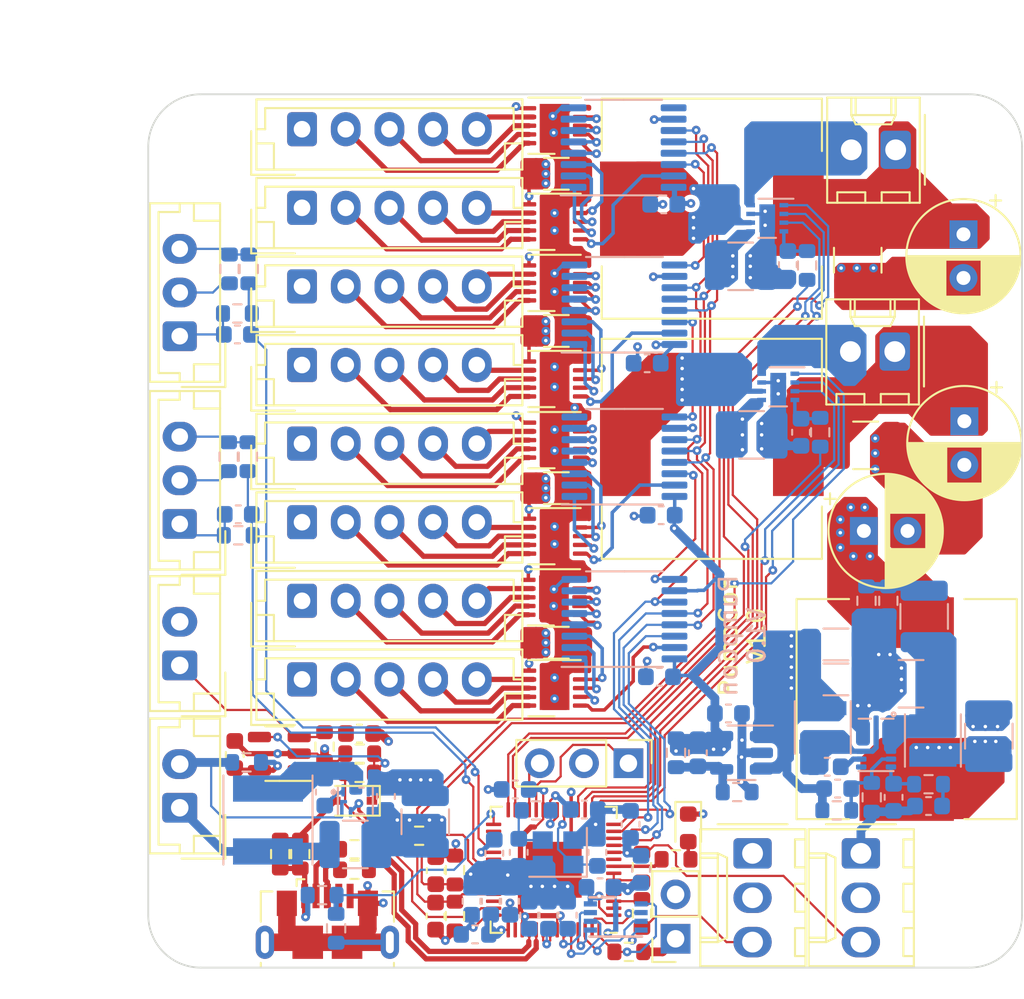
<source format=kicad_pcb>
(kicad_pcb (version 20211014) (generator pcbnew)
  (layers (0 "F.Cu" signal) (1 "In1.Cu" signal) (2 "In2.Cu" signal) (31 "B.Cu" signal) (34 "B.Paste" user) (35 "F.Paste" user) (36 "B.SilkS" user "B.Silkscreen") (37 "F.SilkS" user "F.Silkscreen") (38 "B.Mask" user) (39 "F.Mask" user) (44 "Edge.Cuts" user))
  (net 0 "")
  (net 1 "/XIN")
  (net 2 "GND")
  (net 3 "Net-(C2-Pad1)")
  (net 4 "+3V3")
  (net 5 "/flowPuls0")
  (net 6 "Net-(C5-Pad1)")
  (net 7 "/flowPuls1")
  (net 8 "Net-(C7-Pad2)")
  (net 9 "Net-(C8-Pad1)")
  (net 10 "Net-(C8-Pad2)")
  (net 11 "+24V")
  (net 12 "Net-(C10-Pad1)")
  (net 13 "Net-(C12-Pad2)")
  (net 14 "Net-(C13-Pad2)")
  (net 15 "+1V1")
  (net 16 "Net-(C20-Pad2)")
  (net 17 "Net-(C21-Pad1)")
  (net 18 "Net-(C21-Pad2)")
  (net 19 "Net-(C24-Pad2)")
  (net 20 "Net-(C26-Pad1)")
  (net 21 "+5V")
  (net 22 "Net-(C32-Pad1)")
  (net 23 "Net-(C33-Pad1)")
  (net 24 "/pumpDrivers/VM")
  (net 25 "/pumpDrivers/Isens0")
  (net 26 "/pumpDrivers/Isens1")
  (net 27 "Net-(C39-Pad2)")
  (net 28 "Net-(C40-Pad2)")
  (net 29 "Net-(D1-Pad2)")
  (net 30 "Net-(D2-Pad2)")
  (net 31 "VBUS")
  (net 32 "Net-(J1-Pad2)")
  (net 33 "Net-(J1-Pad3)")
  (net 35 "Net-(J2-Pad1)")
  (net 36 "Net-(J2-Pad3)")
  (net 37 "Net-(J3-Pad1)")
  (net 38 "Net-(J4-Pad3)")
  (net 39 "Net-(J5-Pad3)")
  (net 40 "Net-(J7-Pad2)")
  (net 41 "Net-(J8-Pad3)")
  (net 42 "Net-(J9-Pad3)")
  (net 43 "Net-(J10-Pad2)")
  (net 44 "Net-(J11-Pad2)")
  (net 45 "Net-(L6-Pad1)")
  (net 46 "Net-(L7-Pad1)")
  (net 47 "/XOUT")
  (net 48 "Net-(R4-Pad2)")
  (net 49 "Net-(R5-Pad2)")
  (net 50 "/QSPI_CS")
  (net 51 "/LED_DIM")
  (net 52 "Net-(R16-Pad2)")
  (net 53 "/LeakSens")
  (net 54 "Net-(R19-Pad2)")
  (net 55 "/UART1")
  (net 56 "/UART0")
  (net 57 "/pumpDrivers/PWM0_Iref")
  (net 58 "/pumpDrivers/PWM1_Iref")
  (net 59 "/QSPI_D1")
  (net 60 "/QSPI_D2")
  (net 61 "/QSPI_D0")
  (net 62 "/QSPI_CLK")
  (net 63 "/QSPI_D3")
  (net 66 "/pumpDrivers/S_CS")
  (net 67 "/pumpDrivers/S_CLK")
  (net 68 "/pumpDrivers/S_D")
  (net 69 "/pumpDrivers/S_EN")
  (net 70 "/pumpDrivers/P_EN0")
  (net 71 "/pumpDrivers/P_EN1")
  (net 72 "/pumpDrivers/PWM_P1")
  (net 73 "/pumpDrivers/PWM_P0")
  (net 76 "Net-(U12-Pad2)")
  (net 77 "Net-(U11-Pad2)")
  (net 78 "Net-(U11-Pad3)")
  (net 79 "Net-(U11-Pad4)")
  (net 80 "Net-(J12-Pad5)")
  (net 81 "Net-(J12-Pad4)")
  (net 82 "Net-(J12-Pad3)")
  (net 83 "Net-(J12-Pad2)")
  (net 84 "Net-(U12-Pad3)")
  (net 85 "Net-(U12-Pad4)")
  (net 86 "Net-(U11-Pad1)")
  (net 87 "Net-(U12-Pad1)")
  (net 88 "Net-(J13-Pad5)")
  (net 89 "Net-(J13-Pad4)")
  (net 90 "Net-(J13-Pad3)")
  (net 91 "Net-(J13-Pad2)")
  (net 92 "Net-(U10-Pad15)")
  (net 93 "Net-(J14-Pad5)")
  (net 94 "Net-(J14-Pad4)")
  (net 95 "Net-(J14-Pad3)")
  (net 96 "Net-(J14-Pad2)")
  (net 97 "Net-(J15-Pad5)")
  (net 98 "Net-(J15-Pad4)")
  (net 99 "Net-(J15-Pad3)")
  (net 100 "Net-(J15-Pad2)")
  (net 101 "Net-(J16-Pad5)")
  (net 102 "Net-(J16-Pad4)")
  (net 103 "Net-(J16-Pad3)")
  (net 104 "Net-(J16-Pad2)")
  (net 105 "Net-(U10-Pad1)")
  (net 106 "Net-(U10-Pad2)")
  (net 107 "Net-(U10-Pad3)")
  (net 108 "Net-(U10-Pad4)")
  (net 109 "Net-(J17-Pad5)")
  (net 110 "Net-(J17-Pad4)")
  (net 111 "Net-(J17-Pad3)")
  (net 112 "Net-(J17-Pad2)")
  (net 113 "Net-(U10-Pad5)")
  (net 114 "Net-(U10-Pad7)")
  (net 115 "Net-(U15-Pad1)")
  (net 116 "Net-(U15-Pad2)")
  (net 117 "Net-(J18-Pad5)")
  (net 118 "Net-(J18-Pad4)")
  (net 119 "Net-(J18-Pad3)")
  (net 120 "Net-(J18-Pad2)")
  (net 121 "Net-(U16-Pad4)")
  (net 122 "Net-(U16-Pad5)")
  (net 123 "Net-(U16-Pad6)")
  (net 124 "Net-(U16-Pad7)")
  (net 125 "Net-(J19-Pad5)")
  (net 126 "Net-(J19-Pad4)")
  (net 127 "Net-(J19-Pad3)")
  (net 128 "Net-(J19-Pad2)")
  (net 129 "/pumpDrivers/S_D3")
  (net 130 "/pumpDrivers/S_D2")
  (net 131 "/pumpDrivers/S_D1")
  (net 132 "Net-(U15-Pad3)")
  (net 133 "Net-(U15-Pad4)")
  (net 134 "Net-(U15-Pad5)")
  (net 135 "Net-(U15-Pad6)")
  (net 136 "Net-(U15-Pad7)")
  (net 137 "Net-(U10-Pad6)")
  (net 138 "Net-(U15-Pad15)")
  (net 139 "Net-(U16-Pad1)")
  (net 140 "Net-(U16-Pad2)")
  (net 141 "Net-(U16-Pad3)")
  (net 142 "Net-(U16-Pad15)")
  (net 143 "Net-(C13-Pad1)")
  (net 149 "Net-(U2-Pad29)")
  (net 151 "Net-(U2-Pad8)")
  (footprint "Connector_USB:USB_Micro-B_GCT_USB3076-30-A" (layer "F.Cu") (at 69.25 108.85)
    (fp_text reference "J1" hide)
    (fp_text value "USB_B_Micro" hide)
  )
  (footprint "Connector_Molex:Molex_KK-254_AE-6410-02A_1x02_P2.54mm_Vertical" (layer "F.Cu") (at 101.77 64.68 180)
    (fp_text reference "J11" hide)
    (fp_text value "Conn_01x02" hide)
  )
  (footprint "Capacitor_SMD:C_0603_1608Metric" (layer "F.Cu") (at 75.44 108.55 -90)
    (fp_text reference "C36" hide)
    (fp_text value "DNP" hide)
  )
  (footprint "Connector_JST:JST_EH_B5B-EH-A_1x05_P2.50mm_Vertical" (layer "F.Cu") (at 67.8 77)
    (fp_text reference "J15" hide)
    (fp_text value "Conn_01x05" hide)
  )
  (footprint "Resistor_SMD:R_0603_1608Metric" (layer "F.Cu") (at 70.8 104.725)
    (fp_text reference "R5" hide)
    (fp_text value "27" hide)
  )
  (footprint "Connector_JST:JST_EH_B5B-EH-A_1x05_P2.50mm_Vertical" (layer "F.Cu") (at 67.8 81.5)
    (fp_text reference "J16" hide)
    (fp_text value "Conn_01x05" hide)
  )
  (footprint "Package_DFN_QFN:DFN-10-1EP_3x3mm_P0.5mm_EP1.7x2.5mm" (layer "F.Cu") (at 82.2125 90.3 180)
    (fp_text reference "U19" hide)
    (fp_text value "ULN2003F12" hide)
  )
  (footprint "Connector_PinHeader_2.54mm:PinHeader_1x03_P2.54mm_Vertical" (layer "F.Cu") (at 86.475 99.8 -90)
    (fp_text reference "J2" hide)
    (fp_text value "Conn_01x03" hide)
  )
  (footprint "Package_DFN_QFN:DFN-10-1EP_3x3mm_P0.5mm_EP1.7x2.5mm" (layer "F.Cu") (at 82.25 81.3 180)
    (fp_text reference "U17" hide)
    (fp_text value "ULN2003F12" hide)
  )
  (footprint "Resistor_SMD:R_0603_1608Metric" (layer "F.Cu") (at 89.2 105.3)
    (fp_text reference "R10" hide)
    (fp_text value "470R" hide)
  )
  (footprint "Connector_JST:JST_EH_B3B-EH-A_1x03_P2.50mm_Vertical" (layer "F.Cu") (at 60.8 86.1 90)
    (fp_text reference "J4" hide)
    (fp_text value "Conn_01x03" hide)
  )
  (footprint "Package_DFN_QFN:DFN-10-1EP_3x3mm_P0.5mm_EP1.7x2.5mm" (layer "F.Cu") (at 82.25 72.3 180)
    (fp_text reference "U13" hide)
    (fp_text value "ULN2003F12" hide)
  )
  (footprint "Package_DFN_QFN:DFN-10-1EP_3x3mm_P0.5mm_EP1.7x2.5mm" (layer "F.Cu") (at 82.25 95.5 180)
    (fp_text reference "U20" hide)
    (fp_text value "ULN2003F12" hide)
  )
  (footprint "Package_DFN_QFN:DFN-10-1EP_3x3mm_P0.5mm_EP1.7x2.5mm" (layer "F.Cu") (at 82.25 86.8 180)
    (fp_text reference "U18" hide)
    (fp_text value "ULN2003F12" hide)
  )
  (footprint "Resistor_SMD:R_0603_1608Metric" (layer "F.Cu") (at 87.25 105.75 -90)
    (fp_text reference "R25" hide)
    (fp_text value "1k" hide)
  )
  (footprint "Connector_PinSocket_2.54mm:PinSocket_1x02_P2.54mm_Vertical" (layer "F.Cu") (at 89.175 109.85 180)
    (fp_text reference "J3" hide)
    (fp_text value "Conn_01x02" hide)
  )
  (footprint "Connector_JST:JST_EH_B5B-EH-A_1x05_P2.50mm_Vertical" (layer "F.Cu") (at 67.8 90.5)
    (fp_text reference "J18" hide)
    (fp_text value "Conn_01x05" hide)
  )
  (footprint "Connector_JST:JST_EH_B2B-EH-A_1x02_P2.50mm_Vertical" (layer "F.Cu") (at 60.8 94.2 90)
    (fp_text reference "J6" hide)
    (fp_text value "Conn_01x02" hide)
  )
  (footprint "Connector_Molex:Molex_KK-254_AE-6410-02A_1x02_P2.54mm_Vertical" (layer "F.Cu") (at 101.72 76.23 180)
    (fp_text reference "J10" hide)
    (fp_text value "Conn_01x02" hide)
  )
  (footprint "Connector_JST:JST_EH_B5B-EH-A_1x05_P2.50mm_Vertical" (layer "F.Cu") (at 67.8 86)
    (fp_text reference "J17" hide)
    (fp_text value "Conn_01x05" hide)
  )
  (footprint "Resistor_SMD:R_0603_1608Metric" (layer "F.Cu") (at 76.55 105.915 90)
    (fp_text reference "R30" hide)
    (fp_text value "1.1k" hide)
  )
  (footprint "Connector_Molex:Molex_KK-254_AE-6410-03A_1x03_P2.54mm_Vertical" (layer "F.Cu") (at 93.58 104.96 -90)
    (fp_text reference "J8" hide)
    (fp_text value "Conn_01x03" hide)
  )
  (footprint "MountingHole:MountingHole_3.2mm_M3_DIN965" (layer "F.Cu") (at 106 64.5)
    (fp_text reference "H1" hide)
    (fp_text value "MountingHole" hide)
  )
  (footprint "Capacitor_SMD:C_1206_3216Metric" (layer "F.Cu") (at 82.35 66.05 180)
    (fp_text reference "C45" hide)
    (fp_text value "22µ" hide)
  )
  (footprint "Connector_JST:JST_EH_B5B-EH-A_1x05_P2.50mm_Vertical" (layer "F.Cu") (at 67.8 63.5)
    (fp_text reference "J12" hide)
    (fp_text value "Conn_01x05" hide)
  )
  (footprint "LED_SMD:LED_0603_1608Metric" (layer "F.Cu") (at 89.9 103.5 -90)
    (fp_text reference "D2" hide)
    (fp_text value "Green" hide)
  )
  (footprint "Diode_SMD:D_SOD-323" (layer "F.Cu") (at 70.75 101.95 180)
    (fp_text reference "D1" hide)
    (fp_text value "BAT54W" hide)
  )
  (footprint "Capacitor_SMD:C_1206_3216Metric" (layer "F.Cu") (at 82.35 92.9 180)
    (fp_text reference "C46" hide)
    (fp_text value "22µ" hide)
  )
  (footprint "Connector_JST:JST_EH_B5B-EH-A_1x05_P2.50mm_Vertical" (layer "F.Cu") (at 67.8 68)
    (fp_text reference "J13" hide)
    (fp_text value "Conn_01x05" hide)
  )
  (footprint "Resistor_SMD:R_0603_1608Metric" (layer "F.Cu") (at 71.1 99.25)
    (fp_text reference "R20" hide)
    (fp_text value "1k" hide)
  )
  (footprint "Resistor_SMD:R_0603_1608Metric" (layer "F.Cu") (at 70.8 105.9)
    (fp_text reference "R4" hide)
    (fp_text value "27" hide)
  )
  (footprint "Resistor_SMD:R_0603_1608Metric" (layer "F.Cu") (at 71.0875 100.35)
    (fp_text reference "R19" hide)
    (fp_text value "10k" hide)
  )
  (footprint "Capacitor_THT:CP_Radial_D6.3mm_P2.50mm" (layer "F.Cu") (at 99.95 86.5)
    (fp_text reference "C38" hide)
    (fp_text value "100µ" hide)
  )
  (footprint "Capacitor_SMD:C_1210_3225Metric" (layer "F.Cu") (at 99.6 71 90)
    (fp_text reference "C40" hide)
    (fp_text value "10µ" hide)
  )
  (footprint "Capacitor_SMD:C_1206_3216Metric" (layer "F.Cu") (at 82.35 75.05 180)
    (fp_text reference "C49" hide)
    (fp_text value "22µ" hide)
  )
  (footprint "MountingHole:MountingHole_3.2mm_M3_DIN965" (layer "F.Cu") (at 62 108.5)
    (fp_text reference "H3" hide)
    (fp_text value "MountingHole" hide)
  )
  (footprint "Capacitor_THT:CP_Radial_D6.3mm_P2.50mm" (layer "F.Cu") (at 105.7 80.217621 -90)
    (fp_text reference "C41" hide)
    (fp_text value "100µ" hide)
  )
  (footprint "Capacitor_SMD:C_0603_1608Metric" (layer "F.Cu") (at 71.0875 98.1)
    (fp_text reference "C10" hide)
    (fp_text value "100nF" hide)
  )
  (footprint "Capacitor_SMD:C_0603_1608Metric" (layer "F.Cu") (at 63.95 99.3 -90)
    (fp_text reference "C51" hide)
    (fp_text value "100nF" hide)
  )
  (footprint "Connector_JST:JST_EH_B2B-EH-A_1x02_P2.50mm_Vertical" (layer "F.Cu") (at 60.8 102.35 90)
    (fp_text reference "J7" hide)
    (fp_text value "Conn_01x02" hide)
  )
  (footprint "Inductor_SMD:L_12x12mm_H8mm" (layer "F.Cu") (at 91.25 68.05)
    (fp_text reference "L7" hide)
    (fp_text value "33µ" hide)
  )
  (footprint "Package_DFN_QFN:DFN-10-1EP_3x3mm_P0.5mm_EP1.7x2.5mm" (layer "F.Cu") (at 82.25 63.3 180)
    (fp_text reference "U11" hide)
    (fp_text value "ULN2003F12" hide)
  )
  (footprint "Resistor_SMD:R_0603_1608Metric" (layer "F.Cu") (at 76.55 108.55 -90)
    (fp_text reference "R31" hide)
    (fp_text value "1.1k" hide)
  )
  (footprint "Connector_JST:JST_EH_B5B-EH-A_1x05_P2.50mm_Vertical" (layer "F.Cu") (at 67.8 95)
    (fp_text reference "J19" hide)
    (fp_text value "Conn_01x05" hide)
  )
  (footprint "Resistor_SMD:R_0603_1608Metric" (layer "F.Cu") (at 74.5 103.95 180)
    (fp_text reference "R16" hide)
    (fp_text value "1k" hide)
  )
  (footprint "Package_DFN_QFN:QFN-56-1EP_7x7mm_P0.4mm_EP3.2x3.2mm" (layer "F.Cu") (at 82.2 105.9 180)
    (fp_text reference "U2" hide)
    (fp_text value "RP2040" hide)
  )
  (footprint "Resistor_SMD:R_0603_1608Metric" (layer "F.Cu") (at 69.0875 98.85 -90)
    (fp_text reference "R21" hide)
    (fp_text value "1M" hide)
  )
  (footprint "Capacitor_THT:CP_Radial_D6.3mm_P2.50mm" (layer "F.Cu") (at 105.65 69.517621 -90)
    (fp_text reference "C42" hide)
    (fp_text value "100µ" hide)
  )
  (footprint "Capacitor_SMD:C_1206_3216Metric" (layer "F.Cu") (at 82.35 84.05 180)
    (fp_text reference "C50" hide)
    (fp_text value "22µ" hide)
  )
  (footprint "Connector_JST:JST_EH_B3B-EH-A_1x03_P2.50mm_Vertical" (layer "F.Cu") (at 60.8 75.35 90)
    (fp_text reference "J5" hide)
    (fp_text value "Conn_01x03" hide)
  )
  (footprint "Inductor_SMD:L_12x12mm_H8mm" (layer "F.Cu") (at 102.4 96.7 -90)
    (fp_text reference "L5" hide)
    (fp_text value "33µ" hide)
  )
  (footprint "Package_DFN_QFN:DFN-10-1EP_3x3mm_P0.5mm_EP1.7x2.5mm" (layer "F.Cu") (at 82.25 77.8 180)
    (fp_text reference "U14" hide)
    (fp_text value "ULN2003F12" hide)
  )
  (footprint "Package_TO_SOT_SMD:SOT-23-5" (layer "F.Cu") (at 66.5 99.25 180)
    (fp_text reference "U5" hide)
    (fp_text value "MCP6001R" hide)
  )
  (footprint "Capacitor_SMD:C_1210_3225Metric" (layer "F.Cu") (at 100.05 81.6 180)
    (fp_text reference "C39" hide)
    (fp_text value "10µ" hide)
  )
  (footprint "Package_DFN_QFN:DFN-10-1EP_3x3mm_P0.5mm_EP1.7x2.5mm" (layer "F.Cu") (at 82.25 68.8 180)
    (fp_text reference "U12" hide)
    (fp_text value "ULN2003F12" hide)
  )
  (footprint "Resistor_SMD:R_0603_1608Metric" (layer "F.Cu") (at 86.5 110.6)
    (fp_text reference "R7" hide)
    (fp_text value "1k" hide)
  )
  (footprint "Resistor_SMD:R_0603_1608Metric" (layer "F.Cu") (at 87.25 108.4 90)
    (fp_text reference "R24" hide)
    (fp_text value "1k" hide)
  )
  (footprint "Connector_JST:JST_EH_B5B-EH-A_1x05_P2.50mm_Vertical" (layer "F.Cu") (at 67.8 72.5)
    (fp_text reference "J14" hide)
    (fp_text value "Conn_01x05" hide)
  )
  (footprint "Capacitor_SMD:C_0603_1608Metric" (layer "F.Cu") (at 75.45 105.95 90)
    (fp_text reference "C35" hide)
    (fp_text value "DNP" hide)
  )
  (footprint "Resistor_SMD:R_0603_1608Metric" (layer "F.Cu") (at 67.7 105 -90)
    (fp_text reference "R2" hide)
    (fp_text value "20R" hide)
  )
  (footprint "Inductor_SMD:L_12x12mm_H8mm" (layer "F.Cu") (at 91.25 81.8)
    (fp_text reference "L6" hide)
    (fp_text value "33µ" hide)
  )
  (footprint "MountingHole:MountingHole_3.2mm_M3_DIN965" (layer "F.Cu") (at 106 108.5)
    (fp_text reference "H4" hide)
    (fp_text value "MountingHole" hide)
  )
  (footprint "Resistor_SMD:R_0603_1608Metric" (layer "F.Cu") (at 66.55 105 -90)
    (fp_text reference "R1" hide)
    (fp_text value "20R" hide)
  )
  (footprint "MountingHole:MountingHole_3.2mm_M3_DIN965" (layer "F.Cu") (at 62 64.5)
    (fp_text reference "H2" hide)
    (fp_text value "MountingHole" hide)
  )
  (footprint "Connector_Molex:Molex_KK-254_AE-6410-03A_1x03_P2.54mm_Vertical" (layer "F.Cu") (at 99.78 104.96 -90)
    (fp_text reference "J9" hide)
    (fp_text value "Conn_01x03" hide)
  )
  (footprint "Capacitor_SMD:C_0603_1608Metric" (layer "B.Cu") (at 80.2 104.9 -90)
    (fp_text reference "C2" hide)
    (fp_text value "12p" hide)
  )
  (footprint "Resistor_SMD:R_0603_1608Metric" (layer "B.Cu") (at 98.4 102.5)
    (fp_text reference "R26" hide)
    (fp_text value "91k" hide)
  )
  (footprint "Package_TO_SOT_SMD:SOT-23-5" (layer "B.Cu") (at 92.95 99.2 180)
    (fp_text reference "U3" hide)
    (fp_text value "AP2127K-ADJ" hide)
  )
  (footprint "Resistor_SMD:R_0603_1608Metric" (layer "B.Cu") (at 64.625 99.75)
    (fp_text reference "R22" hide)
    (fp_text value "1R" hide)
  )
  (footprint "Capacitor_SMD:C_1206_3216Metric" (layer "B.Cu") (at 98.35 95 180)
    (fp_text reference "C29" hide)
    (fp_text value "22µ" hide)
  )
  (footprint "Capacitor_SMD:C_0603_1608Metric" (layer "B.Cu") (at 95.6 71.25 -90)
    (fp_text reference "C33" hide)
    (fp_text value "100nF" hide)
  )
  (footprint "Capacitor_SMD:C_0603_1608Metric" (layer "B.Cu") (at 64.15 85.55 180)
    (fp_text reference "C4" hide)
    (fp_text value "DNP" hide)
  )
  (footprint "Resistor_SMD:R_0603_1608Metric" (layer "B.Cu") (at 103.65 101)
    (fp_text reference "R23" hide)
    (fp_text value "27k" hide)
  )
  (footprint "Capacitor_SMD:C_0603_1608Metric" (layer "B.Cu") (at 84.85 106.9)
    (fp_text reference "C18" hide)
    (fp_text value "100nF" hide)
  )
  (footprint "Capacitor_SMD:C_0603_1608Metric" (layer "B.Cu") (at 97.85 100)
    (fp_text reference "C21" hide)
    (fp_text value "100n" hide)
  )
  (footprint "Inductor_SMD:L_Taiyo-Yuden_NR-30xx" (layer "B.Cu") (at 97.6 97.75 90)
    (fp_text reference "L4" hide)
    (fp_text value "6.8u" hide)
  )
  (footprint "Capacitor_SMD:C_0603_1608Metric" (layer "B.Cu") (at 96.355 80.85 -90)
    (fp_text reference "C32" hide)
    (fp_text value "100nF" hide)
  )
  (footprint "Resistor_SMD:R_0603_1608Metric" (layer "B.Cu") (at 64.1 74.05 180)
    (fp_text reference "R15" hide)
    (fp_text value "62k" hide)
  )
  (footprint "Capacitor_SMD:C_0603_1608Metric" (layer "B.Cu") (at 83.95 102.45)
    (fp_text reference "C28" hide)
    (fp_text value "100nF" hide)
  )
  (footprint "Capacitor_SMD:C_0603_1608Metric" (layer "B.Cu") (at 78.6 107.7 90)
    (fp_text reference "C5" hide)
    (fp_text value "1µF" hide)
  )
  (footprint "Inductor_SMD:L_Taiyo-Yuden_NR-30xx" (layer "B.Cu") (at 103.9 98.5 90)
    (fp_text reference "L2" hide)
    (fp_text value "6.8u" hide)
  )
  (footprint "Capacitor_SMD:C_0603_1608Metric" (layer "B.Cu") (at 101.65 101.75 90)
    (fp_text reference "C24" hide)
    (fp_text value "DNP" hide)
  )
  (footprint "Resistor_SMD:R_0603_1608Metric" (layer "B.Cu") (at 64.7 82.25 -90)
    (fp_text reference "R8" hide)
    (fp_text value "100k" hide)
  )
  (footprint "Resistor_SMD:R_0603_1608Metric" (layer "B.Cu") (at 96.7 71.3 -90)
    (fp_text reference "R29" hide)
    (fp_text value "10k" hide)
  )
  (footprint "Resistor_SMD:R_0603_1608Metric" (layer "B.Cu") (at 89.2 99.2 90)
    (fp_text reference "R17" hide)
    (fp_text value "56k" hide)
  )
  (footprint "Capacitor_SMD:C_0603_1608Metric" (layer "B.Cu") (at 78.8 104.95 -90)
    (fp_text reference "C25" hide)
    (fp_text value "100nF" hide)
  )
  (footprint "Bergi:V-DFN3020-13" (layer "B.Cu") (at 100.65 98.75 180)
    (fp_text reference "U6" hide)
    (fp_text value "AP63357Q" hide)
  )
  (footprint "Capacitor_SMD:C_0603_1608Metric" (layer "B.Cu") (at 80 101.3 180)
    (fp_text reference "C17" hide)
    (fp_text value "100nF" hide)
  )
  (footprint "Capacitor_SMD:C_1210_3225Metric" (layer "B.Cu") (at 107.1 98.25 -90)
    (fp_text reference "C9" hide)
    (fp_text value "10µ" hide)
  )
  (footprint "Capacitor_SMD:C_0603_1608Metric" (layer "B.Cu") (at 80.8 108.5 90)
    (fp_text reference "C23" hide)
    (fp_text value "1µF" hide)
  )
  (footprint "Bergi:VQFN-HR" (layer "B.Cu") (at 70.85 101.95 -90)
    (fp_text reference "U4" hide)
    (fp_text value "TPS92200DxRXL" hide)
  )
  (footprint "Resistor_SMD:R_0603_1608Metric" (layer "B.Cu") (at 68.95 107.35)
    (fp_text reference "R11" hide)
    (fp_text value "5.6k" hide)
  )
  (footprint "Package_SO:TSSOP-16_4.4x5mm_P0.65mm" (layer "B.Cu") (at 86.2 64.55)
    (fp_text reference "U9" hide)
    (fp_text value "74HC595" hide)
  )
  (footprint "Package_SO:TSSOP-16_4.4x5mm_P0.65mm" (layer "B.Cu") (at 86.25 91.55)
    (fp_text reference "U16" hide)
    (fp_text value "74HC595" hide)
  )
  (footprint "Capacitor_SMD:C_0603_1608Metric" (layer "B.Cu") (at 98.45 101.25 180)
    (fp_text reference "C26" hide)
    (fp_text value "DNP" hide)
  )
  (footprint "Capacitor_SMD:C_0603_1608Metric" (layer "B.Cu") (at 88.35 85.6 180)
    (fp_text reference "C44" hide)
    (fp_text value "100nF" hide)
  )
  (footprint "Resistor_SMD:R_0603_1608Metric" (layer "B.Cu") (at 64.15 86.75 180)
    (fp_text reference "R9" hide)
    (fp_text value "62k" hide)
  )
  (footprint "Resistor_SMD:R_0603_1608Metric" (layer "B.Cu") (at 81.2 102.5 180)
    (fp_text reference "R3" hide)
    (fp_text value "1k" hide)
  )
  (footprint "Capacitor_SMD:C_1206_3216Metric" (layer "B.Cu") (at 98.35 93 180)
    (fp_text reference "C31" hide)
    (fp_text value "22µ" hide)
  )
  (footprint "Capacitor_SMD:C_0603_1608Metric" (layer "B.Cu") (at 69.1 101.45 90)
    (fp_text reference "C8" hide)
    (fp_text value "100n" hide)
  )
  (footprint "Package_SON:WSON-8-1EP_2x2mm_P0.5mm_EP0.9x1.6mm" (layer "B.Cu") (at 95.05 78.25 180)
    (fp_text reference "U7" hide)
    (fp_text value "DRV8231ADSGR" hide)
  )
  (footprint "Capacitor_SMD:C_0603_1608Metric" (layer "B.Cu") (at 103.65 102.25)
    (fp_text reference "C20" hide)
    (fp_text value "3.3n" hide)
  )
  (footprint "Capacitor_SMD:C_0603_1608Metric" (layer "B.Cu") (at 77.5 107.7 90)
    (fp_text reference "C22" hide)
    (fp_text value "100nF" hide)
  )
  (footprint "Capacitor_SMD:C_0603_1608Metric" (layer "B.Cu") (at 84.7 104.9 90)
    (fp_text reference "C1" hide)
    (fp_text value "12p" hide)
  )
  (footprint "Resistor_SMD:R_0603_1608Metric" (layer "B.Cu") (at 100.4 101.75 -90)
    (fp_text reference "R27" hide)
    (fp_text value "30k" hide)
  )
  (footprint "Capacitor_SMD:C_0603_1608Metric" (layer "B.Cu") (at 90.45 99.2 -90)
    (fp_text reference "C7" hide)
    (fp_text value "390p" hide)
  )
  (footprint "Capacitor_SMD:C_0603_1608Metric" (layer "B.Cu") (at 81.9 108.5 90)
    (fp_text reference "C16" hide)
    (fp_text value "100nF" hide)
  )
  (footprint "Resistor_SMD:R_0603_1608Metric" (layer "B.Cu") (at 101.35 90.5 -90)
    (fp_text reference "R32" hide)
    (fp_text value "1R" hide)
  )
  (footprint "Capacitor_SMD:C_0603_1608Metric" (layer "B.Cu") (at 87.2 105.875 -90)
    (fp_text reference "C3" hide)
    (fp_text value "100nF" hide)
  )
  (footprint "Resistor_SMD:R_0603_1608Metric" (layer "B.Cu") (at 69.75 109.25 -90)
    (fp_text reference "R12" hide)
    (fp_text value "10k" hide)
  )
  (footprint "Capacitor_SMD:C_1210_3225Metric" (layer "B.Cu") (at 102.65 95.25)
    (fp_text reference "C14" hide)
    (fp_text value "10µ" hide)
  )
  (footprint "Capacitor_SMD:C_1210_3225Metric" (layer "B.Cu") (at 92.9 71.35 180)
    (fp_text reference "C34" hide)
    (fp_text value "10µ" hide)
  )
  (footprint "Resistor_SMD:R_0603_1608Metric" (layer "B.Cu") (at 92.7 101.45 180)
    (fp_text reference "R18" hide)
    (fp_text value "18k" hide)
  )
  (footprint "Capacitor_SMD:C_0603_1608Metric" (layer "B.Cu") (at 88.25 94.85 180)
    (fp_text reference "C43" hide)
    (fp_text value "100nF" hide)
  )
  (footprint "Capacitor_SMD:C_1210_3225Metric" (layer "B.Cu") (at 70.85 104.45 180)
    (fp_text reference "C12" hide)
    (fp_text value "10µ" hide)
  )
  (footprint "Resistor_SMD:R_0603_1608Metric" (layer "B.Cu") (at 63.65 71.5 90)
    (fp_text reference "R13" hide)
    (fp_text value "10k" hide)
  )
  (footprint "Capacitor_SMD:C_1210_3225Metric" (layer "B.Cu") (at 103.4 91.395 -90)
    (fp_text reference "C13" hide)
    (fp_text value "10µ" hide)
  )
  (footprint "Inductor_SMD:L_0603_1608Metric" (layer "B.Cu") (at 77.7 109.6 180)
    (fp_text reference "L1" hide)
    (fp_text value "600R" hide)
  )
  (footprint "Capacitor_SMD:C_1210_3225Metric" (layer "B.Cu") (at 74.85 103.15 90)
    (fp_text reference "C11" hide)
    (fp_text value "10µ" hide)
  )
  (footprint "Capacitor_SMD:C_0603_1608Metric" (layer "B.Cu") (at 92.2 96.95)
    (fp_text reference "C52" hide)
    (fp_text value "1µF" hide)
  )
  (footprint "Capacitor_SMD:C_0603_1608Metric" (layer "B.Cu") (at 64.1 75.25 180)
    (fp_text reference "C6" hide)
    (fp_text value "DNP" hide)
  )
  (footprint "Capacitor_SMD:C_0603_1608Metric" (layer "B.Cu") (at 72.6 101.7 90)
    (fp_text reference "C15" hide)
    (fp_text value "100n" hide)
  )
  (footprint "Crystal:Crystal_SMD_2520-4Pin_2.5x2.0mm" (layer "B.Cu") (at 82.45 104.9 180)
    (fp_text reference "Y1" hide)
    (fp_text value "12Mhz" hide)
  )
  (footprint "Package_SO:TSSOP-16_4.4x5mm_P0.65mm" (layer "B.Cu") (at 86.25 73.55)
    (fp_text reference "U10" hide)
    (fp_text value "74HC595" hide)
  )
  (footprint "Capacitor_SMD:C_0603_1608Metric" (layer "B.Cu") (at 86.6 103.3 90)
    (fp_text reference "C27" hide)
    (fp_text value "100nF" hide)
  )
  (footprint "Capacitor_SMD:C_0603_1608Metric" (layer "B.Cu") (at 79.7 107.7 90)
    (fp_text reference "C30" hide)
    (fp_text value "1µF" hide)
  )
  (footprint "Package_SON:WSON-8-1EP_2x2mm_P0.5mm_EP0.9x1.6mm" (layer "B.Cu") (at 94.42 68.6 180)
    (fp_text reference "U8" hide)
    (fp_text value "DRV8231ADSGR" hide)
  )
  (footprint "Package_SO:TSSOP-16_4.4x5mm_P0.65mm" (layer "B.Cu") (at 86.25 82.25)
    (fp_text reference "U15" hide)
    (fp_text value "74HC595" hide)
  )
  (footprint "Resistor_SMD:R_0603_1608Metric" (layer "B.Cu") (at 97.45 80.85 -90)
    (fp_text reference "R28" hide)
    (fp_text value "10k" hide)
  )
  (footprint "Capacitor_SMD:C_1210_3225Metric" (layer "B.Cu") (at 93.53 81 180)
    (fp_text reference "C37" hide)
    (fp_text value "10µ" hide)
  )
  (footprint "Capacitor_SMD:C_0603_1608Metric" (layer "B.Cu") (at 83 108.5 90)
    (fp_text reference "C19" hide)
    (fp_text value "100nF" hide)
  )
  (footprint "Resistor_SMD:R_0603_1608Metric" (layer "B.Cu") (at 100.1 90.5 -90)
    (fp_text reference "R33" hide)
    (fp_text value "1R" hide)
  )
  (footprint "Bergi:DFN-8-1EP_3x2mm_P0.5mm_EP0.3x1.6mm" (layer "B.Cu") (at 85.75 108.6 180)
    (fp_text reference "U1" hide)
    (fp_text value "W25Q16JVUXIQ" hide)
  )
  (footprint "Resistor_SMD:R_0603_1608Metric" (layer "B.Cu") (at 64.75 71.5 -90)
    (fp_text reference "R14" hide)
    (fp_text value "100k" hide)
  )
  (footprint "Resistor_SMD:R_0603_1608Metric" (layer "B.Cu") (at 63.6 82.25 90)
    (fp_text reference "R6" hide)
    (fp_text value "10k" hide)
  )
  (footprint "Inductor_SMD:L_Taiyo-Yuden_NR-50xx" (layer "B.Cu") (at 65.85 103.05 -90)
    (fp_text reference "L3" hide)
    (fp_text value "15µ" hide)
  )
  (footprint "Capacitor_SMD:C_0603_1608Metric" (layer "B.Cu") (at 88.5 67.8 180)
    (fp_text reference "C48" hide)
    (fp_text value "100nF" hide)
  )
  (footprint "Capacitor_SMD:C_0603_1608Metric" (layer "B.Cu") (at 87.55 76.9 180)
    (fp_text reference "C47" hide)
    (fp_text value "100nF" hide)
  )
  (gr_arc (start 59 64.5) (mid 59.87868 62.37868) (end 62 61.5) (layer "Edge.Cuts") (width 0.1))
  (gr_arc (start 106 61.5) (mid 108.12132 62.37868) (end 109 64.5) (layer "Edge.Cuts") (width 0.1))
  (gr_line (start 106 111.5) (end 62 111.5) (layer "Edge.Cuts") (width 0.1))
  (gr_line (start 62 61.5) (end 106 61.5) (layer "Edge.Cuts") (width 0.1))
  (gr_line (start 59 108.5) (end 59 64.5) (layer "Edge.Cuts") (width 0.1))
  (gr_line (start 109 108.5) (end 109 64.5) (layer "Edge.Cuts") (width 0.1))
  (gr_arc (start 62 111.5) (mid 59.87868 110.62132) (end 59 108.5) (layer "Edge.Cuts") (width 0.1))
  (gr_arc (start 109 108.5) (mid 108.12132 110.62132) (end 106 111.5) (layer "Edge.Cuts") (width 0.1))
  (gr_text "PumpCon\nV1.0" (at 93 92.5 90) (layer "B.SilkS") (effects (font (size 1 1)) (justify mirror)))
  (gr_text "PumpCon\nV1.0" (at 93 92.5 90) (layer "F.SilkS") (effects (font (size 1 1))))
  (segment (start 82.8 102.4625) (end 82.8 103.2) (width 0.127) (layer "F.Cu") (net 1))
  (segment (start 82.8 103.2) (end 82.7 103.3) (width 0.127) (layer "F.Cu") (net 1))
  (via (at 82.7 103.3) (size 0.5) (drill 0.2) (layers "F.Cu" "B.Cu") (net 1))
  (segment (start 82.7 103.3) (end 82.45 103.55) (width 0.127) (layer "B.Cu") (net 1))
  (segment (start 84.625 105.6) (end 84.7 105.675) (width 0.127) (layer "B.Cu") (net 1))
  (segment (start 82.45 103.55) (end 82.45 104.725) (width 0.127) (layer "B.Cu") (net 1))
  (segment (start 82.45 104.725) (end 83.325 105.6) (width 0.127) (layer "B.Cu") (net 1))
  (segment (start 83.325 105.6) (end 84.625 105.6) (width 0.127) (layer "B.Cu") (net 1))
  (segment (start 90.7375 102.7125) (end 90.75 102.7) (width 0.3) (layer "F.Cu") (net 2))
  (segment (start 70.375 110.05) (end 70.8 110.05) (width 1) (layer "F.Cu") (net 2))
  (segment (start 66.4 99.95) (end 66.15 100.2) (width 0.3) (layer "F.Cu") (net 2))
  (segment (start 71.15 107.4) (end 71.57 107.82) (width 0.3) (layer "F.Cu") (net 2))
  (segment (start 82.25 62.85) (end 82.25 63.3) (width 0.2) (layer "F.Cu") (net 2))
  (segment (start 75.44 109.325) (end 75.44 109.39) (width 0.3) (layer "F.Cu") (net 2))
  (segment (start 75.44 109.39) (end 76 109.95) (width 0.3) (layer "F.Cu") (net 2))
  (segment (start 83.2 102.4625) (end 83.2 104.9) (width 0.2) (layer "F.Cu") (net 2))
  (segment (start 83.7125 80.3) (end 82.25 80.3) (width 0.2) (layer "F.Cu") (net 2))
  (segment (start 82.25 80.3) (end 82.25 80.7) (width 0.2) (layer "F.Cu") (net 2))
  (segment (start 71.57 106.82) (end 71.55 106.8) (width 0.3) (layer "F.Cu") (net 2))
  (segment (start 82.2125 89.8375) (end 82.2125 90.3) (width 0.2) (layer "F.Cu") (net 2))
  (segment (start 83.7125 76.8) (end 82.25 76.8) (width 0.2) (layer "F.Cu") (net 2))
  (segment (start 82.25 71.75) (end 82.25 72.3) (width 0.2) (layer "F.Cu") (net 2))
  (segment (start 75.45 105.175) (end 76.465 105.175) (width 0.127) (layer "F.Cu") (net 2))
  (segment (start 82.25 68.3) (end 82.25 68.8) (width 0.2) (layer "F.Cu") (net 2))
  (segment (start 76.465 105.175) (end 76.55 105.09) (width 0.127) (layer "F.Cu") (net 2))
  (segment (start 83.7125 71.3) (end 82.25 71.3) (width 0.2) (layer "F.Cu") (net 2))
  (segment (start 82.2125 89.3) (end 82.2125 89.8375) (width 0.2) (layer "F.Cu") (net 2))
  (segment (start 82.6 62.3) (end 83.7125 62.3) (width 0.2) (layer "F.Cu") (net 2))
  (segment (start 82.25 86.25) (end 82.25 86.8) (width 0.2) (layer "F.Cu") (net 2))
  (segment (start 67.55 110.05) (end 68.125 110.05) (width 1) (layer "F.Cu") (net 2))
  (segment (start 82.25 76.8) (end 82.25 77.8) (width 0.2) (layer "F.Cu") (net 2))
  (segment (start 71.8625 98.1) (end 72.3 98.1) (width 0.5) (layer "F.Cu") (net 2))
  (segment (start 82.15 62.75) (end 82.6 62.3) (width 0.2) (layer "F.Cu") (net 2))
  (segment (start 83.2 104.9) (end 82.2 105.9) (width 0.2) (layer "F.Cu") (net 2))
  (segment (start 70.55 107.4) (end 71.15 107.4) (width 0.3) (layer "F.Cu") (net 2))
  (segment (start 71.57 107.82) (end 71.57 106.82) (width 0.3) (layer "F.Cu") (net 2))
  (segment (start 83.7125 67.8) (end 82.25 67.8) (width 0.2) (layer "F.Cu") (net 2))
  (segment (start 64.075 100.2) (end 63.95 100.075) (width 0.3) (layer "F.Cu") (net 2))
  (segment (start 89.9 102.7125) (end 90.7375 102.7125) (width 0.3) (layer "F.Cu") (net 2))
  (segment (start 82.25 71.3) (end 82.25 71.75) (width 0.2) (layer "F.Cu") (net 2))
  (segment (start 66.93 109.43) (end 67.55 110.05) (width 1) (layer "F.Cu") (net 2))
  (segment (start 65.3625 100.2) (end 64.075 100.2) (width 0.3) (layer "F.Cu") (net 2))
  (segment (start 83.7125 94.5) (end 82.25 94.5) (width 0.2) (layer "F.Cu") (net 2))
  (segment (start 82.25 85.8) (end 82.25 86.25) (width 0.2) (layer "F.Cu") (net 2))
  (segment (start 72.3 98.1) (end 72.75 98.55) (width 0.5) (layer "F.Cu") (net 2))
  (segment (start 83.7125 85.8) (end 82.25 85.8) (width 0.2) (layer "F.Cu") (net 2))
  (segment (start 70.8 110.05) (end 71.57 109.28) (width 1) (layer "F.Cu") (net 2))
  (segment (start 76.55 104.45) (end 76.6 104.4) (width 0.127) (layer "F.Cu") (net 2))
  (segment (start 65.675 110.05) (end 68.125 110.05) (width 1) (layer "F.Cu") (net 2))
  (segment (start 82.25 80.7) (end 82.25 81.3) (width 0.2) (layer "F.Cu") (net 2))
  (segment (start 82.25 94.5) (end 82.25 94.9) (width 0.2) (layer "F.Cu") (net 2))
  (segment (start 71.57 109.28) (end 71.57 107.82) (width 1) (layer "F.Cu") (net 2))
  (segment (start 76.55 109.375) (end 76.55 109.4) (width 0.3) (layer "F.Cu") (net 2))
  (segment (start 66.93 107.82) (end 66.93 109.43) (width 1) (layer "F.Cu") (net 2))
  (segment (start 72.825 110.05) (end 70.375 110.05) (width 1) (layer "F.Cu") (net 2))
  (segment (start 82.25 94.9) (end 82.25 95.5) (width 0.2) (layer "F.Cu") (net 2))
  (segment (start 71.57 107.82) (end 72.43 107.82) (width 0.3) (layer "F.Cu") (net 2))
  (segment (start 66.15 100.2) (end 65.3625 100.2) (width 0.3) (layer "F.Cu") (net 2))
  (segment (start 83.2 102.4625) (end 83.2 101.45) (width 0.2) (layer "F.Cu") (net 2))
  (segment (start 72.43 107.82) (end 72.45 107.8) (width 0.3) (layer "F.Cu") (net 2))
  (segment (start 83.675 89.3) (end 82.2125 89.3) (width 0.2) (layer "F.Cu") (net 2))
  (segment (start 82.15 62.75) (end 82.25 62.85) (width 0.2) (layer "F.Cu") (net 2))
  (segment (start 68.125 110.05) (end 70.375 110.05) (width 1) (layer "F.Cu") (net 2))
  (segment (start 82.25 67.8) (end 82.25 68.3) (width 0.2) (layer "F.Cu") (net 2))
  (segment (start 76.55 109.4) (end 76 109.95) (width 0.3) (layer "F.Cu") (net 2))
  (segment (start 76.55 105.09) (end 76.55 104.45) (width 0.127) (layer "F.Cu") (net 2))
  (via (at 101.45 93.576502) (size 0.5) (drill 0.2) (layers "F.Cu" "B.Cu") (net 2))
  (via (at 82.25 87.25) (size 0.5) (drill 0.2) (layers "F.Cu" "B.Cu") (net 2))
  (via (at 82.25 81.9) (size 0.5) (drill 0.2) (layers "F.Cu" "B.Cu") (net 2))
  (via (at 71.55 106.8) (size 0.5) (drill 0.2) (layers "F.Cu" "B.Cu") (net 2))
  (via (at 79.573207 106.202901) (size 0.5) (drill 0.2) (layers "F.Cu" "B.Cu") (net 2))
  (via (at 82.2 63.7) (size 0.5) (drill 0.2) (layers "F.Cu" "B.Cu") (net 2))
  (via (at 92.95 99.45) (size 0.5) (drill 0.2) (layers "F.Cu" "B.Cu") (net 2))
  (via (at 100.6 82.95) (size 0.5) (drill 0.2) (layers "F.Cu" "B.Cu") (net 2))
  (via (at 90.75 102.7) (size 0.5) (drill 0.2) (layers "F.Cu" "B.Cu") (net 2))
  (via (at 73.25 103.05) (size 0.5) (drill 0.2) (layers "F.Cu" "B.Cu") (net 2))
  (via (at 81.55 106.85) (size 0.5) (drill 0.2) (layers "F.Cu" "B.Cu") (net 2))
  (via (at 106.2 97.7) (size 0.5) (drill 0.2) (layers "F.Cu" "B.Cu") (net 2))
  (via (at 82.25 106.85) (size 0.5) (drill 0.2) (layers "F.Cu" "B.Cu") (net 2))
  (via (at 77.45 106.15) (size 0.5) (drill 0.2) (layers "F.Cu" "B.Cu") (net 2))
  (via (at 95.05 77.9) (size 0.5) (drill 0.2) (layers "F.Cu" "B.Cu") (net 2))
  (via (at 98.65 71.45) (size 0.5) (drill 0.2) (layers "F.Cu" "B.Cu") (net 2))
  (via (at 85.65 102.45) (size 0.5) (drill 0.2) (layers "F.Cu" "B.Cu") (net 2))
  (via (at 82.25 96.1) (size 0.5) (drill 0.2) (layers "F.Cu" "B.Cu") (net 2))
  (via (at 82.25 68.3) (size 0.5) (drill 0.2) (layers "F.Cu" "B.Cu") (net 2))
  (via (at 73.95 103.05) (size 0.5) (drill 0.2) (layers "F.Cu" "B.Cu") (net 2))
  (via (at 83.4 79.45) (size 0.5) (drill 0.2) (layers "F.Cu" "B.Cu") (net 2))
  (via (at 82.25 77.1) (size 0.5) (drill 0.2) (layers "F.Cu" "B.Cu") (net 2))
  (via (at 72.75 98.55) (size 0.5) (drill 0.2) (layers "F.Cu" "B.Cu") (net 2))
  (via (at 86.701681 109.932592) (size 0.5) (drill 0.2) (layers "F.Cu" "B.Cu") (net 2))
  (via (at 87 75.95) (size 0.5) (drill 0.2) (layers "F.Cu" "B.Cu") (net 2))
  (via (at 84.6 103.3) (size 0.5) (drill 0.2) (layers "F.Cu" "B.Cu") (net 2))
  (via (at 107.6 97.7) (size 0.5) (drill 0.2) (layers "F.Cu" "B.Cu") (net 2))
  (via (at 100.6 82.05) (size 0.5) (drill 0.2) (layers "F.Cu" "B.Cu") (net 2))
  (via (at 80.9 106.85) (size 0.5) (drill 0.2) (layers "F.Cu" "B.Cu") (net 2))
  (via (at 100.25 96.5) (size 0.5) (drill 0.2) (layers "F.Cu" "B.Cu") (net 2))
  (via (at 94.1 81) (size 0.5) (drill 0.2) (layers "F.Cu" "B.Cu") (net 2))
  (via (at 92.95 100.875) (size 0.5) (drill 0.2) (layers "F.Cu" "B.Cu") (net 2))
  (via (at 106.9 97.7) (size 0.5) (drill 0.2) (layers "F.Cu" "B.Cu") (net 2))
  (via (at 83.2 101.45) (size 0.5) (drill 0.2) (layers "F.Cu" "B.Cu") (net 2))
  (via (at 82.25 94.9) (size 0.5) (drill 0.2) (layers "F.Cu" "B.Cu") (net 2))
  (via (at 72.45 107.8) (size 0.5) (drill 0.2) (layers "F.Cu" "B.Cu") (net 2))
  (via (at 75.8 103.049152) (size 0.5) (drill 0.2) (layers "F.Cu" "B.Cu") (net 2))
  (via (at 83 106.85) (size 0.5) (drill 0.2) (layers "F.Cu" "B.Cu") (net 2))
  (via (at 93.45 72) (size 0.5) (drill 0.2) (layers "F.Cu" "B.Cu") (net 2))
  (via (at 82.2 90.8) (size 0.5) (drill 0.2) (layers "F.Cu" "B.Cu") (net 2))
  (via (at 75.09 103.05) (size 0.5) (drill 0.2) (layers "F.Cu" "B.Cu") (net 2))
  (via (at 102.1 95) (size 0.5) (drill 0.2) (layers "F.Cu" "B.Cu") (net 2))
  (via (at 82.25 78.25) (size 0.5) (drill 0.2) (layers "F.Cu" "B.Cu") (net 2))
  (via (at 92.975 98.475) (size 0.5) (drill 0.2) (layers "F.Cu" "B.Cu") (net 2))
  (via (at 88.4485 67.8) (size 0.5) (drill 0.2) (layers "F.Cu" "B.Cu") (net 2))
  (via (at 102.1 95.65) (size 0.5) (drill 0.2) (layers "F.Cu" "B.Cu") (net 2))
  (via (at 82.2125 89.8375) (size 0.5) (drill 0.2) (layers "F.Cu" "B.Cu") (net 2))
  (via (at 100.6 81.2) (size 0.5) (drill 0.2) (layers "F.Cu" "B.Cu") (net 2))
  (via (at 78.45 101.3) (size 0.5) (drill 0.2) (layers "F.Cu" "B.Cu") (net 2))
  (via (at 82.15 62.75) (size 0.5) (drill 0.2) (layers "F.Cu" "B.Cu") (net 2))
  (via (at 87.55 93.95) (size 0.5) (drill 0.2) (layers "F.Cu" "B.Cu") (net 2))
  (via (at 85.306716 109.51) (size 0.5) (drill 0.2) (layers "F.Cu" "B.Cu") (net 2))
  (via (at 100.5 71.45) (size 0.5) (drill 0.2) (layers "F.Cu" "B.Cu") (net 2))
  (via (at 100.8 93.576502) (size 0.5) (drill 0.2) (layers "F.Cu" "B.Cu") (net 2))
  (via (at 82.25 80.7) (size 0.5) (drill 0.2) (layers "F.Cu" "B.Cu") (net 2))
  (via (at 99.55 71.45) (size 0.5) (drill 0.2) (layers "F.Cu" "B.Cu") (net 2))
  (via (at 95.05 78.65) (size 0.5) (drill 0.2) (layers "F.Cu" "B.Cu") (net 2))
  (via (at 99.6 96.5) (size 0.5) (drill 0.2) (layers "F.Cu" "B.Cu") (net 2))
  (via (at 66.4 99.95) (size 0.5) (drill 0.2) (layers "F.Cu" "B.Cu") (net 2))
  (via (at 93.45 70.75) (size 0.5) (drill 0.2) (layers "F.Cu" "B.Cu") (net 2))
  (via (at 82.25 72.8) (size 0.5) (drill 0.2) (layers "F.Cu" "B.Cu") (net 2))
  (via (at 82.25 86.25) (size 0.5) (drill 0.2) (layers "F.Cu" "B.Cu") (net 2))
  (via (at 86.8 85.65) (size 0.5) (drill 0.2) (layers "F.Cu" "B.Cu") (net 2))
  (via (at 94.1 80.35) (size 0.5) (drill 0.2) (layers "F.Cu" "B.Cu") (net 2))
  (via (at 82.25 69.3) (size 0.5) (drill 0.2) (layers "F.Cu" "B.Cu") (net 2))
  (via (at 94.3 68.2) (size 0.5) (drill 0.2) (layers "F.Cu" "B.Cu") (net 2))
  (via (at 93.45 71.35) (size 0.5) (drill 0.2) (layers "F.Cu" "B.Cu") (net 2))
  (via (at 82.25 71.75) (size 0.5) (drill 0.2) (layers "F.Cu" "B.Cu") (net 2))
  (via (at 86.4371 107.1) (size 0.5) (drill 0.2) (layers "F.Cu" "B.Cu") (net 2))
  (via (at 102.1 94.35) (size 0.5) (drill 0.2) (layers "F.Cu" "B.Cu") (net 2))
  (via (at 94.3 69) (size 0.5) (drill 0.2) (layers "F.Cu" "B.Cu") (net 2))
  (via (at 94.1 81.8) (size 0.5) (drill 0.2) (layers "F.Cu" "B.Cu") (net 2))
  (via (at 76.6 104.4) (size 0.5) (drill 0.2) (layers "F.Cu" "B.Cu") (net 2))
  (via (at 76 109.95) (size 0.5) (drill 0.2) (layers "F.Cu" "B.Cu") (net 2))
  (segment (start 61.45 86.75) (end 60.8 86.1) (width 0.127) (layer "B.Cu") (net 2))
  (segment (start 99.78 104.96) (end 99.78 103.62) (width 0.5) (layer "B.Cu") (net 2))
  (segment (start 63.325 86.75) (end 61.45 86.75) (width 0.127) (layer "B.Cu") (net 2))
  (segment (start 75.09 103.05) (end 73.95 103.05) (width 0.2) (layer "B.Cu") (net 2))
  (segment (start 93.15 99.2) (end 92.975 99.375) (width 0.5) (layer "B.Cu") (net 2))
  (segment (start 72.6 104.175) (end 72.325 104.45) (width 0.2) (layer "B.Cu") (net 2))
  (segment (start 75.600848 103.049152) (end 75.8 103.049152) (width 0.2) (layer "B.Cu") (net 2))
  (segment (start 85.45 109.55) (end 85.346716 109.55) (width 0.127) (layer "B.Cu") (net 2))
  (segment (start 85.75 109.25) (end 85.45 109.55) (width 0.127) (layer "B.Cu") (net 2))
  (segment (start 84.725 102.45) (end 85.65 102.45) (width 0.5) (layer "B.Cu") (net 2))
  (segment (start 87.2 109.35) (end 87 109.35) (width 0.127) (layer "B.Cu") (net 2))
  (segment (start 66.4 99.95) (end 66.2 99.75) (width 0.3) (layer "B.Cu") (net 2))
  (segment (start 72.6 102.475) (end 72.6 104.175) (width 0.2) (layer "B.Cu") (net 2))
  (segment (start 73.25 103.05) (end 73.95 103.05) (width 0.2) (layer "B.Cu") (net 2))
  (segment (start 69.775 110.05) (end 72.825 110.05) (width 0.3) (layer "B.Cu") (net 2))
  (segment (start 94.1 78) (end 94.95 78) (width 0.2) (layer "B.Cu") (net 2))
  (segment (start 83.3875 79.975) (end 83.3875 79.4625) (width 0.2) (layer "B.Cu") (net 2))
  (segment (start 92.95 99.45) (end 92.95 100.875) (width 0.5) (layer "B.Cu") (net 2))
  (segment (start 71.6 102.6) (end 72.475 102.6) (width 0.2) (layer "B.Cu") (net 2))
  (segment (start 83.3875 71.275) (end 82.725 71.275) (width 0.2) (layer "B.Cu") (net 2))
  (segment (start 63.375 85.55) (end 63.375 86.7) (width 0.127) (layer "B.Cu") (net 2))
  (segment (start 66.2 99.75) (end 65.45 99.75) (width 0.3) (layer "B.Cu") (net 2))
  (segment (start 92.975 96.95) (end 92.975 98.475) (width 0.5) (layer "B.Cu") (net 2))
  (segment (start 69.75 110.075) (end 69.775 110.05) (width 0.3) (layer "B.Cu") (net 2))
  (segment (start 63.275 75.2) (end 63.325 75.25) (width 0.127) (layer "B.Cu") (net 2))
  (segment (start 85.346716 109.55) (end 85.306716 109.51) (width 0.127) (layer "B.Cu") (net 2))
  (segment (start 93.47 68.35) (end 94.15 68.35) (width 0.2) (layer "B.Cu") (net 2))
  (segment (start 83.3875 89.275) (end 82.775 89.275) (width 0.2) (layer "B.Cu") (net 2))
  (segment (start 87.525 85.65) (end 87.575 85.6) (width 0.2) (layer "B.Cu") (net 2))
  (segment (start 86.2371 106.9) (end 85.625 106.9) (width 0.5) (layer "B.Cu") (net 2))
  (segment (start 72.6 102.475) (end 73.175 103.05) (width 0.2) (layer "B.Cu") (net 2))
  (segment (start 101.65 102.525) (end 102.6 102.525) (width 0.5) (layer "B.Cu") (net 2))
  (segment (start 60.9 75.25) (end 60.8 75.35) (width 0.127) (layer "B.Cu") (net 2))
  (segment (start 73.175 103.05) (end 73.25 103.05) (width 0.2) (layer "B.Cu") (net 2))
  (segment (start 86.701681 109.648319) (end 86.701681 109.932592) (width 0.127) (layer "B.Cu") (net 2))
  (segment (start 92.975 99.375) (end 92.95 99.4) (width 0.5) (layer "B.Cu") (net 2))
  (segment (start 85.75 108.6) (end 85.75 107.025) (width 0.127) (layer "B.Cu") (net 2))
  (segment (start 87.475 94.025) (end 87.55 93.95) (width 0.2) (layer "B.Cu") (net 2))
  (segment (start 83.3875 79.4625) (end 83.4 79.45) (width 0.2) (layer "B.Cu") (net 2))
  (segment (start 86.8 85.65) (end 87.525 85.65) (width 0.2) (layer "B.Cu") (net 2))
  (segment (start 88.4485 67.8) (end 87.725 67.8) (width 0.3) (layer "B.Cu") (net 2))
  (segment (start 85.75 107.025) (end 85.625 106.9) (width 0.127) (layer "B.Cu") (net 2))
  (segment (start 86.8871 106.65) (end 87.2 106.65) (width 0.127) (layer "B.Cu") (net 2))
  (segment (start 86.4371 107.1) (end 86.2371 106.9) (width 0.5) (layer "B.Cu") (net 2))
  (segment (start 94.95 78) (end 95.05 77.9) (width 0.2) (layer "B.Cu") (net 2))
  (segment (start 86.525 102.45) (end 86.6 102.525) (width 0.5) (layer "B.Cu") (net 2))
  (segment (start 94.0875 99.2) (end 93.15 99.2) (width 0.5) (layer "B.Cu") (net 2))
  (segment (start 94.15 68.35) (end 94.3 68.2) (width 0.2) (layer "B.Cu") (net 2))
  (segment (start 101.6 102.575) (end 101.65 102.525) (width 0.5) (layer "B.Cu") (net 2))
  (segment (start 79.225 101.3) (end 78.45 101.3) (width 0.3) (layer "B.Cu") (net 2))
  (segment (start 63.275 74.05) (end 63.275 75.2) (width 0.127) (layer "B.Cu") (net 2))
  (segment (start 95.63 81.625) (end 95.005 81) (width 0.5) (layer "B.Cu") (net 2))
  (segment (start 74.85 104.625) (end 72.5 104.625) (width 1) (layer "B.Cu") (net 2))
  (segment (start 82.15 62.75) (end 82.625 62.275) (width 0.2) (layer "B.Cu") (net 2))
  (segment (start 92.95 100.875) (end 93.525 101.45) (width 0.5) (layer "B.Cu") (net 2))
  (segment (start 92.975 98.475) (end 92.975 99.375) (width 0.5) (layer "B.Cu") (net 2))
  (segment (start 87 109.35) (end 86.701681 109.648319) (width 0.127) (layer "B.Cu") (net 2))
  (segment (start 75.6 103.05) (end 75.600848 103.049152) (width 0.2) (layer "B.Cu") (net 2))
  (segment (start 82.625 62.275) (end 83.3875 62.275) (width 0.2) (layer "B.Cu") (net 2))
  (segment (start 86.4371 107.1) (end 86.8871 106.65) (width 0.5) (layer "B.Cu") (net 2))
  (segment (start 102.6 102.525) (end 102.875 102.25) (width 0.5) (layer "B.Cu") (net 2))
  (segment (start 99.78 103.62) (end 100.4 103) (width 0.5) (layer "B.Cu") (net 2))
  (segment (start 72.475 102.6) (end 72.6 102.475) (width 0.2) (layer "B.Cu") (net 2))
  (segment (start 100.4 102.575) (end 101.6 102.575) (width 0.5) (layer "B.Cu") (net 2))
  (segment (start 96.355 81.625) (end 95.63 81.625) (width 0.5) (layer "B.Cu") (net 2))
  (segment (start 87 76.675) (end 86.775 76.9) (width 0.2) (layer "B.Cu") (net 2))
  (segment (start 75.09 103.05) (end 75.6 103.05) (width 0.2) (layer "B.Cu") (net 2))
  (segment (start 100.4 103) (end 100.4 102.575) (width 0.5) (layer "B.Cu") (net 2))
  (segment (start 82.775 89.275) (end 82.2125 89.8375) (width 0.2) (layer "B.Cu") (net 2))
  (segment (start 72.5 104.625) (end 72.325 104.45) (width 1) (layer "B.Cu") (net 2))
  (segment (start 92.95 99.4) (end 92.95 99.45) (width 0.5) (layer "B.Cu") (net 2))
  (segment (start 87.475 94.85) (end 87.475 94.025) (width 0.2) (layer "B.Cu") (net 2))
  (segment (start 87 75.95) (end 87 76.675) (width 0.2) (layer "B.Cu") (net 2))
  (segment (start 63.375 86.7) (end 63.325 86.75) (width 0.127) (layer "B.Cu") (net 2))
  (segment (start 63.325 75.25) (end 60.9 75.25) (width 0.127) (layer "B.Cu") (net 2))
  (segment (start 82.725 71.275) (end 82.25 71.75) (width 0.2) (layer "B.Cu") (net 2))
  (segment (start 85.75 108.6) (end 85.75 109.25) (width 0.127) (layer "B.Cu") (net 2))
  (segment (start 85.65 102.45) (end 86.525 102.45) (width 0.5) (layer "B.Cu") (net 2))
  (segment (start 80.275 104.2) (end 80.2 104.125) (width 0.127) (layer "B.Cu") (net 3))
  (segment (start 80.2 104.125) (end 80.2 102.675) (width 0.127) (layer "B.Cu") (net 3))
  (segment (start 81.575 104.2) (end 80.275 104.2) (width 0.127) (layer "B.Cu") (net 3))
  (segment (start 80.2 102.675) (end 80.375 102.5) (width 0.127) (layer "B.Cu") (net 3))
  (segment (start 81.6 109.3375) (end 81.6 109.95) (width 0.127) (layer "F.Cu") (net 4))
  (segment (start 69.0875 98.9765) (end 69.1 98.964) (width 0.127) (layer "F.Cu") (net 4))
  (segment (start 77.6 109.2) (end 77.65 109.2) (width 0.127) (layer "F.Cu") (net 4))
  (segment (start 64.675 99.25) (end 63.95 98.525) (width 0.3) (layer "F.Cu") (net 4))
  (segment (start 80 109.3375) (end 80 108.5) (width 0.127) (layer "F.Cu") (net 4))
  (segment (start 69.0875 99.675) (end 69.85 99.675) (width 0.127) (layer "F.Cu") (net 4))
  (segment (start 68.6625 99.25) (end 69.0875 99.675) (width 0.127) (layer "F.Cu") (net 4))
  (segment (start 69.0875 99.675) (end 69.0875 98.9765) (width 0.5) (layer "F.Cu") (net 4))
  (segment (start 81.6 109.95) (end 81.8 110.15) (width 0.127) (layer "F.Cu") (net 4))
  (segment (start 77.65 109.2) (end 78.35 108.5) (width 0.127) (layer "F.Cu") (net 4))
  (segment (start 67.6375 99.25) (end 68.6625 99.25) (width 0.127) (layer "F.Cu") (net 4))
  (segment (start 79.7 108.2) (end 79.7 107.8) (width 0.127) (layer "F.Cu") (net 4))
  (segment (start 79.4 108.5) (end 79.7 108.2) (width 0.127) (layer "F.Cu") (net 4))
  (segment (start 86.358754 104.9) (end 86.3985 104.939746) (width 0.127) (layer "F.Cu") (net 4))
  (segment (start 80 108.5) (end 79.7 108.2) (width 0.127) (layer "F.Cu") (net 4))
  (segment (start 82 109.95) (end 81.8 110.15) (width 0.127) (layer "F.Cu") (net 4))
  (segment (start 84.8 108.040118) (end 84.8 107.4) (width 0.127) (layer "F.Cu") (net 4))
  (segment (start 85.259882 108.5) (end 84.8 108.040118) (width 0.127) (layer "F.Cu") (net 4))
  (segment (start 85.6375 108.5) (end 85.259882 108.5) (width 0.127) (layer "F.Cu") (net 4))
  (segment (start 67.6375 99.25) (end 64.675 99.25) (width 0.3) (layer "F.Cu") (net 4))
  (segment (start 82 101.95) (end 82.3 101.65) (width 0.127) (layer "F.Cu") (net 4))
  (segment (start 78.7625 104.9) (end 78.05 104.9) (width 0.127) (layer "F.Cu") (net 4))
  (segment (start 69.85 99.675) (end 70.275 99.25) (width 0.127) (layer "F.Cu") (net 4))
  (segment (start 82 109.3375) (end 82 109.95) (width 0.127) (layer "F.Cu") (net 4))
  (segment (start 82 102.4625) (end 82 101.95) (width 0.127) (layer "F.Cu") (net 4))
  (segment (start 78.7625 108.5) (end 79.4 108.5) (width 0.127) (layer "F.Cu") (net 4))
  (segment (start 78.35 108.5) (end 78.7625 108.5) (width 0.127) (layer "F.Cu") (net 4))
  (segment (start 85.6375 104.9) (end 86.358754 104.9) (width 0.127) (layer "F.Cu") (net 4))
  (via (at 88.05 75.85) (size 0.5) (drill 0.2) (layers "F.Cu" "B.Cu") (net 4))
  (via (at 87.9 71.95) (size 0.5) (drill 0.2) (layers "F.Cu" "B.Cu") (net 4))
  (via (at 77.6 109.2) (size 0.5) (drill 0.2) (layers "F.Cu" "B.Cu") (net 4))
  (via (at 84.8 107.4) (size 0.5) (drill 0.2) (layers "F.Cu" "B.Cu") (net 4))
  (via (at 86.3985 104.939746) (size 0.5) (drill 0.2) (layers "F.Cu" "B.Cu") (net 4))
  (via (at 90.05 67.75) (size 0.5) (drill 0.2) (layers "F.Cu" "B.Cu") (net 4))
  (via (at 89.1 86.35) (size 0.5) (drill 0.2) (layers "F.Cu" "B.Cu") (net 4))
  (via (at 90.16 80.6) (size 0.5) (drill 0.2) (layers "F.Cu" "B.Cu") (net 4))
  (via (at 78.05 104.9) (size 0.5) (drill 0.2) (layers "F.Cu" "B.Cu") (net 4))
  (via (at 81.8 110.15) (size 0.5) (drill 0.2) (layers "F.Cu" "B.Cu") (net 4))
  (via (at 79.7 107.8) (size 0.5) (drill 0.2) (layers "F.Cu" "B.Cu") (net 4))
  (via (at 87.95 62.95) (size 0.5) (drill 0.2) (layers "F.Cu" "B.Cu") (net 4))
  (via (at 66.4 99.25) (size 0.5) (drill 0.2) (layers "F.Cu" "B.Cu") (net 4))
  (via (at 82.3 101.65) (size 0.5) (drill 0.2) (layers "F.Cu" "B.Cu") (net 4))
  (via (at 69.1 98.964) (size 0.5) (drill 0.2) (layers "F.Cu" "B.Cu") (net 4))
  (via (at 91.35 99) (size 0.5) (drill 0.2) (layers "F.Cu" "B.Cu") (net 4))
  (via (at 89.2 99.1) (size 0.5) (drill 0.2) (layers "F.Cu" "B.Cu") (net 4))
  (via (at 91.95 99) (size 0.5) (drill 0.2) (layers "F.Cu" "B.Cu") (net 4))
  (segment (start 77.40625 109.10625) (end 76.9125 109.6) (width 0.3) (layer "B.Cu") (net 4))
  (segment (start 84.3 107.125) (end 84.075 106.9) (width 0.127) (layer "B.Cu") (net 4))
  (segment (start 84.3 107.85) (end 84.3 107.5) (width 0.3) (layer "B.Cu") (net 4))
  (segment (start 86.3985 104.2765) (end 86.6 104.075) (width 0.127) (layer "B.Cu") (net 4))
  (segment (start 90.875 98.425) (end 91.05 98.25) (width 0.5) (layer "B.Cu") (net 4))
  (segment (start 82.375 101.65) (end 82.3 101.65) (width 0.3) (layer "B.Cu") (net 4))
  (segment (start 89.1125 80.625) (end 90.135 80.625) (width 0.2) (layer "B.Cu") (net 4))
  (segment (start 91.725 88.975) (end 89.1 86.35) (width 0.5) (layer "B.Cu") (net 4))
  (segment (start 81.8 110.15) (end 81.8 109.375) (width 0.127) (layer "B.Cu") (net 4))
  (segment (start 83.175 102.45) (end 82.375 101.65) (width 0.3) (layer "B.Cu") (net 4))
  (segment (start 91.7 93.2) (end 91.7 89) (width 0.5) (layer "B.Cu") (net 4))
  (segment (start 90.05 67.75) (end 89.325 67.75) (width 0.3) (layer "B.Cu") (net 4))
  (segment (start 90.425 89.925) (end 90.45 89.9) (width 0.2) (layer "B.Cu") (net 4))
  (segment (start 91.7 89) (end 91.725 88.975) (width 0.5) (layer "B.Cu") (net 4))
  (segment (start 84.3 107.5) (end 84.3 107.125) (width 0.3) (layer "B.Cu") (net 4))
  (segment (start 78.8 104.175) (end 78.775 104.175) (width 0.3) (layer "B.Cu") (net 4))
  (segment (start 90.125 94.775) (end 91.7 93.2) (width 0.5) (layer "B.Cu") (net 4))
  (segment (start 77.5 109.0125) (end 77.40625 109.10625) (width 0.3) (layer "B.Cu") (net 4))
  (segment (start 91.425 96.075) (end 90.125 94.775) (width 0.5) (layer "B.Cu") (net 4))
  (segment (start 77.40625 109.10625) (end 77.5 109.2) (width 0.127) (layer "B.Cu") (net 4))
  (segment (start 78.775 104.175) (end 78.05 104.9) (width 0.3) (layer "B.Cu") (net 4))
  (segment (start 91.425 96.95) (end 91.425 96.075) (width 0.5) (layer "B.Cu") (net 4))
  (segment (start 89.125 85.95) (end 89.125 84.5375) (width 0.2) (layer "B.Cu") (net 4))
  (segment (start 91.05 98.25) (end 91.8125 98.25) (width 0.5) (layer "B.Cu") (net 4))
  (segment (start 89.1125 71.925) (end 87.925 71.925) (width 0.2) (layer "B.Cu") (net 4))
  (segment (start 86.3985 104.939746) (end 87.039746 104.939746) (width 0.5) (layer "B.Cu") (net 4))
  (segment (start 84.3 107.5) (end 84.7 107.5) (width 0.3) (layer "B.Cu") (net 4))
  (segment (start 89.1 94.775) (end 90.125 94.775) (width 0.2) (layer "B.Cu") (net 4))
  (segment (start 89.1125 67.6375) (end 89.275 67.8) (width 0.3) (layer "B.Cu") (net 4))
  (segment (start 89.125 84.5375) (end 89.1125 84.525) (width 0.2) (layer "B.Cu") (net 4))
  (segment (start 89.1125 94.7625) (end 89.025 94.85) (width 0.2) (layer "B.Cu") (net 4))
  (segment (start 84.7 107.5) (end 84.8 107.4) (width 0.3) (layer "B.Cu") (net 4))
  (segment (start 79.7 107.8) (end 79.7 108.475) (width 0.127) (layer "B.Cu") (net 4))
  (segment (start 89.1125 93.825) (end 89.1125 94.7625) (width 0.2) (layer "B.Cu") (net 4))
  (segment (start 91.425 96.95) (end 91.425 97.8625) (width 0.5) (layer "B.Cu") (net 4))
  (segment (start 89.1125 66.825) (end 89.1125 67.6375) (width 0.3) (layer "B.Cu") (net 4))
  (segment (start 88.325 76.6125) (end 89.1125 75.825) (width 0.2) (layer "B.Cu") (net 4))
  (segment (start 91.425 97.8625) (end 91.8125 98.25) (width 0.5) (layer "B.Cu") (net 4))
  (segment (start 90.45 89.9) (end 90.8 89.9) (width 0.2) (layer "B.Cu") (net 4))
  (segment (start 89.0625 62.925) (end 87.975 62.925) (width 0.2) (layer "B.Cu") (net 4))
  (segment (start 87.925 71.925) (end 87.9 71.95) (width 0.2) (layer "B.Cu") (net 4))
  (segment (start 90.45 98.425) (end 90.875 98.425) (width 0.5) (layer "B.Cu") (net 4))
  (segment (start 86.3985 104.939746) (end 86.3985 104.2765) (width 0.5) (layer "B.Cu") (net 4))
  (segment (start 87.039746 104.939746) (end 87.2 105.1) (width 0.127) (layer "B.Cu") (net 4))
  (segment (start 88.05 75.85) (end 88.075 75.825) (width 0.2) (layer "B.Cu") (net 4))
  (segment (start 90.8 89.9) (end 91.725 88.975) (width 0.2) (layer "B.Cu") (net 4))
  (segment (start 89.2 98.375) (end 90.4 98.375) (width 0.5) (layer "B.Cu") (net 4))
  (segment (start 88.075 75.825) (end 89.1125 75.825) (width 0.2) (layer "B.Cu") (net 4))
  (segment (start 87.975 62.925) (end 87.95 62.95) (width 0.2) (layer "B.Cu") (net 4))
  (segment (start 89.325 67.75) (end 89.275 67.8) (width 0.3) (layer "B.Cu") (net 4))
  (segment (start 89.025 94.85) (end 89.1 94.775) (width 0.2) (layer "B.Cu") (net 4))
  (segment (start 89.1125 89.925) (end 90.425 89.925) (width 0.2) (layer "B.Cu") (net 4))
  (segment (start 77.5 108.475) (end 77.5 109.0125) (width 0.3) (layer "B.Cu") (net 4))
  (segment (start 90.135 80.625) (end 90.16 80.6) (width 0.2) (layer "B.Cu") (net 4))
  (segment (start 90.4 98.375) (end 90.45 98.425) (width 0.5) (layer "B.Cu") (net 4))
  (segment (start 81.8 109.375) (end 81.9 109.275) (width 0.127) (layer "B.Cu") (net 4))
  (segment (start 89.1 85.625) (end 89.125 85.6) (width 0.2) (layer "B.Cu") (net 4))
  (segment (start 77.5 109.2) (end 77.6 109.2) (width 0.127) (layer "B.Cu") (net 4))
  (segment (start 89.1 86.35) (end 89.1 85.625) (width 0.2) (layer "B.Cu") (net 4))
  (segment (start 88.325 76.9) (end 88.325 76.6125) (width 0.2) (layer "B.Cu") (net 4))
  (segment (start 78.7625 105.7) (end 78.05 105.7) (width 0.127) (layer "F.Cu") (net 5))
  (segment (start 77.6 101.15) (end 77.186127 100.736127) (width 0.127) (layer "F.Cu") (net 5))
  (segment (start 77.6 105.25) (end 77.6 101.15) (width 0.127) (layer "F.Cu") (net 5))
  (segment (start 77.6 105.25) (end 78.05 105.7) (width 0.127) (layer "F.Cu") (net 5))
  (via (at 77.186127 100.736127) (size 0.5) (drill 0.2) (layers "F.Cu" "B.Cu") (net 5))
  (segment (start 64.7 83.075) (end 64.7 85.325) (width 0.127) (layer "B.Cu") (net 5))
  (segment (start 64.975 86.75) (end 64.975 95.875) (width 0.127) (layer "B.Cu") (net 5))
  (segment (start 75.3 98.05) (end 77.15 99.9) (width 0.127) (layer "B.Cu") (net 5))
  (segment (start 64.925 86.7) (end 64.975 86.75) (width 0.127) (layer "B.Cu") (net 5))
  (segment (start 64.925 85.55) (end 64.925 86.7) (width 0.127) (layer "B.Cu") (net 5))
  (segment (start 77.15 99.9) (end 77.15 100.7) (width 0.127) (layer "B.Cu") (net 5))
  (segment (start 64.975 95.875) (end 67.15 98.05) (width 0.127) (layer "B.Cu") (net 5))
  (segment (start 64.7 85.325) (end 64.925 85.55) (width 0.127) (layer "B.Cu") (net 5))
  (segment (start 77.15 100.7) (end 77.186127 100.736127) (width 0.127) (layer "B.Cu") (net 5))
  (segment (start 67.15 98.05) (end 75.3 98.05) (width 0.127) (layer "B.Cu") (net 5))
  (segment (start 79.2125 109.3375) (end 79.2 109.35) (width 0.127) (layer "F.Cu") (net 6))
  (segment (start 79.6 109.3375) (end 79.2125 109.3375) (width 0.127) (layer "F.Cu") (net 6))
  (via (at 79.2 109.35) (size 0.5) (drill 0.2) (layers "F.Cu" "B.Cu") (net 6))
  (segment (start 78.4875 109.6) (end 78.4875 108.5875) (width 0.5) (layer "B.Cu") (net 6))
  (segment (start 78.4875 108.5875) (end 78.6 108.475) (width 0.127) (layer "B.Cu") (net 6))
  (segment (start 78.4875 109.6) (end 78.95 109.6) (width 0.5) (layer "B.Cu") (net 6))
  (segment (start 78.95 109.6) (end 79.2 109.35) (width 0.5) (layer "B.Cu") (net 6))
  (segment (start 78.7625 104.5) (end 78.304 104.5) (width 0.127) (layer "F.Cu") (net 7))
  (segment (start 77.9 100.5) (end 77.7 100.3) (width 0.127) (layer "F.Cu") (net 7))
  (segment (start 78.304 104.5) (end 77.9 104.096) (width 0.127) (layer "F.Cu") (net 7))
  (segment (start 77.9 104.096) (end 77.9 100.5) (width 0.127) (layer "F.Cu") (net 7))
  (via (at 77.7 100.3) (size 0.5) (drill 0.2) (layers "F.Cu" "B.Cu") (net 7))
  (segment (start 67.85 97.75) (end 65.75 95.65) (width 0.127) (layer "B.Cu") (net 7))
  (segment (start 64.75 73.875) (end 64.925 74.05) (width 0.127) (layer "B.Cu") (net 7))
  (segment (start 65.75 95.65) (end 65.75 76.125) (width 0.127) (layer "B.Cu") (net 7))
  (segment (start 64.925 75.2) (end 64.875 75.25) (width 0.127) (layer "B.Cu") (net 7))
  (segment (start 64.75 72.325) (end 64.75 73.875) (width 0.127) (layer "B.Cu") (net 7))
  (segment (start 77.7 100.3) (end 77.7 100) (width 0.127) (layer "B.Cu") (net 7))
  (segment (start 64.925 74.05) (end 64.925 75.2) (width 0.127) (layer "B.Cu") (net 7))
  (segment (start 75.45 97.75) (end 67.85 97.75) (width 0.127) (layer "B.Cu") (net 7))
  (segment (start 65.75 76.125) (end 64.875 75.25) (width 0.127) (layer "B.Cu") (net 7))
  (segment (start 77.7 100) (end 75.45 97.75) (width 0.127) (layer "B.Cu") (net 7))
  (segment (start 89.2 100.025) (end 90.4 100.025) (width 0.5) (layer "B.Cu") (net 8))
  (segment (start 91.875 101.45) (end 91.875 100.2125) (width 0.5) (layer "B.Cu") (net 8))
  (segment (start 91.875 100.2125) (end 91.8125 100.15) (width 0.5) (layer "B.Cu") (net 8))
  (segment (start 90.45 99.975) (end 91.6375 99.975) (width 0.5) (layer "B.Cu") (net 8))
  (segment (start 91.6375 99.975) (end 91.8125 100.15) (width 0.5) (layer "B.Cu") (net 8))
  (segment (start 90.4 100.025) (end 90.45 99.975) (width 0.5) (layer "B.Cu") (net 8))
  (segment (start 69.825 101.5) (end 69.1 102.225) (width 0.2) (layer "B.Cu") (net 9))
  (segment (start 70.15 101.35) (end 70 101.5) (width 0.2) (layer "B.Cu") (net 9))
  (segment (start 70 101.5) (end 69.825 101.5) (width 0.2) (layer "B.Cu") (net 9))
  (segment (start 70.8 100.8) (end 70.6 100.6) (width 0.2) (layer "B.Cu") (net 10))
  (segment (start 70.6 100.6) (end 69.175 100.6) (width 0.2) (layer "B.Cu") (net 10))
  (segment (start 65.85 101.25) (end 67.05 101.25) (width 0.3) (layer "B.Cu") (net 10))
  (segment (start 70.8 101.3) (end 70.8 100.8) (width 0.2) (layer "B.Cu") (net 10))
  (segment (start 67.625 100.675) (end 69.1 100.675) (width 0.3) (layer "B.Cu") (net 10))
  (segment (start 69.175 100.6) (end 69.1 100.675) (width 0.2) (layer "B.Cu") (net 10))
  (segment (start 67.05 101.25) (end 67.625 100.675) (width 0.3) (layer "B.Cu") (net 10))
  (segment (start 71.8 101.95) (end 73 100.75) (width 0.3) (layer "F.Cu") (net 11))
  (segment (start 74.6 100.75) (end 75.15 100.75) (width 0.3) (layer "F.Cu") (net 11))
  (segment (start 73.4 100.75) (end 74 100.75) (width 0.3) (layer "F.Cu") (net 11))
  (segment (start 73 100.75) (end 73.4 100.75) (width 0.3) (layer "F.Cu") (net 11))
  (segment (start 74 100.75) (end 74.6 100.75) (width 0.3) (layer "F.Cu") (net 11))
  (via (at 74 100.75) (size 0.5) (drill 0.2) (layers "F.Cu" "B.Cu") (net 11))
  (via (at 102.95 98.9) (size 0.5) (drill 0.2) (layers "F.Cu" "B.Cu") (net 11))
  (via (at 73.4 100.75) (size 0.5) (drill 0.2) (layers "F.Cu" "B.Cu") (net 11))
  (via (at 75.15 100.75) (size 0.5) (drill 0.2) (layers "F.Cu" "B.Cu") (net 11))
  (via (at 104.9 98.9) (size 0.5) (drill 0.2) (layers "F.Cu" "B.Cu") (net 11))
  (via (at 106.9 98.55) (size 0.5) (drill 0.2) (layers "F.Cu" "B.Cu") (net 11))
  (via (at 74.6 100.75) (size 0.5) (drill 0.2) (layers "F.Cu" "B.Cu") (net 11))
  (via (at 104.25 98.9) (size 0.5) (drill 0.2) (layers "F.Cu" "B.Cu") (net 11))
  (via (at 103.6 98.9) (size 0.5) (drill 0.2) (layers "F.Cu" "B.Cu") (net 11))
  (via (at 106.3 98.55) (size 0.5) (drill 0.2) (layers "F.Cu" "B.Cu") (net 11))
  (via (at 107.5 98.55) (size 0.5) (drill 0.2) (layers "F.Cu" "B.Cu") (net 11))
  (segment (start 106.975 99.6) (end 107.1 99.725) (width 0.5) (layer "B.Cu") (net 11))
  (segment (start 72.175 101.35) (end 72.6 100.925) (width 0.2) (layer "B.Cu") (net 11))
  (segment (start 103.9 99.6) (end 106.975 99.6) (width 0.5) (layer "B.Cu") (net 11))
  (segment (start 74.1 100.925) (end 74.85 101.675) (width 0.5) (layer "B.Cu") (net 11))
  (segment (start 71.6 101.35) (end 72.175 101.35) (width 0.2) (layer "B.Cu") (net 11))
  (segment (start 72.6 100.925) (end 74.1 100.925) (width 0.5) (layer "B.Cu") (net 11))
  (segment (start 67.6375 98.3) (end 68.8125 98.3) (width 0.127) (layer "F.Cu") (net 12))
  (segment (start 67.6375 98.3) (end 67.35 98.3) (width 0.127) (layer "F.Cu") (net 12))
  (segment (start 60.9 94.2) (end 60.8 94.2) (width 0.127) (layer "F.Cu") (net 12))
  (segment (start 67.35 98.3) (end 65.8 96.75) (width 0.127) (layer "F.Cu") (net 12))
  (segment (start 68.8125 98.3) (end 69.0875 98.025) (width 0.127) (layer "F.Cu") (net 12))
  (segment (start 69.0875 98.025) (end 70.2375 98.025) (width 0.127) (layer "F.Cu") (net 12))
  (segment (start 63.45 96.75) (end 60.9 94.2) (width 0.127) (layer "F.Cu") (net 12))
  (segment (start 65.8 96.75) (end 63.45 96.75) (width 0.127) (layer "F.Cu") (net 12))
  (segment (start 70.2375 98.025) (end 70.3125 98.1) (width 0.127) (layer "F.Cu") (net 12))
  (segment (start 65.85 104.85) (end 68.975 104.85) (width 1) (layer "B.Cu") (net 13))
  (segment (start 60.8 102.35) (end 63.3 104.85) (width 0.5) (layer "B.Cu") (net 13))
  (segment (start 63.3 104.85) (end 65.85 104.85) (width 0.5) (layer "B.Cu") (net 13))
  (segment (start 68.975 104.85) (end 69.375 104.45) (width 1) (layer "B.Cu") (net 13))
  (segment (start 82.582692 108.527764) (end 80.596244 108.527764) (width 0.3) (layer "F.Cu") (net 15))
  (segment (start 82.4 109.3375) (end 82.4 108.710456) (width 0.127) (layer "F.Cu") (net 15))
  (segment (start 82.4 108.710456) (end 82.582692 108.527764) (width 0.127) (layer "F.Cu") (net 15))
  (segment (start 80.596244 108.527764) (end 80.5515 108.572508) (width 0.3) (layer "F.Cu") (net 15))
  (segment (start 81.6 102.4625) (end 81.6 101.39) (width 0.127) (layer "F.Cu") (net 15))
  (segment (start 80.4 108.724008) (end 80.5515 108.572508) (width 0.127) (layer "F.Cu") (net 15))
  (segment (start 80.896 103.45) (end 81.1 103.45) (width 0.3) (layer "F.Cu") (net 15))
  (segment (start 80.3 108.321008) (end 80.3 104.046) (width 0.3) (layer "F.Cu") (net 15))
  (segment (start 81.6 102.4625) (end 81.6 103) (width 0.127) (layer "F.Cu") (net 15))
  (segment (start 81.15 103.45) (end 81.1 103.45) (width 0.127) (layer "F.Cu") (net 15))
  (segment (start 81.6 103) (end 81.15 103.45) (width 0.127) (layer "F.Cu") (net 15))
  (segment (start 80.5515 108.572508) (end 80.3 108.321008) (width 0.3) (layer "F.Cu") (net 15))
  (segment (start 81.6 101.39) (end 81.64 101.35) (width 0.127) (layer "F.Cu") (net 15))
  (segment (start 80.4 109.3375) (end 80.4 108.724008) (width 0.127) (layer "F.Cu") (net 15))
  (segment (start 80.3 104.046) (end 80.896 103.45) (width 0.3) (layer "F.Cu") (net 15))
  (via (at 82.582692 108.527764) (size 0.5) (drill 0.2) (layers "F.Cu" "B.Cu") (net 15))
  (via (at 80.5515 108.572508) (size 0.5) (drill 0.2) (layers "F.Cu" "B.Cu") (net 15))
  (via (at 81.64 101.35) (size 0.5) (drill 0.2) (layers "F.Cu" "B.Cu") (net 15))
  (segment (start 82.582692 108.857692) (end 82.582692 108.527764) (width 0.127) (layer "B.Cu") (net 15))
  (segment (start 83 109.275) (end 82.582692 108.857692) (width 0.127) (layer "B.Cu") (net 15))
  (segment (start 80.775 101.3) (end 81.59 101.3) (width 0.3) (layer "B.Cu") (net 15))
  (segment (start 80.5515 109.0265) (end 80.8 109.275) (width 0.3) (layer "B.Cu") (net 15))
  (segment (start 80.5515 108.572508) (end 80.5515 109.0265) (width 0.3) (layer "B.Cu") (net 15))
  (segment (start 81.59 101.3) (end 81.64 101.35) (width 0.3) (layer "B.Cu") (net 15))
  (segment (start 104.475 101) (end 104.475 102.2) (width 0.2) (layer "B.Cu") (net 16))
  (segment (start 104.475 102.2) (end 104.425 102.25) (width 0.2) (layer "B.Cu") (net 16))
  (segment (start 100.65 98.9) (end 100.4375 99.1125) (width 0.3) (layer "B.Cu") (net 17))
  (segment (start 100.4375 99.1125) (end 99.8 99.1125) (width 0.3) (layer "B.Cu") (net 17))
  (segment (start 97.8625 99.1125) (end 97.6 98.85) (width 0.3) (layer "B.Cu") (net 17))
  (segment (start 100.65 97.925) (end 100.65 98.9) (width 0.3) (layer "B.Cu") (net 17))
  (segment (start 99.8 99.1125) (end 97.8625 99.1125) (width 0.3) (layer "B.Cu") (net 17))
  (segment (start 98.9 100) (end 98.625 100) (width 0.3) (layer "B.Cu") (net 18))
  (segment (start 99.3375 99.5625) (end 98.9 100) (width 0.3) (layer "B.Cu") (net 18))
  (segment (start 99.8 99.5625) (end 99.3375 99.5625) (width 0.3) (layer "B.Cu") (net 18))
  (segment (start 101.5 100.825) (end 101.65 100.975) (width 0.2) (layer "B.Cu") (net 19))
  (segment (start 101.5 100.0125) (end 101.5 100.825) (width 0.2) (layer "B.Cu") (net 19))
  (segment (start 102.8 100.975) (end 102.825 101) (width 0.2) (layer "B.Cu") (net 19))
  (segment (start 101.65 100.975) (end 102.8 100.975) (width 0.2) (layer "B.Cu") (net 19))
  (segment (start 100.4 100.925) (end 99.55 100.925) (width 0.2) (layer "B.Cu") (net 20))
  (segment (start 99.55 100.925) (end 99.225 101.25) (width 0.2) (layer "B.Cu") (net 20))
  (segment (start 100.4 100.15) (end 100.4 100.925) (width 0.2) (layer "B.Cu") (net 20))
  (segment (start 99.225 101.25) (end 99.225 102.5) (width 0.2) (layer "B.Cu") (net 20))
  (segment (start 101.5 99.5625) (end 100.9875 99.5625) (width 0.2) (layer "B.Cu") (net 20))
  (segment (start 100.9875 99.5625) (end 100.4 100.15) (width 0.2) (layer "B.Cu") (net 20))
  (segment (start 80.7875 67.8) (end 80.7875 66.1375) (width 0.2) (layer "F.Cu") (net 21))
  (segment (start 81.75 84.6) (end 81.425 84.6) (width 0.2) (layer "F.Cu") (net 21))
  (segment (start 80.75 89.3) (end 80.75 88.7) (width 0.2) (layer "F.Cu") (net 21))
  (segment (start 81.75 93.45) (end 81.425 93.45) (width 0.2) (layer "F.Cu") (net 21))
  (segment (start 81.75 92.35) (end 81.65 92.25) (width 0.2) (layer "F.Cu") (net 21))
  (segment (start 80.7875 75.1375) (end 80.875 75.05) (width 0.2) (layer "F.Cu") (net 21))
  (segment (start 80.875 66.05) (end 81.75 66.05) (width 0.2) (layer "F.Cu") (net 21))
  (segment (start 81.425 84.6) (end 80.875 84.05) (width 0.2) (layer "F.Cu") (net 21))
  (segment (start 80.9 84.05) (end 80.875 84.05) (width 0.2) (layer "F.Cu") (net 21))
  (segment (start 80.7875 62.3) (end 80.15 62.3) (width 0.2) (layer "F.Cu") (net 21))
  (segment (start 81.75 83.5) (end 81.65 83.4) (width 0.2) (layer "F.Cu") (net 21))
  (segment (start 80.9 66.05) (end 80.875 66.05) (width 0.2) (layer "F.Cu") (net 21))
  (segment (start 81.65 83.4) (end 81.55 83.4) (width 0.2) (layer "F.Cu") (net 21))
  (segment (start 80.9 92.9) (end 80.875 92.9) (width 0.2) (layer "F.Cu") (net 21))
  (segment (start 81.55 65.4) (end 80.9 66.05) (width 0.2) (layer "F.Cu") (net 21))
  (segment (start 81.75 66.6) (end 81.425 66.6) (width 0.2) (layer "F.Cu") (net 21))
  (segment (start 81.55 74.4) (end 80.9 75.05) (width 0.2) (layer "F.Cu") (net 21))
  (segment (start 80.15 62.3) (end 80.05 62.2) (width 0.2) (layer "F.Cu") (net 21))
  (segment (start 80.7875 92.9875) (end 80.875 92.9) (width 0.2) (layer "F.Cu") (net 21))
  (segment (start 80.9 75.05) (end 80.875 75.05) (width 0.2) (layer "F.Cu") (net 21))
  (segment (start 80.7875 71.3) (end 80.7875 70.8125) (width 0.2) (layer "F.Cu") (net 21))
  (segment (start 81.65 65.4) (end 81.55 65.4) (width 0.2) (layer "F.Cu") (net 21))
  (segment (start 80.7875 94.5) (end 80.7875 92.9875) (width 0.2) (layer "F.Cu") (net 21))
  (segment (start 81.75 65.5) (end 81.65 65.4) (width 0.2) (layer "F.Cu") (net 21))
  (segment (start 81.75 74.5) (end 81.65 74.4) (width 0.2) (layer "F.Cu") (net 21))
  (segment (start 80.5 80.3) (end 80.25 80.05) (width 0.2) (layer "F.Cu") (net 21))
  (segment (start 81.75 75.6) (end 81.425 75.6) (width 0.2) (layer "F.Cu") (net 21))
  (segment (start 80.1 79.9) (end 80.05 79.9) (width 0.2) (layer "F.Cu") (net 21))
  (segment (start 80.7875 85.8) (end 80.7875 84.1375) (width 0.2) (layer "F.Cu") (net 21))
  (segment (start 80.875 84.05) (end 81.75 84.05) (width 0.2) (layer "F.Cu") (net 21))
  (segment (start 81.425 93.45) (end 80.875 92.9) (width 0.2) (layer "F.Cu") (net 21))
  (segment (start 81.65 92.25) (end 81.55 92.25) (width 0.2) (layer "F.Cu") (net 21))
  (segment (start 81.425 66.6) (end 80.875 66.05) (width 0.2) (layer "F.Cu") (net 21))
  (segment (start 80.7875 84.1375) (end 80.875 84.05) (width 0.2) (layer "F.Cu") (net 21))
  (segment (start 80.875 75.05) (end 81.75 75.05) (width 0.2) (layer "F.Cu") (net 21))
  (segment (start 80.875 92.9) (end 81.75 92.9) (width 0.2) (layer "F.Cu") (net 21))
  (segment (start 80.7875 76.8) (end 80.7875 75.1375) (width 0.2) (layer "F.Cu") (net 21))
  (segment (start 80.25 80.05) (end 80.1 79.9) (width 0.2) (layer "F.Cu") (net 21))
  (segment (start 81.55 83.4) (end 80.9 84.05) (width 0.2) (layer "F.Cu") (net 21))
  (segment (start 81.55 92.25) (end 80.9 92.9) (width 0.2) (layer "F.Cu") (net 21))
  (segment (start 80.7875 66.1375) (end 80.875 66.05) (width 0.2) (layer "F.Cu") (net 21))
  (segment (start 81.425 75.6) (end 80.875 75.05) (width 0.2) (layer "F.Cu") (net 21))
  (segment (start 80.7875 80.3) (end 80.5 80.3) (width 0.2) (layer "F.Cu") (net 21))
  (segment (start 81.65 74.4) (end 81.55 74.4) (width 0.2) (layer "F.Cu") (net 21))
  (segment (start 80.7875 70.8125) (end 80.8 70.8) (width 0.2) (layer "F.Cu") (net 21))
  (via (at 81.75 75.05) (size 0.5) (drill 0.2) (layers "F.Cu" "B.Cu") (net 21))
  (via (at 80.8 70.8) (size 0.5) (drill 0.2) (layers "F.Cu" "B.Cu") (net 21))
  (via (at 95.8 93.1) (size 0.5) (drill 0.2) (layers "F.Cu" "B.Cu") (net 21))
  (via (at 95.8 94.3) (size 0.5) (drill 0.2) (layers "F.Cu" "B.Cu") (net 21))
  (via (at 95.8 95.5) (size 0.5) (drill 0.2) (layers "F.Cu" "B.Cu") (net 21))
  (via (at 81.75 66.05) (size 0.5) (drill 0.2) (layers "F.Cu" "B.Cu") (net 21))
  (via (at 81.75 65.5) (size 0.5) (drill 0.2) (layers "F.Cu" "B.Cu") (net 21))
  (via (at 95.8 94.9) (size 0.5) (drill 0.2) (layers "F.Cu" "B.Cu") (net 21))
  (via (at 81.75 83.5) (size 0.5) (drill 0.2) (layers "F.Cu" "B.Cu") (net 21))
  (via (at 81.75 84.05) (size 0.5) (drill 0.2) (layers "F.Cu" "B.Cu") (net 21))
  (via (at 81.75 84.6) (size 0.5) (drill 0.2) (layers "F.Cu" "B.Cu") (net 21))
  (via (at 81.75 92.35) (size 0.5) (drill 0.2) (layers "F.Cu" "B.Cu") (net 21))
  (via (at 80.05 79.9) (size 0.5) (drill 0.2) (layers "F.Cu" "B.Cu") (net 21))
  (via (at 80.7875 85.2625) (size 0.5) (drill 0.2) (layers "F.Cu" "B.Cu") (net 21))
  (via (at 81.75 75.6) (size 0.5) (drill 0.2) (layers "F.Cu" "B.Cu") (net 21))
  (via (at 80.7875 94.0875) (size 0.5) (drill 0.2) (layers "F.Cu" "B.Cu") (net 21))
  (via (at 81.75 74.5) (size 0.5) (drill 0.2) (layers "F.Cu" "B.Cu") (net 21))
  (via (at 80.05 62.2) (size 0.5) (drill 0.2) (layers "F.Cu" "B.Cu") (net 21))
  (via (at 80.7875 67.3375) (size 0.5) (drill 0.2) (layers "F.Cu" "B.Cu") (net 21))
  (via (at 80.75 88.7) (size 0.5) (drill 0.2) (layers "F.Cu" "B.Cu") (net 21))
  (via (at 81.75 66.6) (size 0.5) (drill 0.2) (layers "F.Cu" "B.Cu") (net 21))
  (via (at 95.8 92.5) (size 0.5) (drill 0.2) (layers "F.Cu" "B.Cu") (net 21))
  (via (at 95.8 93.7) (size 0.5) (drill 0.2) (layers "F.Cu" "B.Cu") (net 21))
  (via (at 81.75 92.9) (size 0.5) (drill 0.2) (layers "F.Cu" "B.Cu") (net 21))
  (via (at 81.75 93.45) (size 0.5) (drill 0.2) (layers "F.Cu" "B.Cu") (net 21))
  (segment (start 62.7 72.85) (end 60.8 72.85) (width 0.127) (layer "B.Cu") (net 21))
  (segment (start 97.575 102.5) (end 97.575 101.35) (width 0.5) (layer "B.Cu") (net 21))
  (segment (start 97.575 101.35) (end 97.675 101.25) (width 0.5) (layer "B.Cu") (net 21))
  (segment (start 96.4 101.25) (end 95.55 100.4) (width 0.5) (layer "B.Cu") (net 21))
  (segment (start 95.55 97.45) (end 96.35 96.65) (width 0.5) (layer "B.Cu") (net 21))
  (segment (start 96.35 96.65) (end 97.6 96.65) (width 0.5) (layer "B.Cu") (net 21))
  (segment (start 63.225 72.325) (end 62.7 72.85) (width 0.127) (layer "B.Cu") (net 21))
  (segment (start 63.075 83.6) (end 60.8 83.6) (width 0.127) (layer "B.Cu") (net 21))
  (segment (start 95.55 100.4) (end 95.55 97.45) (width 0.5) (layer "B.Cu") (net 21))
  (segment (start 63.65 72.325) (end 63.225 72.325) (width 0.127) (layer "B.Cu") (net 21))
  (segment (start 63.6 83.075) (end 63.075 83.6) (width 0.127) (layer "B.Cu") (net 21))
  (segment (start 97.675 101.25) (end 96.4 101.25) (width 0.5) (layer "B.Cu") (net 21))
  (segment (start 97.4 80.075) (end 97.45 80.025) (width 0.2) (layer "B.Cu") (net 22))
  (segment (start 96 79.72) (end 96.355 80.075) (width 0.2) (layer "B.Cu") (net 22))
  (segment (start 96 79) (end 96 79.72) (width 0.2) (layer "B.Cu") (net 22))
  (segment (start 96.355 80.075) (end 97.4 80.075) (width 0.2) (layer "B.Cu") (net 22))
  (segment (start 95.37 69.35) (end 95.37 70.245) (width 0.2) (layer "B.Cu") (net 23))
  (segment (start 95.37 70.245) (end 95.6 70.475) (width 0.2) (layer "B.Cu") (net 23))
  (segment (start 96.7 70.475) (end 95.6 70.475) (width 0.2) (layer "B.Cu") (net 23))
  (via (at 98.6 85.85) (size 0.5) (drill 0.2) (layers "F.Cu" "B.Cu") (net 24))
  (via (at 99.2 85.15) (size 0.5) (drill 0.2) (layers "F.Cu" "B.Cu") (net 24))
  (via (at 98.6 87.45) (size 0.5) (drill 0.2) (layers "F.Cu" "B.Cu") (net 24))
  (via (at 93 81.85) (size 0.5) (drill 0.2) (layers "F.Cu" "B.Cu") (net 24))
  (via (at 93 81) (size 0.5) (drill 0.2) (layers "F.Cu" "B.Cu") (net 24))
  (via (at 92.45 71.35) (size 0.5) (drill 0.2) (layers "F.Cu" "B.Cu") (net 24))
  (via (at 100.3 87.95) (size 0.5) (drill 0.2) (layers "F.Cu" "B.Cu") (net 24))
  (via (at 92.45 70.75) (size 0.5) (drill 0.2) (layers "F.Cu" "B.Cu") (net 24))
  (via (at 92.45 71.95) (size 0.5) (drill 0.2) (layers "F.Cu" "B.Cu") (net 24))
  (via (at 100 85.15) (size 0.5) (drill 0.2) (layers "F.Cu" "B.Cu") (net 24))
  (via (at 99.35 87.95) (size 0.5) (drill 0.2) (layers "F.Cu" "B.Cu") (net 24))
  (via (at 93 80.1) (size 0.5) (drill 0.2) (layers "F.Cu" "B.Cu") (net 24))
  (via (at 98.6 86.6) (size 0.5) (drill 0.2) (layers "F.Cu" "B.Cu") (net 24))
  (segment (start 92.55 89.5) (end 92.55 91.4) (width 0.127) (layer "F.Cu") (net 25))
  (segment (start 74.65 106.6) (end 74.775 106.725) (width 0.127) (layer "F.Cu") (net 25))
  (segment (start 75.45 106.725) (end 76.535 106.725) (width 0.127) (layer "F.Cu") (net 25))
  (segment (start 76.535 106.725) (end 76.55 106.74) (width 0.127) (layer "F.Cu") (net 25))
  (segment (start 92.55 91.4) (end 86.446 97.504) (width 0.127) (layer "F.Cu") (net 25))
  (segment (start 74.65 102.65) (end 74.65 106.6) (width 0.127) (layer "F.Cu") (net 25))
  (segment (start 78.7625 106.9) (end 76.71 106.9) (width 0.127) (layer "F.Cu") (net 25))
  (segment (start 76.71 106.9) (end 76.55 106.74) (width 0.127) (layer "F.Cu") (net 25))
  (segment (start 79.796 97.504) (end 74.65 102.65) (width 0.127) (layer "F.Cu") (net 25))
  (segment (start 74.775 106.725) (end 75.45 106.725) (width 0.127) (layer "F.Cu") (net 25))
  (segment (start 86.446 97.504) (end 79.796 97.504) (width 0.127) (layer "F.Cu") (net 25))
  (via (at 92.55 89.5) (size 0.5) (drill 0.2) (layers "F.Cu" "B.Cu") (net 25))
  (segment (start 98.8 78.65) (end 97.65 77.5) (width 0.127) (layer "B.Cu") (net 25))
  (segment (start 92.55 89.5) (end 94.65 89.5) (width 0.127) (layer "B.Cu") (net 25))
  (segment (start 94.65 89.5) (end 95.9 88.25) (width 0.127) (layer "B.Cu") (net 25))
  (segment (start 98.8 82.95) (end 98.8 78.65) (width 0.127) (layer "B.Cu") (net 25))
  (segment (start 95.9 85.85) (end 95.9 88.25) (width 0.127) (layer "B.Cu") (net 25))
  (segment (start 97.65 77.5) (end 96 77.5) (width 0.127) (layer "B.Cu") (net 25))
  (segment (start 95.9 85.85) (end 98.8 82.95) (width 0.127) (layer "B.Cu") (net 25))
  (segment (start 97.406246 73.593293) (end 97.012953 73.2) (width 0.127) (layer "F.Cu") (net 26))
  (segment (start 97.012953 73.2) (end 95.9 73.2) (width 0.127) (layer "F.Cu") (net 26))
  (segment (start 79.0595 97.7405) (end 74.396 102.404) (width 0.127) (layer "F.Cu") (net 26))
  (segment (start 79.09104 97.7405) (end 79.0595 97.7405) (width 0.127) (layer "F.Cu") (net 26))
  (segment (start 79.58154 97.25) (end 79.09104 97.7405) (width 0.127) (layer "F.Cu") (net 26))
  (segment (start 74.396 107.296) (end 74.825 107.725) (width 0.127) (layer "F.Cu") (net 26))
  (segment (start 76.975 107.3) (end 76.55 107.725) (width 0.127) (layer "F.Cu") (net 26))
  (segment (start 86.3 97.25) (end 79.58154 97.25) (width 0.127) (layer "F.Cu") (net 26))
  (segment (start 78.7625 107.3) (end 76.975 107.3) (width 0.127) (layer "F.Cu") (net 26))
  (segment (start 91.688 77.412) (end 91.688 91.862) (width 0.127) (layer "F.Cu") (net 26))
  (segment (start 74.396 102.404) (end 74.396 107.296) (width 0.127) (layer "F.Cu") (net 26))
  (segment (start 74.825 107.725) (end 76.55 107.725) (width 0.127) (layer "F.Cu") (net 26))
  (segment (start 95.9 73.2) (end 91.688 77.412) (width 0.127) (layer "F.Cu") (net 26))
  (segment (start 91.688 91.862) (end 86.3 97.25) (width 0.127) (layer "F.Cu") (net 26))
  (via (at 97.406246 73.593293) (size 0.5) (drill 0.2) (layers "F.Cu" "B.Cu") (net 26))
  (segment (start 97.908 73.091539) (end 97.908 69.058) (width 0.127) (layer "B.Cu") (net 26))
  (segment (start 97.908 69.058) (end 96.7 67.85) (width 0.127) (layer "B.Cu") (net 26))
  (segment (start 97.406246 73.593293) (end 97.908 73.091539) (width 0.127) (layer "B.Cu") (net 26))
  (segment (start 96.7 67.85) (end 95.37 67.85) (width 0.127) (layer "B.Cu") (net 26))
  (segment (start 66.55 104.175) (end 67.7 104.175) (width 0.3) (layer "F.Cu") (net 29))
  (segment (start 67.7 104.175) (end 67.7 103.95) (width 0.3) (layer "F.Cu") (net 29))
  (segment (start 67.7 103.95) (end 69.7 101.95) (width 0.3) (layer "F.Cu") (net 29))
  (segment (start 89.9 104.2875) (end 89.9 105.175) (width 0.2) (layer "F.Cu") (net 30))
  (segment (start 89.9 105.175) (end 90.025 105.3) (width 0.2) (layer "F.Cu") (net 30))
  (segment (start 67.95 108.55) (end 68 108.6) (width 0.3) (layer "F.Cu") (net 31))
  (segment (start 67.95 107.4) (end 67.95 108.55) (width 0.3) (layer "F.Cu") (net 31))
  (segment (start 67.95 106.075) (end 67.7 105.825) (width 0.3) (layer "F.Cu") (net 31))
  (segment (start 66.55 105.825) (end 67.7 105.825) (width 0.3) (layer "F.Cu") (net 31))
  (segment (start 67.95 107.4) (end 67.95 106.075) (width 0.3) (layer "F.Cu") (net 31))
  (via (at 68 108.6) (size 0.5) (drill 0.2) (layers "F.Cu" "B.Cu") (net 31))
  (segment (start 68.125 107.35) (end 68.125 108.475) (width 0.3) (layer "B.Cu") (net 31))
  (segment (start 68.125 108.475) (end 68 108.6) (width 0.3) (layer "B.Cu") (net 31))
  (segment (start 69.25 105.05) (end 69.65 105.05) (width 0.3) (layer "F.Cu") (net 32))
  (segment (start 68.6 105.7) (end 69.25 105.05) (width 0.3) (layer "F.Cu") (net 32))
  (segment (start 69.65 105.05) (end 69.975 104.725) (width 0.3) (layer "F.Cu") (net 32))
  (segment (start 68.6 107.4) (end 68.6 105.7) (width 0.3) (layer "F.Cu") (net 32))
  (segment (start 69.15 106.5) (end 69.15 105.8) (width 0.3) (layer "F.Cu") (net 33))
  (segment (start 69.25 107.4) (end 69.25 106.6) (width 0.3) (layer "F.Cu") (net 33))
  (segment (start 69.675 105.6) (end 69.975 105.9) (width 0.3) (layer "F.Cu") (net 33))
  (segment (start 69.25 106.6) (end 69.15 106.5) (width 0.3) (layer "F.Cu") (net 33))
  (segment (start 69.35 105.6) (end 69.675 105.6) (width 0.3) (layer "F.Cu") (net 33))
  (segment (start 69.15 105.8) (end 69.35 105.6) (width 0.3) (layer "F.Cu") (net 33))
  (segment (start 85.35 98.75) (end 83.3 98.75) (width 0.127) (layer "F.Cu") (net 35))
  (segment (start 83.3 98.75) (end 82.6 99.45) (width 0.127) (layer "F.Cu") (net 35))
  (segment (start 81.4595 100.8405) (end 81.2 101.1) (width 0.127) (layer "F.Cu") (net 35))
  (segment (start 86.4 99.8) (end 85.35 98.75) (width 0.127) (layer "F.Cu") (net 35))
  (segment (start 82.6 100.55) (end 82.3095 100.8405) (width 0.127) (layer "F.Cu") (net 35))
  (segment (start 81.2 101.1) (end 81.2 102.4625) (width 0.127) (layer "F.Cu") (net 35))
  (segment (start 82.3095 100.8405) (end 81.4595 100.8405) (width 0.127) (layer "F.Cu") (net 35))
  (segment (start 86.475 99.8) (end 86.4 99.8) (width 0.127) (layer "F.Cu") (net 35))
  (segment (start 82.6 99.45) (end 82.6 100.55) (width 0.127) (layer "F.Cu") (net 35))
  (segment (start 80.8 102.4625) (end 80.8 100.395) (width 0.127) (layer "F.Cu") (net 36))
  (segment (start 80.8 100.395) (end 81.395 99.8) (width 0.127) (layer "F.Cu") (net 36))
  (segment (start 88.425 110.6) (end 89.175 109.85) (width 0.5) (layer "F.Cu") (net 37))
  (segment (start 87.325 110.6) (end 88.425 110.6) (width 0.5) (layer "F.Cu") (net 37))
  (segment (start 63.275 81.1) (end 63.6 81.425) (width 0.127) (layer "B.Cu") (net 38))
  (segment (start 60.8 81.1) (end 63.275 81.1) (width 0.127) (layer "B.Cu") (net 38))
  (segment (start 63.6 81.425) (end 64.7 81.425) (width 0.127) (layer "B.Cu") (net 38))
  (segment (start 64.75 70.675) (end 63.65 70.675) (width 0.127) (layer "B.Cu") (net 39))
  (segment (start 63.325 70.35) (end 60.8 70.35) (width 0.127) (layer "B.Cu") (net 39))
  (segment (start 63.65 70.675) (end 63.325 70.35) (width 0.127) (layer "B.Cu") (net 39))
  (segment (start 63.8 99.75) (end 63.7 99.85) (width 0.3) (layer "B.Cu") (net 40))
  (segment (start 63.25 102.9) (end 62.6 102.25) (width 0.127) (layer "B.Cu") (net 40))
  (segment (start 70.075 102.4) (end 70.075 102.9) (width 0.127) (layer "B.Cu") (net 40))
  (segment (start 60.9 99.75) (end 60.8 99.85) (width 0.5) (layer "B.Cu") (net 40))
  (segment (start 70.075 102.9) (end 63.25 102.9) (width 0.127) (layer "B.Cu") (net 40))
  (segment (start 62.6 102.25) (end 62.6 99.85) (width 0.127) (layer "B.Cu") (net 40))
  (segment (start 63.7 99.85) (end 62.6 99.85) (width 0.3) (layer "B.Cu") (net 40))
  (segment (start 62.6 99.85) (end 60.8 99.85) (width 0.3) (layer "B.Cu") (net 40))
  (segment (start 63.8 99.75) (end 60.9 99.75) (width 0.5) (layer "B.Cu") (net 40))
  (segment (start 87.375 109.225) (end 88.05 108.55) (width 0.127) (layer "F.Cu") (net 41))
  (segment (start 88.05 108.55) (end 90.6 108.55) (width 0.127) (layer "F.Cu") (net 41))
  (segment (start 90.6 108.55) (end 92.09 110.04) (width 0.127) (layer "F.Cu") (net 41))
  (segment (start 92.09 110.04) (end 93.58 110.04) (width 0.127) (layer "F.Cu") (net 41))
  (segment (start 87.25 104.925) (end 87.525 104.925) (width 0.127) (layer "F.Cu") (net 42))
  (segment (start 87.525 104.925) (end 87.95 104.5) (width 0.127) (layer "F.Cu") (net 42))
  (segment (start 88.75 104.5) (end 89.2 104.95) (width 0.127) (layer "F.Cu") (net 42))
  (segment (start 89.2 104.95) (end 89.2 105.65) (width 0.127) (layer "F.Cu") (net 42))
  (segment (start 89.8 106.25) (end 95.35 106.25) (width 0.127) (layer "F.Cu") (net 42))
  (segment (start 95.35 106.25) (end 99.14 110.04) (width 0.127) (layer "F.Cu") (net 42))
  (segment (start 99.14 110.04) (end 99.78 110.04) (width 0.127) (layer "F.Cu") (net 42))
  (segment (start 89.2 105.65) (end 89.8 106.25) (width 0.127) (layer "F.Cu") (net 42))
  (segment (start 87.25 104.925) (end 87.575 104.925) (width 0.127) (layer "F.Cu") (net 42))
  (segment (start 87.95 104.5) (end 88.75 104.5) (width 0.127) (layer "F.Cu") (net 42))
  (via (at 89.55 76.6) (size 0.5) (drill 0.2) (layers "F.Cu" "B.Cu") (net 45))
  (via (at 89.55 77.8) (size 0.5) (drill 0.2) (layers "F.Cu" "B.Cu") (net 45))
  (via (at 89.55 78.4) (size 0.5) (drill 0.2) (layers "F.Cu" "B.Cu") (net 45))
  (via (at 89.55 79) (size 0.5) (drill 0.2) (layers "F.Cu" "B.Cu") (net 45))
  (via (at 89.55 77.2) (size 0.5) (drill 0.2) (layers "F.Cu" "B.Cu") (net 45))
  (segment (start 89.65 78.5) (end 89.55 78.4) (width 0.3) (layer "B.Cu") (net 45))
  (segment (start 94.1 78.5) (end 89.65 78.5) (width 0.3) (layer "B.Cu") (net 45))
  (via (at 90.2 68.55) (size 0.5) (drill 0.2) (layers "F.Cu" "B.Cu") (net 46))
  (via (at 90.2 66.9) (size 0.5) (drill 0.2) (layers "F.Cu" "B.Cu") (net 46))
  (via (at 90.2 69.15) (size 0.5) (drill 0.2) (layers "F.Cu" "B.Cu") (net 46))
  (via (at 90.2 69.75) (size 0.5) (drill 0.2) (layers "F.Cu" "B.Cu") (net 46))
  (segment (start 90.5 68.85) (end 90.2 68.55) (width 0.3) (layer "B.Cu") (net 46))
  (segment (start 93.47 68.85) (end 90.5 68.85) (width 0.3) (layer "B.Cu") (net 46))
  (segment (start 82 103.2765) (end 82.4 102.8765) (width 0.127) (layer "F.Cu") (net 47))
  (segment (start 82.4 102.8765) (end 82.4 102.4625) (width 0.127) (layer "F.Cu") (net 47))
  (via (at 82 103.2765) (size 0.5) (drill 0.2) (layers "F.Cu" "B.Cu") (net 47))
  (segment (start 82.025 102.5) (end 82.025 103.2515) (width 0.127) (layer "B.Cu") (net 47))
  (segment (start 82.025 103.2515) (end 82 103.2765) (width 0.127) (layer "B.Cu") (net 47))
  (segment (start 72.52313 105.627) (end 73.073 106.17687) (width 0.3) (layer "F.Cu") (net 48))
  (segment (start 73.873 109.976869) (end 74.896131 111) (width 0.3) (layer "F.Cu") (net 48))
  (segment (start 73.873 109.17687) (end 73.873 109.976869) (width 0.3) (layer "F.Cu") (net 48))
  (segment (start 81.2 110.40387) (end 81.2 110) (width 0.3) (layer "F.Cu") (net 48))
  (segment (start 74.896131 111) (end 80.60387 111) (width 0.3) (layer "F.Cu") (net 48))
  (segment (start 73.073 108.376869) (end 73.873 109.17687) (width 0.3) (layer "F.Cu") (net 48))
  (segment (start 81.2 109.3375) (end 81.2 110) (width 0.127) (layer "F.Cu") (net 48))
  (segment (start 80.60387 111) (end 81.2 110.40387) (width 0.3) (layer "F.Cu") (net 48))
  (segment (start 73.073 106.17687) (end 73.073 108.376869) (width 0.3) (layer "F.Cu") (net 48))
  (segment (start 71.898 105.627) (end 72.52313 105.627) (width 0.3) (layer "F.Cu") (net 48))
  (segment (start 71.625 105.9) (end 71.898 105.627) (width 0.3) (layer "F.Cu") (net 48))
  (segment (start 72.7 105.2) (end 73.5 106) (width 0.3) (layer "F.Cu") (net 49))
  (segment (start 80.773 110.227) (end 80.773 110) (width 0.3) (layer "F.Cu") (net 49))
  (segment (start 74.3 109) (end 74.3 109.8) (width 0.3) (layer "F.Cu") (net 49))
  (segment (start 73.5 106) (end 73.5 108.2) (width 0.3) (layer "F.Cu") (net 49))
  (segment (start 80.8 109.3375) (end 80.8 110) (width 0.127) (layer "F.Cu") (net 49))
  (segment (start 72.1 105.2) (end 72.7 105.2) (width 0.3) (layer "F.Cu") (net 49))
  (segment (start 75.073 110.573) (end 80.427 110.573) (width 0.3) (layer "F.Cu") (net 49))
  (segment (start 71.625 104.725) (end 72.1 105.2) (width 0.3) (layer "F.Cu") (net 49))
  (segment (start 74.3 109.8) (end 75.073 110.573) (width 0.3) (layer "F.Cu") (net 49))
  (segment (start 73.5 108.2) (end 74.3 109) (width 0.3) (layer "F.Cu") (net 49))
  (segment (start 80.427 110.573) (end 80.773 110.227) (width 0.3) (layer "F.Cu") (net 49))
  (segment (start 84.8 109.3375) (end 84.8 109.7) (width 0.127) (layer "F.Cu") (net 50))
  (segment (start 85.675 110.575) (end 85.675 110.6) (width 0.127) (layer "F.Cu") (net 50))
  (segment (start 84.8 109.7) (end 85.675 110.575) (width 0.127) (layer "F.Cu") (net 50))
  (segment (start 86.4 110.6) (end 85.675 110.6) (width 0.127) (layer "F.Cu") (net 50))
  (via (at 86.4 110.6) (size 0.5) (drill 0.2) (layers "F.Cu" "B.Cu") (net 50))
  (segment (start 88.05 109.7) (end 88.05 108) (width 0.127) (layer "B.Cu") (net 50))
  (segment (start 88.05 108) (end 87.9 107.85) (width 0.127) (layer "B.Cu") (net 50))
  (segment (start 87.15 110.6) (end 88.05 109.7) (width 0.127) (layer "B.Cu") (net 50))
  (segment (start 86.4 110.6) (end 87.15 110.6) (width 0.127) (layer "B.Cu") (net 50))
  (segment (start 87.9 107.85) (end 87.2 107.85) (width 0.127) (layer "B.Cu") (net 50))
  (segment (start 75.725 103.9) (end 75.375 103.55) (width 0.127) (layer "F.Cu") (net 51))
  (segment (start 78.05 106.1) (end 77.3 105.35) (width 0.127) (layer "F.Cu") (net 51))
  (segment (start 78.7625 106.1) (end 78.05 106.1) (width 0.127) (layer "F.Cu") (net 51))
  (segment (start 77.3 105.35) (end 77.3 104.2) (width 0.127) (layer "F.Cu") (net 51))
  (segment (start 77.3 104.2) (end 77 103.9) (width 0.127) (layer "F.Cu") (net 51))
  (segment (start 77 103.9) (end 75.725 103.9) (width 0.127) (layer "F.Cu") (net 51))
  (segment (start 72.45 103.9) (end 73.375 103.9) (width 0.2) (layer "F.Cu") (net 52))
  (segment (start 71.05 102.5) (end 72.45 103.9) (width 0.2) (layer "F.Cu") (net 52))
  (segment (start 71.05 102.1) (end 71.05 102.5) (width 0.2) (layer "F.Cu") (net 52))
  (via (at 71.05 102.1) (size 0.5) (drill 0.2) (layers "F.Cu" "B.Cu") (net 52))
  (segment (start 70.575 102.6) (end 70.575 102.575) (width 0.2) (layer "B.Cu") (net 52))
  (segment (start 70.575 102.575) (end 71.05 102.1) (width 0.2) (layer "B.Cu") (net 52))
  (segment (start 78.05 108.1) (end 77.55 108.6) (width 0.127) (layer "F.Cu") (net 53))
  (segment (start 67.6375 100.2) (end 67.7875 100.35) (width 0.127) (layer "F.Cu") (net 53))
  (segment (start 75 108.6) (end 74.1 107.7) (width 0.127) (layer "F.Cu") (net 53))
  (segment (start 77.55 108.6) (end 75 108.6) (width 0.127) (layer "F.Cu") (net 53))
  (segment (start 74.1 107.7) (end 74.1 106) (width 0.127) (layer "F.Cu") (net 53))
  (segment (start 78.7625 108.1) (end 78.05 108.1) (width 0.127) (layer "F.Cu") (net 53))
  (segment (start 70.2625 102.1625) (end 70.2625 100.35) (width 0.127) (layer "F.Cu") (net 53))
  (segment (start 74.1 106) (end 70.2625 102.1625) (width 0.127) (layer "F.Cu") (net 53))
  (segment (start 67.7875 100.35) (end 70.2625 100.35) (width 0.127) (layer "F.Cu") (net 53))
  (segment (start 71.925 99.25) (end 71.925 100.3375) (width 0.127) (layer "F.Cu") (net 54))
  (segment (start 72.55 99.8) (end 72.475 99.8) (width 0.127) (layer "F.Cu") (net 54))
  (segment (start 72.55 99.8) (end 72.4625 99.8) (width 0.127) (layer "F.Cu") (net 54))
  (segment (start 66.4 98.3) (end 65.3625 98.3) (width 0.127) (layer "F.Cu") (net 54))
  (segment (start 72.4625 99.8) (end 71.9125 100.35) (width 0.127) (layer "F.Cu") (net 54))
  (segment (start 71.925 100.3375) (end 71.9125 100.35) (width 0.127) (layer "F.Cu") (net 54))
  (segment (start 72.475 99.8) (end 71.925 99.25) (width 0.127) (layer "F.Cu") (net 54))
  (via (at 72.55 99.8) (size 0.5) (drill 0.2) (layers "F.Cu" "B.Cu") (net 54))
  (via (at 66.4 98.3) (size 0.5) (drill 0.2) (layers "F.Cu" "B.Cu") (net 54))
  (segment (start 67.504 99.404) (end 66.4 98.3) (width 0.127) (layer "B.Cu") (net 54))
  (segment (start 72.154 99.404) (end 67.504 99.404) (width 0.127) (layer "B.Cu") (net 54))
  (segment (start 72.55 99.8) (end 72.154 99.404) (width 0.127) (layer "B.Cu") (net 54))
  (segment (start 85.6375 107.7) (end 86.875 107.7) (width 0.127) (layer "F.Cu") (net 55))
  (segment (start 85.6375 107.7) (end 85.6375 108.1) (width 0.127) (layer "F.Cu") (net 55))
  (segment (start 86.875 107.7) (end 87 107.575) (width 0.127) (layer "F.Cu") (net 55))
  (segment (start 85.6375 106.5) (end 87.175 106.5) (width 0.127) (layer "F.Cu") (net 56))
  (segment (start 85.6375 106.1) (end 85.6375 106.5) (width 0.127) (layer "F.Cu") (net 56))
  (segment (start 87.175 106.5) (end 87.25 106.575) (width 0.127) (layer "F.Cu") (net 56))
  (segment (start 80 101.3) (end 79.871005 101.171005) (width 0.127) (layer "F.Cu") (net 57))
  (segment (start 86.446 98.354) (end 93.3365 91.4635) (width 0.127) (layer "F.Cu") (net 57))
  (segment (start 93.3365 91.4635) (end 93.3365 87.5865) (width 0.127) (layer "F.Cu") (net 57))
  (segment (start 80 102.4625) (end 80 101.3) (width 0.127) (layer "F.Cu") (net 57))
  (segment (start 80.90521 98.354) (end 86.446 98.354) (width 0.127) (layer "F.Cu") (net 57))
  (segment (start 79.871005 101.171005) (end 79.871005 99.388205) (width 0.127) (layer "F.Cu") (net 57))
  (segment (start 79.871005 99.388205) (end 80.90521 98.354) (width 0.127) (layer "F.Cu") (net 57))
  (segment (start 93.3365 87.5865) (end 93.15 87.4) (width 0.127) (layer "F.Cu") (net 57))
  (via (at 93.15 87.4) (size 0.5) (drill 0.2) (layers "F.Cu" "B.Cu") (net 57))
  (segment (start 93.15 87) (end 97.45 82.7) (width 0.127) (layer "B.Cu") (net 57))
  (segment (start 97.45 82.7) (end 97.45 81.675) (width 0.127) (layer "B.Cu") (net 57))
  (segment (start 93.15 87.4) (end 93.15 87) (width 0.127) (layer "B.Cu") (net 57))
  (segment (start 86.3 98.1) (end 80.8 98.1) (width 0.127) (layer "F.Cu") (net 58))
  (segment (start 79.6 99.3) (end 79.6 102.4625) (width 0.127) (layer "F.Cu") (net 58))
  (segment (start 96.15 73.65) (end 91.942 77.858) (width 0.127) (layer "F.Cu") (net 58))
  (segment (start 93.0825 87.959003) (end 93.0825 91.3175) (width 0.127) (layer "F.Cu") (net 58))
  (segment (start 91.942 86.818503) (end 93.0825 87.959003) (width 0.127) (layer "F.Cu") (net 58))
  (segment (start 91.942 77.858) (end 91.942 86.818503) (width 0.127) (layer "F.Cu") (net 58))
  (segment (start 80.8 98.1) (end 79.6 99.3) (width 0.127) (layer "F.Cu") (net 58))
  (segment (start 93.0825 91.3175) (end 86.3 98.1) (width 0.127) (layer "F.Cu") (net 58))
  (via (at 96.15 73.65) (size 0.5) (drill 0.2) (layers "F.Cu" "B.Cu") (net 58))
  (segment (start 96.15 73.65) (end 96.15 73.1) (width 0.127) (layer "B.Cu") (net 58))
  (segment (start 96.15 73.1) (end 96.7 72.55) (width 0.127) (layer "B.Cu") (net 58))
  (segment (start 96.7 72.55) (end 96.7 72.125) (width 0.127) (layer "B.Cu") (net 58))
  (segment (start 85.2 108.95) (end 84.95 108.7) (width 0.127) (layer "F.Cu") (net 59))
  (segment (start 86.5 108.4) (end 86.5 108.6) (width 0.127) (layer "F.Cu") (net 59))
  (segment (start 84.55 108.7) (end 84.4 108.85) (width 0.127) (layer "F.Cu") (net 59))
  (segment (start 84.95 108.7) (end 84.55 108.7) (width 0.127) (layer "F.Cu") (net 59))
  (segment (start 84.4 108.85) (end 84.4 109.3375) (width 0.127) (layer "F.Cu") (net 59))
  (segment (start 86.5 108.6) (end 86.15 108.95) (width 0.127) (layer "F.Cu") (net 59))
  (segment (start 86.15 108.95) (end 85.2 108.95) (width 0.127) (layer "F.Cu") (net 59))
  (via (at 86.5 108.4) (size 0.5) (drill 0.2) (layers "F.Cu" "B.Cu") (net 59))
  (segment (start 86.55 108.35) (end 86.5 108.4) (width 0.127) (layer "B.Cu") (net 59))
  (segment (start 87.2 108.35) (end 86.55 108.35) (width 0.127) (layer "B.Cu") (net 59))
  (segment (start 84 109.85) (end 84 109.3375) (width 0.127) (layer "F.Cu") (net 60))
  (segment (start 84.7 110.55) (end 84 109.85) (width 0.127) (layer "F.Cu") (net 60))
  (via (at 84.7 110.55) (size 0.5) (drill 0.2) (layers "F.Cu" "B.Cu") (net 60))
  (segment (start 85.2 109.95) (end 84.7 110.45) (width 0.127) (layer "B.Cu") (net 60))
  (segment (start 86 109.95) (end 85.2 109.95) (width 0.127) (layer "B.Cu") (net 60))
  (segment (start 86.25 109.7) (end 86 109.95) (width 0.127) (layer "B.Cu") (net 60))
  (segment (start 87.2 108.85) (end 86.75 108.85) (width 0.127) (layer "B.Cu") (net 60))
  (segment (start 86.25 109.35) (end 86.25 109.7) (width 0.127) (layer "B.Cu") (net 60))
  (segment (start 84.7 110.45) (end 84.7 110.55) (width 0.127) (layer "B.Cu") (net 60))
  (segment (start 86.75 108.85) (end 86.25 109.35) (width 0.127) (layer "B.Cu") (net 60))
  (segment (start 83.6 110.1) (end 83.6 109.3375) (width 0.127) (layer "F.Cu") (net 61))
  (segment (start 83.75 110.25) (end 83.6 110.1) (width 0.127) (layer "F.Cu") (net 61))
  (via (at 83.75 110.25) (size 0.5) (drill 0.2) (layers "F.Cu" "B.Cu") (net 61))
  (segment (start 83.75 110.25) (end 84.05 109.95) (width 0.127) (layer "B.Cu") (net 61))
  (segment (start 84.05 109.95) (end 84.05 109.45) (width 0.127) (layer "B.Cu") (net 61))
  (segment (start 84.05 109.45) (end 84.15 109.35) (width 0.127) (layer "B.Cu") (net 61))
  (segment (start 84.15 109.35) (end 84.3 109.35) (width 0.127) (layer "B.Cu") (net 61))
  (segment (start 83.2 110.7) (end 83.2 109.3375) (width 0.127) (layer "F.Cu") (net 62))
  (via (at 83.2 110.7) (size 0.5) (drill 0.2) (layers "F.Cu" "B.Cu") (net 62))
  (segment (start 83.2 110.7) (end 83.922962 110.7) (width 0.127) (layer "B.Cu") (net 62))
  (segment (start 84.8655 109.757462) (end 84.8655 109.0095) (width 0.127) (layer "B.Cu") (net 62))
  (segment (start 83.922962 110.7) (end 84.8655 109.757462) (width 0.127) (layer "B.Cu") (net 62))
  (segment (start 84.8655 109.0095) (end 84.706 108.85) (width 0.127) (layer "B.Cu") (net 62))
  (segment (start 84.706 108.85) (end 84.3 108.85) (width 0.127) (layer "B.Cu") (net 62))
  (segment (start 82.76 110.15) (end 82.76 109.3775) (width 0.127) (layer "F.Cu") (net 63))
  (segment (start 82.76 109.3775) (end 82.8 109.3375) (width 0.127) (layer "F.Cu") (net 63))
  (via (at 82.76 110.15) (size 0.5) (drill 0.2) (layers "F.Cu" "B.Cu") (net 63))
  (segment (start 83.7 108.9) (end 83.696 108.904) (width 0.127) (layer "B.Cu") (net 63))
  (segment (start 83.696 108.904) (end 83.696 109.654) (width 0.127) (layer "B.Cu") (net 63))
  (segment (start 83.7 108.448) (end 83.7 108.9) (width 0.127) (layer "B.Cu") (net 63))
  (segment (start 83.2 110.15) (end 83.696 109.654) (width 0.127) (layer "B.Cu") (net 63))
  (segment (start 83.2 110.15) (end 82.76 110.15) (width 0.127) (layer "B.Cu") (net 63))
  (segment (start 84.3 108.35) (end 83.798 108.35) (width 0.127) (layer "B.Cu") (net 63))
  (segment (start 83.798 108.35) (end 83.7 108.448) (width 0.127) (layer "B.Cu") (net 63))
  (segment (start 91 83.022962) (end 90.4 82.422962) (width 0.127) (layer "F.Cu") (net 66))
  (segment (start 90.79 64.79) (end 91.296 65.296) (width 0.127) (layer "F.Cu") (net 66))
  (segment (start 86.175 104.1) (end 86.675 103.6) (width 0.127) (layer "F.Cu") (net 66))
  (segment (start 91.296 65.296) (end 91.296 72.544) (width 0.127) (layer "F.Cu") (net 66))
  (segment (start 91.296 72.544) (end 90.79 73.05) (width 0.127) (layer "F.Cu") (net 66))
  (segment (start 90.854 73.89479) (end 90.854 81.446) (width 0.127) (layer "F.Cu") (net 66))
  (segment (start 90.4 82.422962) (end 90.4 81.9) (width 0.127) (layer "F.Cu") (net 66))
  (segment (start 86.675 103.6) (end 87.45 103.6) (width 0.127) (layer "F.Cu") (net 66))
  (segment (start 91 90.65) (end 91 83.022962) (width 0.127) (layer "F.Cu") (net 66))
  (segment (start 90.79 73.83079) (end 90.854 73.89479) (width 0.127) (layer "F.Cu") (net 66))
  (segment (start 90.79 64.05) (end 90.79 64.79) (width 0.127) (layer "F.Cu") (net 66))
  (segment (start 90.79 73.05) (end 90.79 73.83079) (width 0.127) (layer "F.Cu") (net 66))
  (segment (start 85.6375 104.1) (end 86.175 104.1) (width 0.127) (layer "F.Cu") (net 66))
  (segment (start 90.45 91.2) (end 91 90.65) (width 0.127) (layer "F.Cu") (net 66))
  (segment (start 90.854 81.446) (end 90.4 81.9) (width 0.127) (layer "F.Cu") (net 66))
  (via (at 90.79 73.05) (size 0.5) (drill 0.2) (layers "F.Cu" "B.Cu") (net 66))
  (via (at 90.79 64.05) (size 0.5) (drill 0.2) (layers "F.Cu" "B.Cu") (net 66))
  (via (at 90.4 81.9) (size 0.5) (drill 0.2) (layers "F.Cu" "B.Cu") (net 66))
  (via (at 87.45 103.6) (size 0.5) (drill 0.2) (layers "F.Cu" "B.Cu") (net 66))
  (via (at 90.45 91.2) (size 0.5) (drill 0.2) (layers "F.Cu" "B.Cu") (net 66))
  (segment (start 90.615 73.225) (end 89.1125 73.225) (width 0.127) (layer "B.Cu") (net 66))
  (segment (start 85.95 96.6) (end 85.95 92.75) (width 0.127) (layer "B.Cu") (net 66))
  (segment (start 88.146 102.43679) (end 87.9 102.19079) (width 0.127) (layer "B.Cu") (net 66))
  (segment (start 87.475 91.225) (end 89.1125 91.225) (width 0.127) (layer "B.Cu") (net 66))
  (segment (start 90.79 73.05) (end 90.615 73.225) (width 0.127) (layer "B.Cu") (net 66))
  (segment (start 85.95 92.75) (end 87.475 91.225) (width 0.127) (layer "B.Cu") (net 66))
  (segment (start 90.4 81.9) (end 90.375 81.925) (width 0.127) (layer "B.Cu") (net 66))
  (segment (start 90.79 64.05) (end 90.615 64.225) (width 0.127) (layer "B.Cu") (net 66))
  (segment (start 87.75 103.6) (end 88.146 103.204) (width 0.127) (layer "B.Cu") (net 66))
  (segment (start 90.615 64.225) (end 89.1125 64.225) (width 0.127) (layer "B.Cu") (net 66))
  (segment (start 87.9 102.19079) (end 87.9 98.55) (width 0.127) (layer "B.Cu") (net 66))
  (segment (start 90.425 91.225) (end 89.1125 91.225) (width 0.127) (layer "B.Cu") (net 66))
  (segment (start 90.375 81.925) (end 89.1125 81.925) (width 0.127) (layer "B.Cu") (net 66))
  (segment (start 87.9 98.55) (end 85.95 96.6) (width 0.127) (layer "B.Cu") (net 66))
  (segment (start 88.146 103.204) (end 88.146 102.43679) (width 0.127) (layer "B.Cu") (net 66))
  (segment (start 90.45 91.2) (end 90.425 91.225) (width 0.127) (layer "B.Cu") (net 66))
  (segment (start 87.45 103.6) (end 87.75 103.6) (width 0.127) (layer "B.Cu") (net 66))
  (segment (start 90.7 87.85) (end 90.7 83.2) (width 0.127) (layer "F.Cu") (net 67))
  (segment (start 89.9 82.4) (end 89.9 81.75) (width 0.127) (layer "F.Cu") (net 67))
  (segment (start 90.35 63.55) (end 90.35 64.9) (width 0.127) (layer "F.Cu") (net 67))
  (segment (start 90.35 64.9) (end 91.042 65.592) (width 0.127) (layer "F.Cu") (net 67))
  (segment (start 86.1 103.7) (end 85.6375 103.7) (width 0.127) (layer "F.Cu") (net 67))
  (segment (start 90.6 81.05) (end 90.4 81.25) (width 0.127) (layer "F.Cu") (net 67))
  (segment (start 91.042 71.858) (end 90.35 72.55) (width 0.127) (layer "F.Cu") (net 67))
  (segment (start 89.9 81.75) (end 90.4 81.25) (width 0.127) (layer "F.Cu") (net 67))
  (segment (start 90.35 73.75) (end 90.6 74) (width 0.127) (layer "F.Cu") (net 67))
  (segment (start 87.6 102.9) (end 86.9 102.9) (width 0.127) (layer "F.Cu") (net 67))
  (segment (start 88 90.55) (end 90.7 87.85) (width 0.127) (layer "F.Cu") (net 67))
  (segment (start 91.042 65.592) (end 91.042 71.858) (width 0.127) (layer "F.Cu") (net 67))
  (segment (start 90.7 83.2) (end 89.9 82.4) (width 0.127) (layer "F.Cu") (net 67))
  (segment (start 90.35 72.55) (end 90.35 73.75) (width 0.127) (layer "F.Cu") (net 67))
  (segment (start 90.6 74) (end 90.6 81.05) (width 0.127) (layer "F.Cu") (net 67))
  (segment (start 86.9 102.9) (end 86.1 103.7) (width 0.127) (layer "F.Cu") (net 67))
  (via (at 90.35 72.55) (size 0.5) (drill 0.2) (layers "F.Cu" "B.Cu") (net 67))
  (via (at 90.4 81.25) (size 0.5) (drill 0.2) (layers "F.Cu" "B.Cu") (net 67))
  (via (at 87.6 102.9) (size 0.5) (drill 0.2) (layers "F.Cu" "B.Cu") (net 67))
  (via (at 90.35 63.55) (size 0.5) (drill 0.2) (layers "F.Cu" "B.Cu") (net 67))
  (via (at 88 90.55) (size 0.5) (drill 0.2) (layers "F.Cu" "B.Cu") (net 67))
  (segment (start 88 90.55) (end 88.025 90.575) (width 0.127) (layer "B.Cu") (net 67))
  (segment (start 89.1125 63.575) (end 90.325 63.575) (width 0.127) (layer "B.Cu") (net 67))
  (segment (start 85.65 92.35) (end 87.45 90.55) (width 0.127) (layer "B.Cu") (net 67))
  (segment (start 85.65 96.7) (end 85.65 92.35) (width 0.127) (layer "B.Cu") (net 67))
  (segment (start 90.4 81.25) (end 90.375 81.275) (width 0.127) (layer "B.Cu") (net 67))
  (segment (start 90.325 72.575) (end 90.35 72.55) (width 0.127) (layer "B.Cu") (net 67))
  (segment (start 88.025 90.575) (end 89.1125 90.575) (width 0.127) (layer "B.Cu") (net 67))
  (segment (start 87.45 90.55) (end 88 90.55) (width 0.127) (layer "B.Cu") (net 67))
  (segment (start 90.325 63.575) (end 90.35 63.55) (width 0.127) (layer "B.Cu") (net 67))
  (segment (start 89.1125 72.575) (end 90.325 72.575) (width 0.127) (layer "B.Cu") (net 67))
  (segment (start 90.375 81.275) (end 89.1125 81.275) (width 0.127) (layer "B.Cu") (net 67))
  (segment (start 87.6 98.65) (end 85.65 96.7) (width 0.127) (layer "B.Cu") (net 67))
  (segment (start 87.6 102.9) (end 87.6 98.65) (width 0.127) (layer "B.Cu") (net 67))
  (segment (start 88.6095 102.4595) (end 86.8405 102.4595) (width 0.127) (layer "F.Cu") (net 68))
  (segment (start 86 103.3) (end 85.6375 103.3) (width 0.127) (layer "F.Cu") (net 68))
  (segment (start 88.85 102.7) (end 88.6095 102.4595) (width 0.127) (layer "F.Cu") (net 68))
  (segment (start 86.8405 102.4595) (end 86 103.3) (width 0.127) (layer "F.Cu") (net 68))
  (via (at 88.85 102.7) (size 0.5) (drill 0.2) (layers "F.Cu" "B.Cu") (net 68))
  (segment (start 87.475 92.525) (end 89.1125 92.525) (width 0.127) (layer "B.Cu") (net 68))
  (segment (start 86.5 96.39079) (end 86.5 93.5) (width 0.127) (layer "B.Cu") (net 68))
  (segment (start 88.5345 101.97529) (end 88.5345 98.42529) (width 0.127) (layer "B.Cu") (net 68))
  (segment (start 88.85 102.7) (end 88.85 102.29079) (width 0.127) (layer "B.Cu") (net 68))
  (segment (start 88.85 102.29079) (end 88.5345 101.97529) (width 0.127) (layer "B.Cu") (net 68))
  (segment (start 88.5345 98.42529) (end 86.5 96.39079) (width 0.127) (layer "B.Cu") (net 68))
  (segment (start 86.5 93.5) (end 87.475 92.525) (width 0.127) (layer "B.Cu") (net 68))
  (segment (start 86.3 104.5) (end 85.6375 104.5) (width 0.127) (layer "F.Cu") (net 69))
  (segment (start 91.55 73.28) (end 91.23 73.6) (width 0.127) (layer "F.Cu") (net 69))
  (segment (start 91.35 91) (end 91.35 82.981876) (width 0.127) (layer "F.Cu") (net 69))
  (segment (start 90.45 91.9) (end 91.35 91) (width 0.127) (layer "F.Cu") (net 69))
  (segment (start 91.15 82.05) (end 90.9 82.3) (width 0.127) (layer "F.Cu") (net 69))
  (segment (start 91.35 82.981876) (end 90.9 82.531876) (width 0.127) (layer "F.Cu") (net 69))
  (segment (start 91.23 64.55) (end 91.55 64.87) (width 0.127) (layer "F.Cu") (net 69))
  (segment (start 91.15 73.68) (end 91.15 82.05) (width 0.127) (layer "F.Cu") (net 69))
  (segment (start 91.23 73.6) (end 91.15 73.68) (width 0.127) (layer "F.Cu") (net 69))
  (segment (start 87.764255 104.208) (end 86.592 104.208) (width 0.127) (layer "F.Cu") (net 69))
  (segment (start 86.592 104.208) (end 86.3 104.5) (width 0.127) (layer "F.Cu") (net 69))
  (segment (start 88.089296 103.882959) (end 87.764255 104.208) (width 0.127) (layer "F.Cu") (net 69))
  (segment (start 90.9 82.531876) (end 90.9 82.3) (width 0.127) (layer "F.Cu") (net 69))
  (segment (start 91.55 64.87) (end 91.55 73.28) (width 0.127) (layer "F.Cu") (net 69))
  (via (at 91.23 64.55) (size 0.5) (drill 0.2) (layers "F.Cu" "B.Cu") (net 69))
  (via (at 90.9 82.3) (size 0.5) (drill 0.2) (layers "F.Cu" "B.Cu") (net 69))
  (via (at 90.45 91.9) (size 0.5) (drill 0.2) (layers "F.Cu" "B.Cu") (net 69))
  (via (at 88.089296 103.882959) (size 0.5) (drill 0.2) (layers "F.Cu" "B.Cu") (net 69))
  (via (at 91.23 73.6) (size 0.5) (drill 0.2) (layers "F.Cu" "B.Cu") (net 69))
  (segment (start 90.45 91.9) (end 90.425 91.875) (width 0.127) (layer "B.Cu") (net 69))
  (segment (start 90.425 91.875) (end 89.1125 91.875) (width 0.127) (layer "B.Cu") (net 69))
  (segment (start 86.204 93.196) (end 87.525 91.875) (width 0.127) (layer "B.Cu") (net 69))
  (segment (start 90.9 82.3) (end 90.625 82.575) (width 0.127) (layer "B.Cu") (net 69))
  (segment (start 88.4 103.572255) (end 88.4 102.33158) (width 0.127) (layer "B.Cu") (net 69))
  (segment (start 90.625 82.575) (end 89.1125 82.575) (width 0.127) (layer "B.Cu") (net 69))
  (segment (start 88.154 98.404) (end 86.204 96.454) (width 0.127) (layer "B.Cu") (net 69))
  (segment (start 91.23 73.6) (end 90.955 73.875) (width 0.127) (layer "B.Cu") (net 69))
  (segment (start 88.089296 103.882959) (end 88.4 103.572255) (width 0.127) (layer "B.Cu") (net 69))
  (segment (start 88.154 102.08558) (end 88.154 98.404) (width 0.127) (layer "B.Cu") (net 69))
  (segment (start 87.525 91.875) (end 89.1125 91.875) (width 0.127) (layer "B.Cu") (net 69))
  (segment (start 86.204 96.454) (end 86.204 93.196) (width 0.127) (layer "B.Cu") (net 69))
  (segment (start 91.23 64.55) (end 90.905 64.875) (width 0.127) (layer "B.Cu") (net 69))
  (segment (start 88.4 102.33158) (end 88.154 102.08558) (width 0.127) (layer "B.Cu") (net 69))
  (segment (start 90.905 64.875) (end 89.1125 64.875) (width 0.127) (layer "B.Cu") (net 69))
  (segment (start 90.955 73.875) (end 89.1125 73.875) (width 0.127) (layer "B.Cu") (net 69))
  (segment (start 84.51321 101.696) (end 84.4 101.80921) (width 0.127) (layer "F.Cu") (net 70))
  (segment (start 84.4 101.80921) (end 84.4 102.4625) (width 0.127) (layer "F.Cu") (net 70))
  (segment (start 87.654 101.696) (end 84.51321 101.696) (width 0.127) (layer "F.Cu") (net 70))
  (segment (start 94.2845 88.2) (end 94.0985 88.386) (width 0.127) (layer "F.Cu") (net 70))
  (segment (start 88.296 101.054) (end 87.654 101.696) (width 0.127) (layer "F.Cu") (net 70))
  (segment (start 94.0985 88.386) (end 94.0985 92.1515) (width 0.127) (layer "F.Cu") (net 70))
  (segment (start 94.0985 92.1515) (end 88.296 97.954) (width 0.127) (layer "F.Cu") (net 70))
  (segment (start 88.296 97.954) (end 88.296 101.054) (width 0.127) (layer "F.Cu") (net 70))
  (via (at 94.2845 88.2) (size 0.5) (drill 0.2) (layers "F.Cu" "B.Cu") (net 70))
  (segment (start 94.3 88.1845) (end 94.3 86.4) (width 0.127) (layer "B.Cu") (net 70))
  (segment (start 96 78.5) (end 97.5 78.5) (width 0.127) (layer "B.Cu") (net 70))
  (segment (start 94.3 86.4) (end 98.25 82.45) (width 0.127) (layer "B.Cu") (net 70))
  (segment (start 98.25 79.25) (end 97.5 78.5) (width 0.127) (layer "B.Cu") (net 70))
  (segment (start 94.2845 88.2) (end 94.3 88.1845) (width 0.127) (layer "B.Cu") (net 70))
  (segment (start 98.25 82.45) (end 98.25 79.25) (width 0.127) (layer "B.Cu") (net 70))
  (segment (start 93.5905 86.3905) (end 93.5905 91.6595) (width 0.127) (layer "F.Cu") (net 71))
  (segment (start 87.746 97.504) (end 87.746 100.88558) (width 0.127) (layer "F.Cu") (net 71))
  (segment (start 83.6 101.7) (end 83.6 102.4625) (width 0.127) (layer "F.Cu") (net 71))
  (segment (start 87.746 100.88558) (end 87.44358 101.188) (width 0.127) (layer "F.Cu") (net 71))
  (segment (start 92.196 78.604) (end 92.196 84.996) (width 0.127) (layer "F.Cu") (net 71))
  (segment (start 92.196 84.996) (end 93.5905 86.3905) (width 0.127) (layer "F.Cu") (net 71))
  (segment (start 84.112 101.188) (end 83.6 101.7) (width 0.127) (layer "F.Cu") (net 71))
  (segment (start 87.44358 101.188) (end 84.112 101.188) (width 0.127) (layer "F.Cu") (net 71))
  (segment (start 93.5905 91.6595) (end 87.746 97.504) (width 0.127) (layer "F.Cu") (net 71))
  (segment (start 96.6 74.2) (end 92.196 78.604) (width 0.127) (layer "F.Cu") (net 71))
  (via (at 96.6 74.2) (size 0.5) (drill 0.2) (layers "F.Cu" "B.Cu") (net 71))
  (segment (start 96.6 74.2) (end 96.6 73.4) (width 0.127) (layer "B.Cu") (net 71))
  (segment (start 97.4 72.6) (end 97.4 69.8) (width 0.127) (layer "B.Cu") (net 71))
  (segment (start 97.4 69.8) (end 96.45 68.85) (width 0.127) (layer "B.Cu") (net 71))
  (segment (start 96.45 68.85) (end 95.37 68.85) (width 0.127) (layer "B.Cu") (net 71))
  (segment (start 96.6 73.4) (end 97.4 72.6) (width 0.127) (layer "B.Cu") (net 71))
  (segment (start 93.8445 92.0055) (end 93.8445 85.83529) (width 0.127) (layer "F.Cu") (net 72))
  (segment (start 92.45 79) (end 97.25 74.2) (width 0.127) (layer "F.Cu") (net 72))
  (segment (start 92.45 84.44079) (end 92.45 79) (width 0.127) (layer "F.Cu") (net 72))
  (segment (start 84.408 101.442) (end 87.54879 101.442) (width 0.127) (layer "F.Cu") (net 72))
  (segment (start 84 101.85) (end 84.408 101.442) (width 0.127) (layer "F.Cu") (net 72))
  (segment (start 87.54879 101.442) (end 88 100.99079) (width 0.127) (layer "F.Cu") (net 72))
  (segment (start 84 102.4625) (end 84 101.85) (width 0.127) (layer "F.Cu") (net 72))
  (segment (start 88 97.85) (end 93.8445 92.0055) (width 0.127) (layer "F.Cu") (net 72))
  (segment (start 88 100.99079) (end 88 97.85) (width 0.127) (layer "F.Cu") (net 72))
  (segment (start 93.8445 85.83529) (end 92.45 84.44079) (width 0.127) (layer "F.Cu") (net 72))
  (via (at 97.25 74.2) (size 0.5) (drill 0.2) (layers "F.Cu" "B.Cu") (net 72))
  (segment (start 97.654 69.404) (end 96.6 68.35) (width 0.127) (layer "B.Cu") (net 72))
  (segment (start 97.25 74.2) (end 96.95 73.9) (width 0.127) (layer "B.Cu") (net 72))
  (segment (start 97.654 72.70521) (end 97.654 69.404) (width 0.127) (layer "B.Cu") (net 72))
  (segment (start 96.95 73.40921) (end 97.654 72.70521) (width 0.127) (layer "B.Cu") (net 72))
  (segment (start 96.95 73.9) (end 96.95 73.40921) (width 0.127) (layer "B.Cu") (net 72))
  (segment (start 96.6 68.35) (end 95.37 68.35) (width 0.127) (layer "B.Cu") (net 72))
  (segment (start 84.8 102.05) (end 84.8 102.4625) (width 0.127) (layer "F.Cu") (net 73))
  (segment (start 94.3525 89.1375) (end 94.3525 92.3975) (width 0.127) (layer "F.Cu") (net 73))
  (segment (start 84.9 101.95) (end 84.8 102.05) (width 0.127) (layer "F.Cu") (net 73))
  (segment (start 88.55 101.2) (end 87.8 101.95) (width 0.127) (layer "F.Cu") (net 73))
  (segment (start 88.55 98.2) (end 88.55 101.2) (width 0.127) (layer "F.Cu") (net 73))
  (segment (start 94.3525 92.3975) (end 88.55 98.2) (width 0.127) (layer "F.Cu") (net 73))
  (segment (start 87.8 101.95) (end 84.9 101.95) (width 0.127) (layer "F.Cu") (net 73))
  (segment (start 94.74 88.75) (end 94.3525 89.1375) (width 0.127) (layer "F.Cu") (net 73))
  (via (at 94.74 88.75) (size 0.5) (drill 0.2) (layers "F.Cu" "B.Cu") (net 73))
  (segment (start 98.504 78.904) (end 97.6 78) (width 0.127) (layer "B.Cu") (net 73))
  (segment (start 98.504 82.696) (end 98.504 78.904) (width 0.127) (layer "B.Cu") (net 73))
  (segment (start 94.74 88.032538) (end 94.7 87.992538) (width 0.127) (layer "B.Cu") (net 73))
  (segment (start 94.74 88.75) (end 94.74 88.032538) (width 0.127) (layer "B.Cu") (net 73))
  (segment (start 94.7 87.992538) (end 94.7 86.5) (width 0.127) (layer "B.Cu") (net 73))
  (segment (start 97.6 78) (end 96 78) (width 0.127) (layer "B.Cu") (net 73))
  (segment (start 94.7 86.5) (end 98.504 82.696) (width 0.127) (layer "B.Cu") (net 73))
  (segment (start 84.24584 69.3) (end 83.7125 69.3) (width 0.2) (layer "F.Cu") (net 76))
  (segment (start 84.37292 69.42708) (end 84.24584 69.3) (width 0.2) (layer "F.Cu") (net 76))
  (via (at 84.37292 69.42708) (size 0.5) (drill 0.2) (layers "F.Cu" "B.Cu") (net 76))
  (segment (start 84.17708 69.42708) (end 83.3875 68.6375) (width 0.2) (layer "B.Cu") (net 76))
  (segment (start 84.37292 69.42708) (end 84.17708 69.42708) (width 0.2) (layer "B.Cu") (net 76))
  (segment (start 83.3875 68.6375) (end 83.3875 66.825) (width 0.2) (layer "B.Cu") (net 76))
  (segment (start 84.2 63.8) (end 84.65 64.25) (width 0.2) (layer "F.Cu") (net 77))
  (segment (start 83.7125 63.8) (end 84.2 63.8) (width 0.2) (layer "F.Cu") (net 77))
  (via (at 84.65 64.25) (size 0.5) (drill 0.2) (layers "F.Cu" "B.Cu") (net 77))
  (segment (start 83.3875 64.225) (end 84.625 64.225) (width 0.2) (layer "B.Cu") (net 77))
  (segment (start 84.65 64.25) (end 84.625 64.225) (width 0.3) (layer "B.Cu") (net 77))
  (segment (start 84.5 63.55) (end 84.65 63.55) (width 0.2) (layer "F.Cu") (net 78))
  (segment (start 83.7125 63.3) (end 84.25 63.3) (width 0.2) (layer "F.Cu") (net 78))
  (segment (start 84.25 63.3) (end 84.5 63.55) (width 0.2) (layer "F.Cu") (net 78))
  (via (at 84.65 63.55) (size 0.5) (drill 0.2) (layers "F.Cu" "B.Cu") (net 78))
  (segment (start 84.65 63.55) (end 84.625 63.575) (width 0.3) (layer "B.Cu") (net 78))
  (segment (start 83.3875 63.575) (end 84.625 63.575) (width 0.2) (layer "B.Cu") (net 78))
  (segment (start 84.55 62.8) (end 84.65 62.9) (width 0.2) (layer "F.Cu") (net 79))
  (segment (start 83.7125 62.8) (end 84.55 62.8) (width 0.2) (layer "F.Cu") (net 79))
  (via (at 84.65 62.9) (size 0.5) (drill 0.2) (layers "F.Cu" "B.Cu") (net 79))
  (segment (start 83.3875 62.925) (end 84.625 62.925) (width 0.2) (layer "B.Cu") (net 79))
  (segment (start 84.65 62.9) (end 84.625 62.925) (width 0.3) (layer "B.Cu") (net 79))
  (segment (start 78.5 62.8) (end 77.8 63.5) (width 0.3) (layer "F.Cu") (net 80))
  (segment (start 81.0375 62.8) (end 78.5 62.8) (width 0.3) (layer "F.Cu") (net 80))
  (segment (start 78.45 64.8) (end 79.95 63.3) (width 0.3) (layer "F.Cu") (net 81))
  (segment (start 76.6 64.8) (end 75.3 63.5) (width 0.3) (layer "F.Cu") (net 81))
  (segment (start 80.7875 63.3) (end 79.95 63.3) (width 0.3) (layer "F.Cu") (net 81))
  (segment (start 78.45 64.8) (end 76.6 64.8) (width 0.3) (layer "F.Cu") (net 81))
  (segment (start 78.65 65.3) (end 80.15 63.8) (width 0.3) (layer "F.Cu") (net 82))
  (segment (start 78.65 65.3) (end 74.6 65.3) (width 0.3) (layer "F.Cu") (net 82))
  (segment (start 74.6 65.3) (end 72.8 63.5) (width 0.3) (layer "F.Cu") (net 82))
  (segment (start 80.7875 63.8) (end 80.15 63.8) (width 0.3) (layer "F.Cu") (net 82))
  (segment (start 78.95 65.85) (end 80.5 64.3) (width 0.3) (layer "F.Cu") (net 83))
  (segment (start 80.7875 64.3) (end 80.5 64.3) (width 0.3) (layer "F.Cu") (net 83))
  (segment (start 72.65 65.85) (end 70.3 63.5) (width 0.3) (layer "F.Cu") (net 83))
  (segment (start 78.95 65.85) (end 72.65 65.85) (width 0.3) (layer "F.Cu") (net 83))
  (segment (start 84.4 68.801071) (end 84.398929 68.8) (width 0.2) (layer "F.Cu") (net 84))
  (segment (start 84.398929 68.8) (end 83.7125 68.8) (width 0.2) (layer "F.Cu") (net 84))
  (via (at 84.4 68.801071) (size 0.5) (drill 0.2) (layers "F.Cu" "B.Cu") (net 84))
  (segment (start 84.051071 68.801071) (end 83.8 68.55) (width 0.2) (layer "B.Cu") (net 84))
  (segment (start 84.4 68.801071) (end 84.051071 68.801071) (width 0.2) (layer "B.Cu") (net 84))
  (segment (start 84.352 67.298) (end 84.352 66.352) (width 0.2) (layer "B.Cu") (net 84))
  (segment (start 83.8 67.85) (end 84.352 67.298) (width 0.2) (layer "B.Cu") (net 84))
  (segment (start 83.8 68.55) (end 83.8 67.85) (width 0.2) (layer "B.Cu") (net 84))
  (segment (start 84.175 66.175) (end 83.3875 66.175) (width 0.2) (layer "B.Cu") (net 84))
  (segment (start 84.352 66.352) (end 84.175 66.175) (width 0.2) (layer "B.Cu") (net 84))
  (segment (start 84.05 68.3) (end 83.7125 68.3) (width 0.2) (layer "F.Cu") (net 85))
  (segment (start 84.414093 68.164799) (end 84.185201 68.164799) (width 0.2) (layer "F.Cu") (net 85))
  (segment (start 84.185201 68.164799) (end 84.05 68.3) (width 0.2) (layer "F.Cu") (net 85))
  (via (at 84.414093 68.164799) (size 0.5) (drill 0.2) (layers "F.Cu" "B.Cu") (net 85))
  (segment (start 84.95 67.628892) (end 84.95 66.05) (width 0.2) (layer "B.Cu") (net 85))
  (segment (start 84.414093 68.164799) (end 84.95 67.628892) (width 0.2) (layer "B.Cu") (net 85))
  (segment (start 84.425 65.525) (end 84.95 66.05) (width 0.2) (layer "B.Cu") (net 85))
  (segment (start 83.3875 65.525) (end 84.425 65.525) (width 0.2) (layer "B.Cu") (net 85))
  (segment (start 83.7125 64.3) (end 83.8 64.3) (width 0.2) (layer "F.Cu") (net 86))
  (segment (start 84.4 64.9) (end 84.65 64.9) (width 0.2) (layer "F.Cu") (net 86))
  (segment (start 83.8 64.3) (end 84.4 64.9) (width 0.2) (layer "F.Cu") (net 86))
  (via (at 84.65 64.9) (size 0.5) (drill 0.2) (layers "F.Cu" "B.Cu") (net 86))
  (segment (start 83.3875 64.875) (end 84.625 64.875) (width 0.2) (layer "B.Cu") (net 86))
  (segment (start 84.65 64.9) (end 84.625 64.875) (width 0.3) (layer "B.Cu") (net 86))
  (segment (start 84.349884 70.053159) (end 84.200805 69.90408) (width 0.2) (layer "F.Cu") (net 87))
  (segment (start 84.07126 69.8) (end 83.7125 69.8) (width 0.2) (layer "F.Cu") (net 87))
  (segment (start 84.17534 69.90408) (end 84.07126 69.8) (width 0.2) (layer "F.Cu") (net 87))
  (segment (start 84.200805 69.90408) (end 84.17534 69.90408) (width 0.2) (layer "F.Cu") (net 87))
  (via (at 84.349884 70.053159) (size 0.5) (drill 0.2) (layers "F.Cu" "B.Cu") (net 87))
  (segment (start 85.6 67.85) (end 87.275 66.175) (width 0.2) (layer "B.Cu") (net 87))
  (segment (start 84.996841 70.053159) (end 85.6 69.45) (width 0.2) (layer "B.Cu") (net 87))
  (segment (start 87.275 66.175) (end 89.1125 66.175) (width 0.2) (layer "B.Cu") (net 87))
  (segment (start 85.6 69.45) (end 85.6 67.85) (width 0.2) (layer "B.Cu") (net 87))
  (segment (start 84.349884 70.053159) (end 84.996841 70.053159) (width 0.2) (layer "B.Cu") (net 87))
  (segment (start 78.1 68.3) (end 77.8 68) (width 0.3) (layer "F.Cu") (net 88))
  (segment (start 81.0375 68.3) (end 78.1 68.3) (width 0.3) (layer "F.Cu") (net 88))
  (segment (start 78.75 69.35) (end 79.3 68.8) (width 0.3) (layer "F.Cu") (net 89))
  (segment (start 76.65 69.35) (end 75.3 68) (width 0.3) (layer "F.Cu") (net 89))
  (segment (start 78.75 69.35) (end 76.65 69.35) (width 0.3) (layer "F.Cu") (net 89))
  (segment (start 80.7875 68.8) (end 79.3 68.8) (width 0.3) (layer "F.Cu") (net 89))
  (segment (start 74.65 69.85) (end 72.8 68) (width 0.3) (layer "F.Cu") (net 90))
  (segment (start 79 69.85) (end 74.65 69.85) (width 0.3) (layer "F.Cu") (net 90))
  (segment (start 79 69.85) (end 79.55 69.3) (width 0.3) (layer "F.Cu") (net 90))
  (segment (start 80.7875 69.3) (end 79.55 69.3) (width 0.3) (layer "F.Cu") (net 90))
  (segment (start 79.75 69.8) (end 79.2 70.35) (width 0.3) (layer "F.Cu") (net 91))
  (segment (start 80.7875 69.8) (end 79.75 69.8) (width 0.3) (layer "F.Cu") (net 91))
  (segment (start 79.2 70.35) (end 72.65 70.35) (width 0.3) (layer "F.Cu") (net 91))
  (segment (start 72.65 70.35) (end 70.3 68) (width 0.3) (layer "F.Cu") (net 91))
  (segment (start 84.1 78.8) (end 83.6625 78.8) (width 0.2) (layer "F.Cu") (net 92))
  (segment (start 84.3 79) (end 84.1 78.8) (width 0.2) (layer "F.Cu") (net 92))
  (segment (start 84.3 79.1) (end 84.3 79) (width 0.2) (layer "F.Cu") (net 92))
  (via (at 84.3 79.1) (size 0.5) (drill 0.2) (layers "F.Cu" "B.Cu") (net 92))
  (segment (start 85.55 76.3) (end 86.675 75.175) (width 0.2) (layer "B.Cu") (net 92))
  (segment (start 86.675 75.175) (end 89.0625 75.175) (width 0.2) (layer "B.Cu") (net 92))
  (segment (start 85.55 78.45) (end 85.55 76.3) (width 0.2) (layer "B.Cu") (net 92))
  (segment (start 84.3 79.1) (end 84.9 79.1) (width 0.2) (layer "B.Cu") (net 92))
  (segment (start 84.9 79.1) (end 85.55 78.45) (width 0.2) (layer "B.Cu") (net 92))
  (segment (start 81.0375 71.8) (end 78.5 71.8) (width 0.3) (layer "F.Cu") (net 93))
  (segment (start 78.5 71.8) (end 77.8 72.5) (width 0.3) (layer "F.Cu") (net 93))
  (segment (start 76.6 73.8) (end 75.3 72.5) (width 0.3) (layer "F.Cu") (net 94))
  (segment (start 78.35 73.8) (end 76.6 73.8) (width 0.3) (layer "F.Cu") (net 94))
  (segment (start 78.35 73.8) (end 79.85 72.3) (width 0.3) (layer "F.Cu") (net 94))
  (segment (start 80.7875 72.3) (end 79.85 72.3) (width 0.3) (layer "F.Cu") (net 94))
  (segment (start 78.55 74.3) (end 80.05 72.8) (width 0.3) (layer "F.Cu") (net 95))
  (segment (start 80.7875 72.8) (end 80.05 72.8) (width 0.3) (layer "F.Cu") (net 95))
  (segment (start 74.6 74.3) (end 72.8 72.5) (width 0.3) (layer "F.Cu") (net 95))
  (segment (start 78.55 74.3) (end 74.6 74.3) (width 0.3) (layer "F.Cu") (net 95))
  (segment (start 72.6 74.8) (end 70.3 72.5) (width 0.3) (layer "F.Cu") (net 96))
  (segment (start 78.75 74.8) (end 80.25 73.3) (width 0.3) (layer "F.Cu") (net 96))
  (segment (start 80.7875 73.3) (end 80.25 73.3) (width 0.3) (layer "F.Cu") (net 96))
  (segment (start 78.75 74.8) (end 72.6 74.8) (width 0.3) (layer "F.Cu") (net 96))
  (segment (start 78.1 77.3) (end 77.8 77) (width 0.3) (layer "F.Cu") (net 97))
  (segment (start 81.0375 77.3) (end 78.1 77.3) (width 0.3) (layer "F.Cu") (net 97))
  (segment (start 78.45 78.45) (end 76.75 78.45) (width 0.3) (layer "F.Cu") (net 98))
  (segment (start 81.0375 77.8) (end 79.1 77.8) (width 0.3) (layer "F.Cu") (net 98))
  (segment (start 79.1 77.8) (end 78.45 78.45) (width 0.3) (layer "F.Cu") (net 98))
  (segment (start 76.75 78.45) (end 75.3 77) (width 0.3) (layer "F.Cu") (net 98))
  (segment (start 80.7875 78.3) (end 79.4 78.3) (width 0.3) (layer "F.Cu") (net 99))
  (segment (start 78.7 79) (end 74.8 79) (width 0.3) (layer "F.Cu") (net 99))
  (segment (start 78.7 79) (end 79.4 78.3) (width 0.3) (layer "F.Cu") (net 99))
  (segment (start 74.8 79) (end 72.8 77) (width 0.3) (layer "F.Cu") (net 99))
  (segment (start 78.95 79.55) (end 79.7 78.8) (width 0.3) (layer "F.Cu") (net 100))
  (segment (start 80.7875 78.8) (end 79.7 78.8) (width 0.3) (layer "F.Cu") (net 100))
  (segment (start 78.95 79.55) (end 72.85 79.55) (width 0.3) (layer "F.Cu") (net 100))
  (segment (start 72.85 79.55) (end 70.3 77) (width 0.3) (layer "F.Cu") (net 100))
  (segment (start 78.5 80.8) (end 77.8 81.5) (width 0.3) (layer "F.Cu") (net 101))
  (segment (start 81.0375 80.8) (end 78.5 80.8) (width 0.3) (layer "F.Cu") (net 101))
  (segment (start 79.9 81.3) (end 78.4 82.8) (width 0.3) (layer "F.Cu") (net 102))
  (segment (start 78.4 82.8) (end 76.6 82.8) (width 0.3) (layer "F.Cu") (net 102))
  (segment (start 80.7875 81.3) (end 79.9 81.3) (width 0.3) (layer "F.Cu") (net 102))
  (segment (start 76.6 82.8) (end 75.3 81.5) (width 0.3) (layer "F.Cu") (net 102))
  (segment (start 74.65 83.35) (end 72.8 81.5) (width 0.3) (layer "F.Cu") (net 103))
  (segment (start 80.1 81.8) (end 78.55 83.35) (width 0.3) (layer "F.Cu") (net 103))
  (segment (start 80.7875 81.8) (end 80.1 81.8) (width 0.3) (layer "F.Cu") (net 103))
  (segment (start 78.55 83.35) (end 74.65 83.35) (width 0.3) (layer "F.Cu") (net 103))
  (segment (start 80.7875 82.3) (end 80.45 82.3) (width 0.3) (layer "F.Cu") (net 104))
  (segment (start 78.85 83.9) (end 72.7 83.9) (width 0.3) (layer "F.Cu") (net 104))
  (segment (start 78.85 83.9) (end 80.45 82.3) (width 0.3) (layer "F.Cu") (net 104))
  (segment (start 72.7 83.9) (end 70.3 81.5) (width 0.3) (layer "F.Cu") (net 104))
  (segment (start 84.3 78.3) (end 84.5 78.5) (width 0.2) (layer "F.Cu") (net 105))
  (segment (start 83.6625 78.3) (end 84.3 78.3) (width 0.2) (layer "F.Cu") (net 105))
  (via (at 84.5 78.5) (size 0.5) (drill 0.2) (layers "F.Cu" "B.Cu") (net 105))
  (segment (start 84 78.05) (end 84 75.95) (width 0.2) (layer "B.Cu") (net 105))
  (segment (start 84 75.95) (end 83.875 75.825) (width 0.2) (layer "B.Cu") (net 105))
  (segment (start 83.875 75.825) (end 83.3375 75.825) (width 0.2) (layer "B.Cu") (net 105))
  (segment (start 84.5 78.5) (end 84.45 78.5) (width 0.2) (layer "B.Cu") (net 105))
  (segment (start 84.45 78.5) (end 84 78.05) (width 0.2) (layer "B.Cu") (net 105))
  (segment (start 84.55 77.8) (end 84.6 77.85) (width 0.2) (layer "F.Cu") (net 106))
  (segment (start 83.6625 77.8) (end 84.55 77.8) (width 0.2) (layer "F.Cu") (net 106))
  (via (at 84.6 77.85) (size 0.5) (drill 0.2) (layers "F.Cu" "B.Cu") (net 106))
  (segment (start 84.6 77.8) (end 84.45 77.65) (width 0.2) (layer "B.Cu") (net 106))
  (segment (start 84.45 77.65) (end 84.45 75.5) (width 0.2) (layer "B.Cu") (net 106))
  (segment (start 84.6 77.85) (end 84.6 77.8) (width 0.2) (layer "B.Cu") (net 106))
  (segment (start 84.125 75.175) (end 83.3375 75.175) (width 0.2) (layer "B.Cu") (net 106))
  (segment (start 84.45 75.5) (end 84.125 75.175) (width 0.2) (layer "B.Cu") (net 106))
  (segment (start 84.8265 77.3) (end 84.9265 77.2) (width 0.2) (layer "F.Cu") (net 107))
  (segment (start 83.6625 77.3) (end 84.8265 77.3) (width 0.2) (layer "F.Cu") (net 107))
  (via (at 84.9265 77.2) (size 0.5) (drill 0.2) (layers "F.Cu" "B.Cu") (net 107))
  (segment (start 84.425 74.525) (end 83.3875 74.525) (width 0.2) (layer "B.Cu") (net 107))
  (segment (start 84.9265 77.2) (end 84.9 77.1735) (width 0.2) (layer "B.Cu") (net 107))
  (segment (start 84.9 75) (end 84.425 74.525) (width 0.2) (layer "B.Cu") (net 107))
  (segment (start 84.9 77.1735) (end 84.9 75) (width 0.2) (layer "B.Cu") (net 107))
  (segment (start 84.35 73.9) (end 84.6 73.9) (width 0.2) (layer "F.Cu") (net 108))
  (segment (start 83.75 73.3) (end 84.35 73.9) (width 0.2) (layer "F.Cu") (net 108))
  (via (at 84.6 73.9) (size 0.5) (drill 0.2) (layers "F.Cu" "B.Cu") (net 108))
  (segment (start 83.3375 73.875) (end 84.575 73.875) (width 0.2) (layer "B.Cu") (net 108))
  (segment (start 84.6 73.9) (end 84.575 73.875) (width 0.3) (layer "B.Cu") (net 108))
  (segment (start 81.0375 86.3) (end 78.1 86.3) (width 0.3) (layer "F.Cu") (net 109))
  (segment (start 78.1 86.3) (end 77.8 86) (width 0.3) (layer "F.Cu") (net 109))
  (segment (start 81.0375 86.8) (end 79.05 86.8) (width 0.3) (layer "F.Cu") (net 110))
  (segment (start 76.65 87.35) (end 75.3 86) (width 0.3) (layer "F.Cu") (net 110))
  (segment (start 78.5 87.35) (end 76.65 87.35) (width 0.3) (layer "F.Cu") (net 110))
  (segment (start 79.05 86.8) (end 78.5 87.35) (width 0.3) (layer "F.Cu") (net 110))
  (segment (start 74.75 87.95) (end 72.8 86) (width 0.3) (layer "F.Cu") (net 111))
  (segment (start 78.7 87.95) (end 74.75 87.95) (width 0.3) (layer "F.Cu") (net 111))
  (segment (start 78.7 87.95) (end 79.35 87.3) (width 0.3) (layer "F.Cu") (net 111))
  (segment (start 80.7875 87.3) (end 79.35 87.3) (width 0.3) (layer "F.Cu") (net 111))
  (segment (start 80.7875 87.8) (end 79.6 87.8) (width 0.3) (layer "F.Cu") (net 112))
  (segment (start 72.75 88.45) (end 70.3 86) (width 0.3) (layer "F.Cu") (net 112))
  (segment (start 78.95 88.45) (end 79.6 87.8) (width 0.3) (layer "F.Cu") (net 112))
  (segment (start 78.95 88.45) (end 72.75 88.45) (width 0.3) (layer "F.Cu") (net 112))
  (segment (start 83.6625 72.8) (end 84.15 72.8) (width 0.2) (layer "F.Cu") (net 113))
  (segment (start 84.15 72.8) (end 84.6 73.25) (width 0.2) (layer "F.Cu") (net 113))
  (via (at 84.6 73.25) (size 0.5) (drill 0.2) (layers "F.Cu" "B.Cu") (net 113))
  (segment (start 84.6 73.25) (end 84.575 73.225) (width 0.3) (layer "B.Cu") (net 113))
  (segment (start 83.3375 73.225) (end 84.575 73.225) (width 0.2) (layer "B.Cu") (net 113))
  (segment (start 83.6625 71.8) (end 84.5 71.8) (width 0.2) (layer "F.Cu") (net 114))
  (segment (start 84.5 71.8) (end 84.6 71.9) (width 0.2) (layer "F.Cu") (net 114))
  (via (at 84.6 71.9) (size 0.5) (drill 0.2) (layers "F.Cu" "B.Cu") (net 114))
  (segment (start 84.6 71.9) (end 84.575 71.925) (width 0.3) (layer "B.Cu") (net 114))
  (segment (start 83.3375 71.925) (end 84.575 71.925) (width 0.2) (layer "B.Cu") (net 114))
  (segment (start 83.6625 87.3) (end 84.3 87.3) (width 0.2) (layer "F.Cu") (net 115))
  (segment (start 84.3 87.3) (end 84.5 87.5) (width 0.2) (layer "F.Cu") (net 115))
  (via (at 84.5 87.5) (size 0.5) (drill 0.2) (layers "F.Cu" "B.Cu") (net 115))
  (segment (start 83.3875 86.4375) (end 83.3875 84.525) (width 0.2) (layer "B.Cu") (net 115))
  (segment (start 84.45 87.5) (end 83.3875 86.4375) (width 0.2) (layer "B.Cu") (net 115))
  (segment (start 84.5 87.5) (end 84.45 87.5) (width 0.2) (layer "B.Cu") (net 115))
  (segment (start 83.6625 86.8) (end 84.55 86.8) (width 0.2) (layer "F.Cu") (net 116))
  (segment (start 84.55 86.8) (end 84.6 86.85) (width 0.2) (layer "F.Cu") (net 116))
  (via (at 84.6 86.85) (size 0.5) (drill 0.2) (layers "F.Cu" "B.Cu") (net 116))
  (segment (start 84.45 84.15) (end 84.175 83.875) (width 0.2) (layer "B.Cu") (net 116))
  (segment (start 84.175 83.875) (end 83.3875 83.875) (width 0.2) (layer "B.Cu") (net 116))
  (segment (start 84.45 86.65) (end 84.45 84.15) (width 0.2) (layer "B.Cu") (net 116))
  (segment (start 84.6 86.85) (end 84.6 86.8) (width 0.2) (layer "B.Cu") (net 116))
  (segment (start 84.6 86.8) (end 84.45 86.65) (width 0.2) (layer "B.Cu") (net 116))
  (segment (start 78.5 89.8) (end 77.8 90.5) (width 0.3) (layer "F.Cu") (net 117))
  (segment (start 81 89.8) (end 78.5 89.8) (width 0.3) (layer "F.Cu") (net 117))
  (segment (start 80.75 90.3) (end 79.75 90.3) (width 0.3) (layer "F.Cu") (net 118))
  (segment (start 78.25 91.8) (end 79.75 90.3) (width 0.3) (layer "F.Cu") (net 118))
  (segment (start 78.25 91.8) (end 76.6 91.8) (width 0.3) (layer "F.Cu") (net 118))
  (segment (start 76.6 91.8) (end 75.3 90.5) (width 0.3) (layer "F.Cu") (net 118))
  (segment (start 78.45 92.35) (end 80 90.8) (width 0.3) (layer "F.Cu") (net 119))
  (segment (start 78.45 92.35) (end 74.65 92.35) (width 0.3) (layer "F.Cu") (net 119))
  (segment (start 80.75 90.8) (end 80 90.8) (width 0.3) (layer "F.Cu") (net 119))
  (segment (start 74.65 92.35) (end 72.8 90.5) (width 0.3) (layer "F.Cu") (net 119))
  (segment (start 80.75 91.3) (end 80.25 91.3) (width 0.3) (layer "F.Cu") (net 120))
  (segment (start 72.65 92.85) (end 70.3 90.5) (width 0.3) (layer "F.Cu") (net 120))
  (segment (start 78.7 92.85) (end 80.25 91.3) (width 0.3) (layer "F.Cu") (net 120))
  (segment (start 78.7 92.85) (end 72.65 92.85) (width 0.3) (layer "F.Cu") (net 120))
  (segment (start 84.1395 91.727) (end 83.7125 91.3) (width 0.2) (layer "F.Cu") (net 121))
  (segment (start 84.7 91.9) (end 84.527 91.727) (width 0.2) (layer "F.Cu") (net 121))
  (segment (start 84.527 91.727) (end 84.1395 91.727) (width 0.2) (layer "F.Cu") (net 121))
  (via (at 84.7 91.9) (size 0.5) (drill 0.2) (layers "F.Cu" "B.Cu") (net 121))
  (segment (start 84.65 91.9) (end 84.625 91.875) (width 0.3) (layer "B.Cu") (net 121))
  (segment (start 84.7 91.9) (end 84.65 91.9) (width 0.3) (layer "B.Cu") (net 121))
  (segment (start 83.3875 91.875) (end 84.625 91.875) (width 0.2) (layer "B.Cu") (net 121))
  (segment (start 84.2 90.8) (end 84.65 91.25) (width 0.2) (layer "F.Cu") (net 122))
  (segment (start 83.7125 90.8) (end 84.2 90.8) (width 0.2) (layer "F.Cu") (net 122))
  (via (at 84.65 91.25) (size 0.5) (drill 0.2) (layers "F.Cu" "B.Cu") (net 122))
  (segment (start 84.65 91.25) (end 84.625 91.225) (width 0.3) (layer "B.Cu") (net 122))
  (segment (start 83.3875 91.225) (end 84.625 91.225) (width 0.2) (layer "B.Cu") (net 122))
  (segment (start 84.5 90.55) (end 84.65 90.55) (width 0.2) (layer "F.Cu") (net 123))
  (segment (start 84.25 90.3) (end 84.5 90.55) (width 0.2) (layer "F.Cu") (net 123))
  (segment (start 83.7125 90.3) (end 84.25 90.3) (width 0.2) (layer "F.Cu") (net 123))
  (via (at 84.65 90.55) (size 0.5) (drill 0.2) (layers "F.Cu" "B.Cu") (net 123))
  (segment (start 84.65 90.55) (end 84.625 90.575) (width 0.3) (layer "B.Cu") (net 123))
  (segment (start 83.3875 90.575) (end 84.625 90.575) (width 0.2) (layer "B.Cu") (net 123))
  (segment (start 83.7125 89.8) (end 84.55 89.8) (width 0.2) (layer "F.Cu") (net 124))
  (segment (start 84.55 89.8) (end 84.65 89.9) (width 0.2) (layer "F.Cu") (net 124))
  (via (at 84.65 89.9) (size 0.5) (drill 0.2) (layers "F.Cu" "B.Cu") (net 124))
  (segment (start 84.65 89.9) (end 84.625 89.925) (width 0.3) (layer "B.Cu") (net 124))
  (segment (start 83.3875 89.925) (end 84.625 89.925) (width 0.2) (layer "B.Cu") (net 124))
  (segment (start 81.0375 95) (end 77.8 95) (width 0.3) (layer "F.Cu") (net 125))
  (segment (start 76.6 96.3) (end 75.3 95) (width 0.3) (layer "F.Cu") (net 126))
  (segment (start 80.7875 95.5) (end 79.3 95.5) (width 0.3) (layer "F.Cu") (net 126))
  (segment (start 78.5 96.3) (end 79.3 95.5) (width 0.3) (layer "F.Cu") (net 126))
  (segment (start 78.5 96.3) (end 76.6 96.3) (width 0.3) (layer "F.Cu") (net 126))
  (segment (start 74.6 96.8) (end 72.8 95) (width 0.3) (layer "F.Cu") (net 127))
  (segment (start 78.7 96.8) (end 74.6 96.8) (width 0.3) (layer "F.Cu") (net 127))
  (segment (start 80.7875 96) (end 79.55 96) (width 0.3) (layer "F.Cu") (net 127))
  (segment (start 79.5 96) (end 78.7 96.8) (width 0.3) (layer "F.Cu") (net 127))
  (segment (start 72.7 97.4) (end 70.3 95) (width 0.3) (layer "F.Cu") (net 128))
  (segment (start 80.7875 96.5) (end 79.85 96.5) (width 0.3) (layer "F.Cu") (net 128))
  (segment (start 78.95 97.4) (end 72.7 97.4) (width 0.3) (layer "F.Cu") (net 128))
  (segment (start 78.95 97.4) (end 79.85 96.5) (width 0.3) (layer "F.Cu") (net 128))
  (segment (start 90.788 65.988) (end 90.788 70.812) (width 0.127) (layer "F.Cu") (net 129))
  (segment (start 90.788 70.812) (end 90.3 71.3) (width 0.127) (layer "F.Cu") (net 129))
  (segment (start 90.3 65.5) (end 90.788 65.988) (width 0.127) (layer "F.Cu") (net 129))
  (via (at 90.3 71.3) (size 0.5) (drill 0.2) (layers "F.Cu" "B.Cu") (net 129))
  (via (at 90.3 65.5) (size 0.5) (drill 0.2) (layers "F.Cu" "B.Cu") (net 129))
  (segment (start 90.3 71.3) (end 89.1375 71.3) (width 0.127) (layer "B.Cu") (net 129))
  (segment (start 90.275 65.525) (end 90.3 65.5) (width 0.127) (layer "B.Cu") (net 129))
  (segment (start 89.1375 71.3) (end 89.1125 71.275) (width 0.127) (layer "B.Cu") (net 129))
  (segment (start 89.1125 65.525) (end 90.275 65.525) (width 0.127) (layer "B.Cu") (net 129))
  (segment (start 90.15 74.55) (end 90.15 79.95) (width 0.127) (layer "F.Cu") (net 130))
  (via (at 90.15 79.95) (size 0.5) (drill 0.2) (layers "F.Cu" "B.Cu") (net 130))
  (via (at 90.15 74.55) (size 0.5) (drill 0.2) (layers "F.Cu" "B.Cu") (net 130))
  (segment (start 90.15 74.55) (end 90.125 74.525) (width 0.127) (layer "B.Cu") (net 130))
  (segment (start 90.125 74.525) (end 89.1125 74.525) (width 0.127) (layer "B.Cu") (net 130))
  (segment (start 90.125 79.975) (end 89.1125 79.975) (width 0.127) (layer "B.Cu") (net 130))
  (segment (start 90.15 79.95) (end 90.125 79.975) (width 0.127) (layer "B.Cu") (net 130))
  (segment (start 90.188873 83.311127) (end 90.3 83.422254) (width 0.127) (layer "F.Cu") (net 131))
  (segment (start 90.3 83.422254) (end 90.3 86.95) (width 0.127) (layer "F.Cu") (net 131))
  (segment (start 90.3 86.95) (end 88 89.25) (width 0.127) (layer "F.Cu") (net 131))
  (via (at 90.188873 83.311127) (size 0.5) (drill 0.2) (layers "F.Cu" "B.Cu") (net 131))
  (via (at 88 89.25) (size 0.5) (drill 0.2) (layers "F.Cu" "B.Cu") (net 131))
  (segment (start 90.102746 83.225) (end 89.1125 83.225) (width 0.127) (layer "B.Cu") (net 131))
  (segment (start 89.0875 89.25) (end 89.1125 89.275) (width 0.127) (layer "B.Cu") (net 131))
  (segment (start 90.188873 83.311127) (end 90.102746 83.225) (width 0.127) (layer "B.Cu") (net 131))
  (segment (start 88 89.25) (end 89.0875 89.25) (width 0.127) (layer "B.Cu") (net 131))
  (segment (start 83.6625 86.3) (end 84.8265 86.3) (width 0.2) (layer "F.Cu") (net 132))
  (segment (start 84.8265 86.3) (end 84.9265 86.2) (width 0.2) (layer "F.Cu") (net 132))
  (via (at 84.9265 86.2) (size 0.5) (drill 0.2) (layers "F.Cu" "B.Cu") (net 132))
  (segment (start 84.9265 86.2) (end 84.9 86.1735) (width 0.2) (layer "B.Cu") (net 132))
  (segment (start 84.9 86.1735) (end 84.9 83.95) (width 0.2) (layer "B.Cu") (net 132))
  (segment (start 84.175 83.225) (end 83.3875 83.225) (width 0.2) (layer "B.Cu") (net 132))
  (segment (start 84.9 83.95) (end 84.175 83.225) (width 0.2) (layer "B.Cu") (net 132))
  (segment (start 84.123498 82.3) (end 84.423498 82.6) (width 0.2) (layer "F.Cu") (net 133))
  (segment (start 83.7125 82.3) (end 84.123498 82.3) (width 0.2) (layer "F.Cu") (net 133))
  (via (at 84.423498 82.6) (size 0.5) (drill 0.2) (layers "F.Cu" "B.Cu") (net 133))
  (segment (start 83.4125 82.6) (end 83.3875 82.575) (width 0.2) (layer "B.Cu") (net 133))
  (segment (start 84.423498 82.6) (end 83.4125 82.6) (width 0.2) (layer "B.Cu") (net 133))
  (segment (start 84.423498 81.903006) (end 84.320492 81.8) (width 0.2) (layer "F.Cu") (net 134))
  (segment (start 84.320492 81.8) (end 83.6625 81.8) (width 0.2) (layer "F.Cu") (net 134))
  (via (at 84.423498 81.903006) (size 0.5) (drill 0.2) (layers "F.Cu" "B.Cu") (net 134))
  (segment (start 84.423498 81.903006) (end 83.409494 81.903006) (width 0.2) (layer "B.Cu") (net 134))
  (segment (start 83.409494 81.903006) (end 83.3875 81.925) (width 0.2) (layer "B.Cu") (net 134))
  (segment (start 84.2 81.3) (end 83.6625 81.3) (width 0.2) (layer "F.Cu") (net 135))
  (segment (start 84.223497 81.276503) (end 84.2 81.3) (width 0.2) (layer "F.Cu") (net 135))
  (segment (start 84.423498 81.276503) (end 84.223497 81.276503) (width 0.2) (layer "F.Cu") (net 135))
  (via (at 84.423498 81.276503) (size 0.5) (drill 0.2) (layers "F.Cu" "B.Cu") (net 135))
  (segment (start 83.389003 81.276503) (end 83.3875 81.275) (width 0.2) (layer "B.Cu") (net 135))
  (segment (start 84.423498 81.276503) (end 83.389003 81.276503) (width 0.2) (layer "B.Cu") (net 135))
  (segment (start 84.273498 80.8) (end 83.6625 80.8) (width 0.2) (layer "F.Cu") (net 136))
  (segment (start 84.423498 80.65) (end 84.273498 80.8) (width 0.2) (layer "F.Cu") (net 136))
  (via (at 84.423498 80.65) (size 0.5) (drill 0.2) (layers "F.Cu" "B.Cu") (net 136))
  (segment (start 84.423498 80.65) (end 83.4125 80.65) (width 0.2) (layer "B.Cu") (net 136))
  (segment (start 83.4125 80.65) (end 83.3875 80.625) (width 0.2) (layer "B.Cu") (net 136))
  (segment (start 84.45 72.55) (end 84.6 72.55) (width 0.2) (layer "F.Cu") (net 137))
  (segment (start 83.6625 72.3) (end 84.2 72.3) (width 0.2) (layer "F.Cu") (net 137))
  (segment (start 84.2 72.3) (end 84.45 72.55) (width 0.2) (layer "F.Cu") (net 137))
  (via (at 84.6 72.55) (size 0.5) (drill 0.2) (layers "F.Cu" "B.Cu") (net 137))
  (segment (start 83.3375 72.575) (end 84.575 72.575) (width 0.2) (layer "B.Cu") (net 137))
  (segment (start 84.6 72.55) (end 84.575 72.575) (width 0.3) (layer "B.Cu") (net 137))
  (segment (start 84.45 88.15) (end 84.5 88.15) (width 0.2) (layer "F.Cu") (net 138))
  (segment (start 83.6625 87.8) (end 84.1 87.8) (width 0.2) (layer "F.Cu") (net 138))
  (segment (start 84.1 87.8) (end 84.35 88.05) (width 0.2) (layer "F.Cu") (net 138))
  (segment (start 84.35 88.05) (end 84.45 88.15) (width 0.2) (layer "F.Cu") (net 138))
  (via (at 84.5 88.15) (size 0.5) (drill 0.2) (layers "F.Cu" "B.Cu") (net 138))
  (segment (start 84.85 88.15) (end 84.5 88.15) (width 0.2) (layer "B.Cu") (net 138))
  (segment (start 85.55 85.45) (end 85.55 87.45) (width 0.2) (layer "B.Cu") (net 138))
  (segment (start 89.1125 83.875) (end 87.125 83.875) (width 0.2) (layer "B.Cu") (net 138))
  (segment (start 87.125 83.875) (end 85.55 85.45) (width 0.2) (layer "B.Cu") (net 138))
  (segment (start 85.55 87.45) (end 84.85 88.15) (width 0.2) (layer "B.Cu") (net 138))
  (segment (start 84.35 96) (end 84.55 96.2) (width 0.2) (layer "F.Cu") (net 139))
  (segment (start 83.7125 96) (end 84.35 96) (width 0.2) (layer "F.Cu") (net 139))
  (via (at 84.55 96.2) (size 0.5) (drill 0.2) (layers "F.Cu" "B.Cu") (net 139))
  (segment (start 84.05 95.7) (end 84.05 95.6) (width 0.2) (layer "B.Cu") (net 139))
  (segment (start 84.05 93.95) (end 83.925 93.825) (width 0.2) (layer "B.Cu") (net 139))
  (segment (start 83.925 93.825) (end 83.3875 93.825) (width 0.2) (layer "B.Cu") (net 139))
  (segment (start 84.55 96.2) (end 84.05 95.7) (width 0.2) (layer "B.Cu") (net 139))
  (segment (start 84.05 95.6) (end 84.05 93.95) (width 0.2) (layer "B.Cu") (net 139))
  (segment (start 83.7125 95.5) (end 84.6 95.5) (width 0.2) (layer "F.Cu") (net 140))
  (via (at 84.65 95.55) (size 0.5) (drill 0.2) (layers "F.Cu" "B.Cu") (net 140))
  (segment (start 84.5 95.4) (end 84.5 93.5) (width 0.2) (layer "B.Cu") (net 140))
  (segment (start 84.175 93.175) (end 83.3875 93.175) (width 0.2) (layer "B.Cu") (net 140))
  (segment (start 84.65 95.55) (end 84.5 95.4) (width 0.2) (layer "B.Cu") (net 140))
  (segment (start 84.5 93.5) (end 84.175 93.175) (width 0.2) (layer "B.Cu") (net 140))
  (segment (start 83.7125 95) (end 84.8765 95) (width 0.2) (layer "F.Cu") (net 141))
  (via (at 84.9765 94.9) (size 0.5) (drill 0.2) (layers "F.Cu" "B.Cu") (net 141))
  (segment (start 84.275 92.525) (end 83.3875 92.525) (width 0.2) (layer "B.Cu") (net 141))
  (segment (start 84.9765 93.2265) (end 84.275 92.525) (width 0.2) (layer "B.Cu") (net 141))
  (segment (start 84.9765 94.9) (end 84.9765 93.2265) (width 0.2) (layer "B.Cu") (net 141))
  (segment (start 85.1 96.75) (end 86.75 95.1) (width 0.2) (layer "F.Cu") (net 142))
  (segment (start 84.15 96.5) (end 84.4 96.75) (width 0.2) (layer "F.Cu") (net 142))
  (segment (start 84.4 96.75) (end 85.1 96.75) (width 0.2) (layer "F.Cu") (net 142))
  (segment (start 87.35 93.15) (end 87.9 93.15) (width 0.2) (layer "F.Cu") (net 142))
  (segment (start 86.75 95.1) (end 86.75 93.75) (width 0.2) (layer "F.Cu") (net 142))
  (segment (start 83.7125 96.5) (end 84.15 96.5) (width 0.2) (layer "F.Cu") (net 142))
  (segment (start 86.75 93.75) (end 87.35 93.15) (width 0.2) (layer "F.Cu") (net 142))
  (via (at 87.9 93.15) (size 0.5) (drill 0.2) (layers "F.Cu" "B.Cu") (net 142))
  (segment (start 87.925 93.175) (end 89.1125 93.175) (width 0.2) (layer "B.Cu") (net 142))
  (segment (start 87.9 93.15) (end 87.925 93.175) (width 0.2) (layer "B.Cu") (net 142))
  (segment (start 103.155 89.675) (end 103.4 89.92) (width 0.5) (layer "B.Cu") (net 143))
  (segment (start 100.1 89.675) (end 101.35 89.675) (width 0.5) (layer "B.Cu") (net 143))
  (segment (start 101.35 89.675) (end 103.155 89.675) (width 0.5) (layer "B.Cu") (net 143))
  (segment (start 78.7625 102.8625) (end 78.6 102.7) (width 0.127) (layer "F.Cu") (net 149))
  (segment (start 78.7625 103.3) (end 78.7625 102.8625) (width 0.127) (layer "F.Cu") (net 149))
  (via (at 78.6 102.7) (size 0.5) (drill 0.2) (layers "F.Cu" "B.Cu") (net 149))
  (segment (start 69.775 107.35) (end 73.15 107.35) (width 0.127) (layer "B.Cu") (net 149))
  (segment (start 77.15 105.25) (end 77.15 104.15) (width 0.127) (layer "B.Cu") (net 149))
  (segment (start 74.6 105.9) (end 76.5 105.9) (width 0.127) (layer "B.Cu") (net 149))
  (segment (start 76.5 105.9) (end 77.15 105.25) (width 0.127) (layer "B.Cu") (net 149))
  (segment (start 77.15 104.15) (end 78.6 102.7) (width 0.127) (layer "B.Cu") (net 149))
  (segment (start 73.15 107.35) (end 74.6 105.9) (width 0.127) (layer "B.Cu") (net 149))
  (segment (start 69.75 107.375) (end 69.775 107.35) (width 0.3) (layer "B.Cu") (net 149))
  (segment (start 69.75 108.425) (end 69.75 107.375) (width 0.3) (layer "B.Cu") (net 149))
  (segment (start 85.6375 105.7) (end 87.975 105.7) (width 0.2) (layer "F.Cu") (net 151))
  (segment (start 87.975 105.7) (end 88.375 105.3) (width 0.2) (layer "F.Cu") (net 151))
  (zone (net 2) (net_name "GND") (layer "F.Cu") (priority 2) (connect_pads yes (clearance 0.254)) (min_thickness 0.254) (fill yes (thermal_gap 0.508) (thermal_bridge_width 0.508))
    (polygon (pts (xy 107.15 71.35) (xy 107.15 73.1) (xy 106.4 73.85) (xy 98.7 73.85) (xy 98.25 73.4) (xy 98.25 71.45) (xy 98.55 71.15) (xy 101.2 71.15) (xy 101.55 70.8) (xy 106.6 70.8)))
  )
  (zone (net 46) (net_name "Net-(L7-Pad1)") (layer "F.Cu") (priority 2) (connect_pads yes (clearance 0.254)) (min_thickness 0.254) (fill yes (thermal_gap 0.508) (thermal_bridge_width 0.508))
    (polygon (pts (xy 90.55 66.65) (xy 90.55 69.8) (xy 89.6 70.75) (xy 86.85 70.75) (xy 86.85 65.35) (xy 89.25 65.35)))
  )
  (zone (net 11) (net_name "+24V") (layer "F.Cu") (connect_pads yes (clearance 0.254)) (min_thickness 0.254) (fill yes (thermal_gap 0.508) (thermal_bridge_width 0.508))
    (polygon (pts (xy 108 98.55) (xy 108 100.9) (xy 105.9 103) (xy 99.75 103) (xy 99.75 99.5) (xy 100.9 98.35) (xy 107.8 98.35)))
  )
  (zone (net 28) (net_name "Net-(C40-Pad2)") (layer "F.Cu") (priority 2) (connect_pads yes (clearance 0.254)) (min_thickness 0.254) (fill yes (thermal_gap 0.508) (thermal_bridge_width 0.508))
    (polygon (pts (xy 102.95 63.5) (xy 102.95 65.7) (xy 105 67.75) (xy 106.4 67.75) (xy 107.15 68.5) (xy 107.15 69.8) (xy 106.6 70.35) (xy 101.25 70.35) (xy 100.85 70.75) (xy 96.75 70.75) (xy 96.75 66.35) (xy 100.1 66.35) (xy 100.8 65.65) (xy 100.8 63.45) (xy 101.2 63.05) (xy 102.5 63.05)))
  )
  (zone (net 45) (net_name "Net-(L6-Pad1)") (layer "F.Cu") (priority 2) (connect_pads yes (clearance 0.254)) (min_thickness 0.254) (fill yes (thermal_gap 0.508) (thermal_bridge_width 0.508))
    (polygon (pts (xy 89.95 76.5) (xy 89.95 79.1) (xy 87.6 81.45) (xy 84.95 81.45) (xy 84.95 79.1) (xy 87.75 76.3) (xy 89.75 76.3)))
  )
  (zone (net 21) (net_name "+5V") (layer "F.Cu") (priority 2) (connect_pads yes (clearance 0.254)) (min_thickness 0.254) (fill yes (thermal_gap 0.508) (thermal_bridge_width 0.508))
    (polygon (pts (xy 82 83.4) (xy 82 84.75) (xy 81.8 84.95) (xy 81.05 84.95) (xy 81.05 83.15) (xy 81.75 83.15)))
  )
  (zone (net 21) (net_name "+5V") (layer "F.Cu") (priority 2) (connect_pads yes (clearance 0.254)) (min_thickness 0.254) (fill yes (thermal_gap 0.508) (thermal_bridge_width 0.508))
    (polygon (pts (xy 82 92.25) (xy 82 93.6) (xy 81.8 93.8) (xy 81.05 93.8) (xy 81.05 92) (xy 81.75 92)))
  )
  (zone (net 2) (net_name "GND") (layer "F.Cu") (priority 2) (connect_pads yes (clearance 0.254)) (min_thickness 0.254) (fill yes (thermal_gap 0.508) (thermal_bridge_width 0.508))
    (polygon (pts (xy 103.7 81.7) (xy 106.75 81.7) (xy 106.75 86.85) (xy 105.75 87.85) (xy 101.9 87.85) (xy 101.2 87.15) (xy 101.2 84.15) (xy 100.3 83.25) (xy 100.3 81.05) (xy 101.05 80.3) (xy 102.3 80.3)))
  )
  (zone (net 27) (net_name "Net-(C39-Pad2)") (layer "F.Cu") (priority 2) (connect_pads yes (clearance 0.254)) (min_thickness 0.254) (fill yes (thermal_gap 0.508) (thermal_bridge_width 0.508))
    (polygon (pts (xy 107.05 75.75) (xy 107.05 80.75) (xy 106.75 81.05) (xy 103.75 81.05) (xy 102.5 79.8) (xy 100.8 79.8) (xy 98.8 81.8) (xy 98.8 82.85) (xy 94.8 82.85) (xy 94.8 79.15) (xy 96.25 77.7) (xy 99.75 77.7) (xy 100.6 76.85) (xy 100.6 75.3) (xy 101.15 74.75) (xy 106.05 74.75)))
  )
  (zone (net 24) (net_name "/pumpDrivers/VM") (layer "F.Cu") (priority 2) (connect_pads yes (clearance 0.254)) (min_thickness 0.254) (fill yes (thermal_gap 0.508) (thermal_bridge_width 0.508))
    (polygon (pts (xy 100.75 85.2) (xy 100.75 87.9) (xy 101.5 88.65) (xy 103.2 88.65) (xy 105.1 90.55) (xy 100.1 90.55) (xy 100.1 92.8) (xy 97.85 90.55) (xy 97.85 85.5) (xy 98.8 84.55) (xy 100.1 84.55)))
  )
  (zone (net 21) (net_name "+5V") (layer "F.Cu") (priority 2) (connect_pads yes (clearance 0.254)) (min_thickness 0.254) (fill yes (thermal_gap 0.508) (thermal_bridge_width 0.508))
    (polygon (pts (xy 82 65.4) (xy 82 66.75) (xy 81.8 66.95) (xy 81.05 66.95) (xy 81.05 65.15) (xy 81.75 65.15)))
  )
  (zone (net 2) (net_name "GND") (layer "F.Cu") (connect_pads yes (clearance 0.254)) (min_thickness 0.254) (fill yes (thermal_gap 0.508) (thermal_bridge_width 0.508))
    (polygon (pts (xy 84.35 96.75) (xy 81.4 96.75) (xy 81.4 62.1) (xy 84.35 62.1)))
  )
  (zone (net 21) (net_name "+5V") (layer "F.Cu") (priority 2) (connect_pads yes (clearance 0.254)) (min_thickness 0.254) (fill yes (thermal_gap 0.508) (thermal_bridge_width 0.508))
    (polygon (pts (xy 82 74.4) (xy 82 75.75) (xy 81.8 75.95) (xy 81.05 75.95) (xy 81.05 74.15) (xy 81.75 74.15)))
  )
  (zone (net 21) (net_name "+5V") (layer "B.Cu") (connect_pads yes (clearance 0.254)) (min_thickness 0.254) (fill yes (thermal_gap 0.508) (thermal_bridge_width 0.508))
    (polygon (pts (xy 97.5 92.35) (xy 97.5 94.95) (xy 98.85 96.3) (xy 98.85 97.1) (xy 98.55 97.4) (xy 96.35 97.4) (xy 95.95 97.8) (xy 95.95 99.6) (xy 95.15 100.4) (xy 93.6 100.4) (xy 93.6 92.9) (xy 94.3 92.2) (xy 97.35 92.2)))
  )
  (zone (net 46) (net_name "Net-(L7-Pad1)") (layer "B.Cu") (priority 4) (connect_pads yes (clearance 0.254)) (min_thickness 0.254) (fill yes (thermal_gap 0.508) (thermal_bridge_width 0.508))
    (polygon (pts (xy 92.9 68.55) (xy 93.1 68.75) (xy 93.7 68.75) (xy 93.7 69) (xy 92.55 69) (xy 92 69.55) (xy 91.15 69.55) (xy 90.65 70.05) (xy 90.1 70.05) (xy 89.9 69.85) (xy 89.9 66.75) (xy 90 66.65) (xy 92.6 66.65) (xy 92.9 66.95)))
  )
  (zone (net 17) (net_name "Net-(C21-Pad1)") (layer "B.Cu") (connect_pads yes (clearance 0.254)) (min_thickness 0.254) (fill yes (thermal_gap 0.508) (thermal_bridge_width 0.508))
    (polygon (pts (xy 99.3 98.4) (xy 99.3 98.7) (xy 99.65 99) (xy 99.65 99.25) (xy 98.15 99.25) (xy 97.95 99.4) (xy 97.95 100.2) (xy 97.7 100.45) (xy 96.45 100.45) (xy 96.3 100.3) (xy 96.3 98.1) (xy 96.5 97.9) (xy 98.8 97.9)))
  )
  (zone (net 43) (net_name "Net-(J10-Pad2)") (layer "B.Cu") (priority 3) (connect_pads yes (clearance 0.254)) (min_thickness 0.254) (fill yes (thermal_gap 0.508) (thermal_bridge_width 0.508))
    (polygon (pts (xy 100.1 75.25) (xy 100.1 77.55) (xy 99.45 78.2) (xy 98.1 78.2) (xy 96.95 77.05) (xy 94.6 77.05) (xy 94.35 77.3) (xy 94.35 77.55) (xy 93.85 77.55) (xy 93.85 75.7) (xy 94.85 74.7) (xy 99.55 74.7)))
  )
  (zone (net 44) (net_name "Net-(J11-Pad2)") (layer "B.Cu") (priority 5) (connect_pads yes (clearance 0.254)) (min_thickness 0.254) (fill yes (thermal_gap 0.508) (thermal_bridge_width 0.508))
    (polygon (pts (xy 100.15 63.7) (xy 100.15 65.75) (xy 99.75 66.15) (xy 94.8 66.15) (xy 93.7 67.25) (xy 93.7 67.95) (xy 93.25 67.95) (xy 93.1 67.8) (xy 93.1 63.45) (xy 93.5 63.05) (xy 99.5 63.05)))
  )
  (zone (net 11) (net_name "+24V") (layer "B.Cu") (connect_pads yes (clearance 0.254)) (min_thickness 0.254) (fill yes (thermal_gap 0.508) (thermal_bridge_width 0.508))
    (polygon (pts (xy 75.9 100.45) (xy 75.9 101.65) (xy 71.5 101.65) (xy 71.5 100.3) (xy 71.65 100.15) (xy 75.6 100.15)))
  )
  (zone (net 24) (net_name "/pumpDrivers/VM") (layer "B.Cu") (priority 2) (connect_pads yes (clearance 0.254)) (min_thickness 0.254) (fill yes (thermal_gap 0.508) (thermal_bridge_width 0.508))
    (polygon (pts (xy 94.2 79.35) (xy 93.3 80.25) (xy 93.3 82) (xy 93 82.3) (xy 91.8 82.3) (xy 91.75 79.95) (xy 92.05 79.65) (xy 92.7 79.65) (xy 93.45 78.9) (xy 94.2 78.9)))
  )
  (zone (net 10) (net_name "Net-(C8-Pad2)") (layer "B.Cu") (priority 4) (connect_pads yes (clearance 0.254)) (min_thickness 0.254) (fill yes (thermal_gap 0.508) (thermal_bridge_width 0.508))
    (polygon (pts (xy 71.3 100.25) (xy 71.3 101.5) (xy 71.2 101.6) (xy 70.6 101.6) (xy 70.45 101.45) (xy 70.45 100.9) (xy 70.3 100.75) (xy 69 100.75) (xy 67.8 101.95) (xy 66.45 100.6) (xy 67.45 99.6) (xy 70.65 99.6)))
  )
  (zone (net 2) (net_name "GND") (layer "B.Cu") (priority 2) (connect_pads yes (clearance 0.254)) (min_thickness 0.254) (fill yes (thermal_gap 0.508) (thermal_bridge_width 0.508))
    (polygon (pts (xy 94.85 71.15) (xy 95.25 71.55) (xy 95.85 71.55) (xy 96.05 71.75) (xy 96.05 72.4) (xy 95.8 72.65) (xy 93.5 72.65) (xy 93.15 72.3) (xy 93.15 70.65) (xy 94 69.8) (xy 94 67.9) (xy 94.85 67.9)))
  )
  (zone (net 2) (net_name "GND") (layer "B.Cu") (priority 2) (connect_pads yes (clearance 0.254)) (min_thickness 0.254) (fill yes (thermal_gap 0.508) (thermal_bridge_width 0.508))
    (polygon (pts (xy 95.5 82.35) (xy 94.25 82.35) (xy 93.8 81.9) (xy 93.8 80.25) (xy 94.6 79.45) (xy 94.6 77.5) (xy 95.5 77.5)))
  )
  (zone (net 2) (net_name "GND") (layer "B.Cu") (connect_pads yes (clearance 0.254)) (min_thickness 0.254) (fill yes (thermal_gap 0.508) (thermal_bridge_width 0.508))
    (polygon (pts (xy 101.8 91.1) (xy 101.8 93.5) (xy 102.4 94.1) (xy 102.4 95.8) (xy 101.3 96.9) (xy 100.45 96.9) (xy 100.3 97.05) (xy 100.3 98) (xy 99.5 98) (xy 99.25 97.75) (xy 99.25 91.25) (xy 99.55 90.95) (xy 101.65 90.95)))
  )
  (zone (net 11) (net_name "+24V") (layer "B.Cu") (connect_pads yes (clearance 0.254)) (min_thickness 0.254) (fill yes (thermal_gap 0.508) (thermal_bridge_width 0.508))
    (polygon (pts (xy 108.4 98.55) (xy 108.4 99.4) (xy 102.55 99.4) (xy 102.55 98.85) (xy 102.75 98.65) (xy 105.55 98.65) (xy 105.95 98.25) (xy 108.1 98.25)))
  )
  (zone (net 45) (net_name "Net-(L6-Pad1)") (layer "B.Cu") (priority 2) (connect_pads yes (clearance 0.254)) (min_thickness 0.254) (fill yes (thermal_gap 0.508) (thermal_bridge_width 0.508))
    (polygon (pts (xy 92.95 76.3) (xy 93.55 76.9) (xy 93.55 78.35) (xy 92.55 79.35) (xy 89.35 79.35) (xy 89.2 79.2) (xy 89.2 76.5) (xy 89.4 76.3)))
  )
  (zone (net 4) (net_name "+3V3") (layer "B.Cu") (connect_pads yes (clearance 0.254)) (min_thickness 0.254) (fill yes (thermal_gap 0.508) (thermal_bridge_width 0.508))
    (polygon (pts (xy 92.35 98.95) (xy 91.9 99.4) (xy 89.1 99.4) (xy 88.75 99.05) (xy 88.75 98.35) (xy 92.35 98.35)))
  )
  (zone (net 2) (net_name "GND") (layer "B.Cu") (connect_pads yes (clearance 0.254)) (min_thickness 0.254) (fill yes (thermal_gap 0.508) (thermal_bridge_width 0.508))
    (polygon (pts (xy 108.3 97.55) (xy 107.9 97.95) (xy 106.1 97.95) (xy 105.75 97.6) (xy 105.75 96.9) (xy 108.3 96.9)))
  )
  (zone (net 2) (net_name "GND") (layer "B.Cu") (connect_pads yes (clearance 0.254)) (min_thickness 0.254) (fill yes (thermal_gap 0.508) (thermal_bridge_width 0.508))
    (polygon (pts (xy 85.15 104.3) (xy 84.9 104.55) (xy 83.3 104.55) (xy 83.2 104) (xy 84.3 102.9) (xy 84.3 102.45) (xy 85.15 102.45)))
  )
  (zone (net 14) (net_name "Net-(C13-Pad2)") (layer "B.Cu") (priority 4) (connect_pads yes (clearance 0.254)) (min_thickness 0.254) (fill yes (thermal_gap 0.508) (thermal_bridge_width 0.508))
    (polygon (pts (xy 105.25 92.65) (xy 105.25 98.25) (xy 105.15 98.35) (xy 102.45 98.35) (xy 101.75 99.05) (xy 101.3 99.25) (xy 101.1 99.05) (xy 101.1 97.25) (xy 101.3 97.05) (xy 102.9 97.05) (xy 102.9 93.9) (xy 102.2 93.2) (xy 102.2 92.3) (xy 104.9 92.3)))
  )
  (zone (net 2) (net_name "GND") (layer "B.Cu") (connect_pads yes (clearance 0.254)) (min_thickness 0.254) (fill yes (thermal_gap 0.508) (thermal_bridge_width 0.508))
    (polygon (pts (xy 73.45 102.7) (xy 75.65 102.7) (xy 76.05 103.1) (xy 76.05 104.8) (xy 71.9 104.8) (xy 71.9 105.75) (xy 71.2 105.75) (xy 71.2 103.35) (xy 71.5 103.1) (xy 71.5 102.3) (xy 73.05 102.3)))
  )
  (zone (net 24) (net_name "/pumpDrivers/VM") (layer "B.Cu") (priority 2) (connect_pads yes (clearance 0.254)) (min_thickness 0.254) (fill yes (thermal_gap 0.508) (thermal_bridge_width 0.508))
    (polygon (pts (xy 93.7 69.5) (xy 92.75 70.45) (xy 92.75 72.1) (xy 92.2 72.55) (xy 90.95 72.55) (xy 90.95 70.3) (xy 91.4 69.85) (xy 92.1 69.85) (xy 92.7 69.25) (xy 93.7 69.25)))
  )
  (zone (net 2) (net_name "GND") (layer "B.Cu") (connect_pads yes (clearance 0.254)) (min_thickness 0.254) (fill yes (thermal_gap 0.508) (thermal_bridge_width 0.508))
    (polygon (pts (xy 82.3 105.55) (xy 82.3 106.35) (xy 82.5 106.55) (xy 83.1 106.55) (xy 83.4 106.85) (xy 83.4 107.35) (xy 82.8 107.95) (xy 81.05 107.95) (xy 80.45 107.35) (xy 77.3 107.35) (xy 77.05 107.1) (xy 77.05 106.15) (xy 77.85 105.35) (xy 82.1 105.35)))
  )
)
</source>
